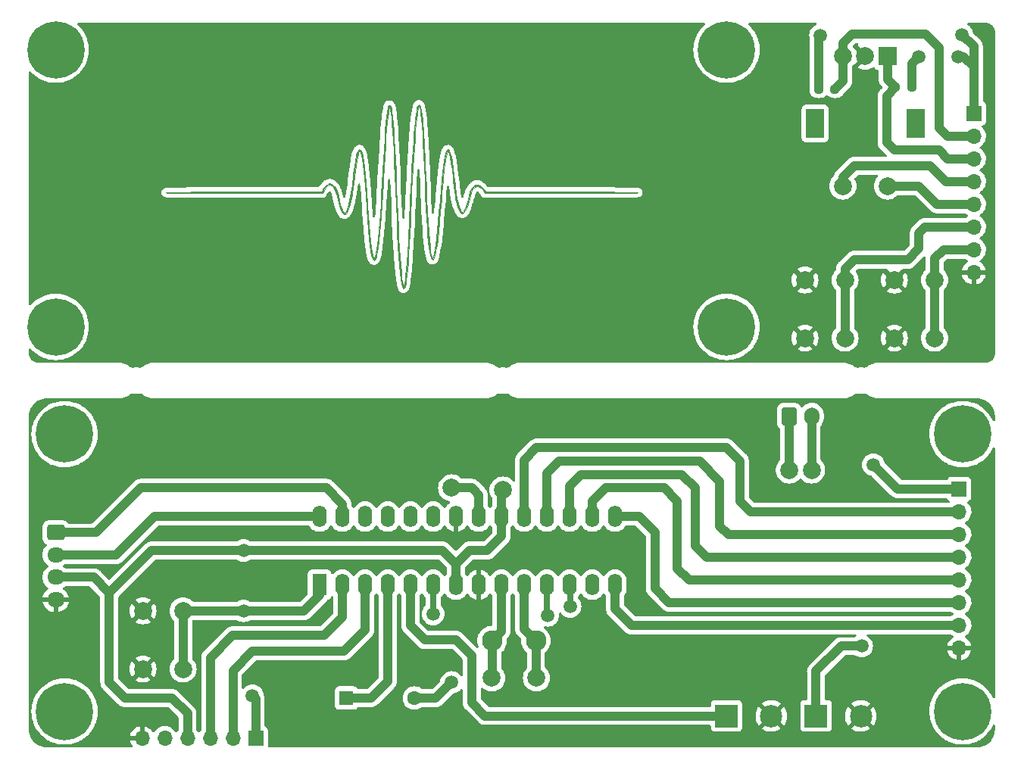
<source format=gbr>
%TF.GenerationSoftware,KiCad,Pcbnew,(6.0.5)*%
%TF.CreationDate,2022-11-21T22:14:32-06:00*%
%TF.ProjectId,A10102,41313031-3032-42e6-9b69-6361645f7063,rev?*%
%TF.SameCoordinates,Original*%
%TF.FileFunction,Copper,L2,Bot*%
%TF.FilePolarity,Positive*%
%FSLAX46Y46*%
G04 Gerber Fmt 4.6, Leading zero omitted, Abs format (unit mm)*
G04 Created by KiCad (PCBNEW (6.0.5)) date 2022-11-21 22:14:32*
%MOMM*%
%LPD*%
G01*
G04 APERTURE LIST*
G04 Aperture macros list*
%AMRoundRect*
0 Rectangle with rounded corners*
0 $1 Rounding radius*
0 $2 $3 $4 $5 $6 $7 $8 $9 X,Y pos of 4 corners*
0 Add a 4 corners polygon primitive as box body*
4,1,4,$2,$3,$4,$5,$6,$7,$8,$9,$2,$3,0*
0 Add four circle primitives for the rounded corners*
1,1,$1+$1,$2,$3*
1,1,$1+$1,$4,$5*
1,1,$1+$1,$6,$7*
1,1,$1+$1,$8,$9*
0 Add four rect primitives between the rounded corners*
20,1,$1+$1,$2,$3,$4,$5,0*
20,1,$1+$1,$4,$5,$6,$7,0*
20,1,$1+$1,$6,$7,$8,$9,0*
20,1,$1+$1,$8,$9,$2,$3,0*%
G04 Aperture macros list end*
%TA.AperFunction,EtchedComponent*%
%ADD10C,0.010000*%
%TD*%
%TA.AperFunction,ComponentPad*%
%ADD11C,0.800000*%
%TD*%
%TA.AperFunction,ComponentPad*%
%ADD12C,6.400000*%
%TD*%
%TA.AperFunction,ComponentPad*%
%ADD13C,2.000000*%
%TD*%
%TA.AperFunction,ComponentPad*%
%ADD14R,1.700000X1.700000*%
%TD*%
%TA.AperFunction,ComponentPad*%
%ADD15O,1.700000X1.700000*%
%TD*%
%TA.AperFunction,ComponentPad*%
%ADD16R,1.600000X2.400000*%
%TD*%
%TA.AperFunction,ComponentPad*%
%ADD17O,1.600000X2.400000*%
%TD*%
%TA.AperFunction,ComponentPad*%
%ADD18R,2.000000X2.000000*%
%TD*%
%TA.AperFunction,ComponentPad*%
%ADD19R,2.000000X3.200000*%
%TD*%
%TA.AperFunction,ComponentPad*%
%ADD20R,2.500000X2.500000*%
%TD*%
%TA.AperFunction,ComponentPad*%
%ADD21C,2.500000*%
%TD*%
%TA.AperFunction,ComponentPad*%
%ADD22R,1.600000X1.600000*%
%TD*%
%TA.AperFunction,ComponentPad*%
%ADD23C,1.600000*%
%TD*%
%TA.AperFunction,ComponentPad*%
%ADD24RoundRect,0.250000X-0.600000X-0.750000X0.600000X-0.750000X0.600000X0.750000X-0.600000X0.750000X0*%
%TD*%
%TA.AperFunction,ComponentPad*%
%ADD25O,1.700000X2.000000*%
%TD*%
%TA.AperFunction,ComponentPad*%
%ADD26C,2.300000*%
%TD*%
%TA.AperFunction,ComponentPad*%
%ADD27RoundRect,0.250000X-0.725000X0.600000X-0.725000X-0.600000X0.725000X-0.600000X0.725000X0.600000X0*%
%TD*%
%TA.AperFunction,ComponentPad*%
%ADD28O,1.950000X1.700000*%
%TD*%
%TA.AperFunction,SMDPad,CuDef*%
%ADD29RoundRect,0.237500X0.250000X0.237500X-0.250000X0.237500X-0.250000X-0.237500X0.250000X-0.237500X0*%
%TD*%
%TA.AperFunction,SMDPad,CuDef*%
%ADD30RoundRect,0.237500X-0.250000X-0.237500X0.250000X-0.237500X0.250000X0.237500X-0.250000X0.237500X0*%
%TD*%
%TA.AperFunction,ViaPad*%
%ADD31C,2.000000*%
%TD*%
%TA.AperFunction,ViaPad*%
%ADD32C,1.500000*%
%TD*%
%TA.AperFunction,Conductor*%
%ADD33C,1.000000*%
%TD*%
%TA.AperFunction,Conductor*%
%ADD34C,0.700000*%
%TD*%
G04 APERTURE END LIST*
%TO.C,G\u002A\u002A\u002A*%
G36*
X128483886Y-49104144D02*
G01*
X128559306Y-49207955D01*
X128624978Y-49405633D01*
X128685522Y-49715988D01*
X128745557Y-50157831D01*
X128809703Y-50749971D01*
X128814724Y-50800208D01*
X128861860Y-51306053D01*
X128906934Y-51857935D01*
X128950821Y-52471256D01*
X128994395Y-53161421D01*
X129038527Y-53943832D01*
X129084093Y-54833893D01*
X129131966Y-55847005D01*
X129183019Y-56998573D01*
X129238126Y-58304000D01*
X129293655Y-59580050D01*
X129362003Y-60974837D01*
X129431488Y-62202009D01*
X129502195Y-63262507D01*
X129574211Y-64157271D01*
X129647622Y-64887242D01*
X129722514Y-65453359D01*
X129798971Y-65856565D01*
X129877081Y-66097798D01*
X129956929Y-66178000D01*
X129974303Y-66170808D01*
X130039218Y-66039459D01*
X130111884Y-65748548D01*
X130191365Y-65305450D01*
X130276723Y-64717542D01*
X130367022Y-63992202D01*
X130461325Y-63136807D01*
X130558694Y-62158732D01*
X130658193Y-61065356D01*
X130758885Y-59864054D01*
X130767659Y-59755444D01*
X130865882Y-58578625D01*
X130957311Y-57561452D01*
X131043091Y-56695176D01*
X131124366Y-55971050D01*
X131202283Y-55380326D01*
X131277985Y-54914256D01*
X131352617Y-54564094D01*
X131427325Y-54321091D01*
X131503253Y-54176500D01*
X131576736Y-54103682D01*
X131695304Y-54085387D01*
X131808728Y-54201890D01*
X131918224Y-54458118D01*
X132025011Y-54859002D01*
X132130304Y-55409470D01*
X132235323Y-56114451D01*
X132341283Y-56978873D01*
X132449403Y-58007667D01*
X132469705Y-58203439D01*
X132557654Y-58890225D01*
X132663148Y-59514519D01*
X132781358Y-60058579D01*
X132907456Y-60504662D01*
X133036615Y-60835025D01*
X133164005Y-61031926D01*
X133284800Y-61077623D01*
X133415110Y-60961965D01*
X133557748Y-60686145D01*
X133711751Y-60248407D01*
X133877922Y-59646467D01*
X134057063Y-58878039D01*
X134101746Y-58763249D01*
X134245325Y-58533388D01*
X134441441Y-58296474D01*
X134529243Y-58206097D01*
X134710988Y-58047076D01*
X134855644Y-57986656D01*
X135011965Y-57999457D01*
X135140807Y-58056142D01*
X135365309Y-58216769D01*
X135591581Y-58432856D01*
X135934828Y-58812000D01*
X144418081Y-58812000D01*
X144598934Y-58812010D01*
X146163114Y-58813038D01*
X147566819Y-58815745D01*
X148809065Y-58820121D01*
X149888868Y-58826156D01*
X150805246Y-58833841D01*
X151557215Y-58843166D01*
X152143792Y-58854121D01*
X152563992Y-58866696D01*
X152816834Y-58880881D01*
X152901333Y-58896667D01*
X152899551Y-58899048D01*
X152790563Y-58914552D01*
X152513363Y-58928465D01*
X152068925Y-58940777D01*
X151458220Y-58951479D01*
X150682223Y-58960561D01*
X149741907Y-58968014D01*
X148638244Y-58973827D01*
X147372207Y-58977991D01*
X145944770Y-58980496D01*
X144356905Y-58981333D01*
X135812477Y-58981333D01*
X135626661Y-58680677D01*
X135490031Y-58486523D01*
X135221779Y-58242592D01*
X134949125Y-58159221D01*
X134683865Y-58238382D01*
X134437797Y-58482044D01*
X134380199Y-58584081D01*
X134269159Y-58855255D01*
X134152689Y-59211815D01*
X134048187Y-59603675D01*
X133972845Y-59906660D01*
X133797603Y-60488497D01*
X133621525Y-60904333D01*
X133445421Y-61153619D01*
X133270104Y-61235809D01*
X133096385Y-61150356D01*
X132925075Y-60896711D01*
X132756986Y-60474329D01*
X132656694Y-60155352D01*
X132572919Y-59849797D01*
X132502501Y-59533189D01*
X132439963Y-59173987D01*
X132379827Y-58740653D01*
X132316615Y-58201646D01*
X132244850Y-57525428D01*
X132209000Y-57185123D01*
X132106503Y-56296928D01*
X132007231Y-55563924D01*
X131911689Y-54988920D01*
X131820385Y-54574726D01*
X131733823Y-54324150D01*
X131652511Y-54240000D01*
X131602957Y-54303983D01*
X131533699Y-54509602D01*
X131455713Y-54829264D01*
X131375168Y-55234452D01*
X131298237Y-55696647D01*
X131231091Y-56187333D01*
X131222814Y-56258755D01*
X131190070Y-56575899D01*
X131147520Y-57024552D01*
X131097662Y-57576700D01*
X131042992Y-58204332D01*
X130986007Y-58879436D01*
X130929205Y-59574000D01*
X130924335Y-59634485D01*
X130811044Y-60992962D01*
X130703235Y-62187387D01*
X130600202Y-63222718D01*
X130501240Y-64103916D01*
X130405644Y-64835938D01*
X130312707Y-65423745D01*
X130221724Y-65872295D01*
X130131989Y-66186549D01*
X130042797Y-66371464D01*
X129953443Y-66432000D01*
X129915789Y-66425237D01*
X129825083Y-66345588D01*
X129740293Y-66170904D01*
X129660731Y-65894431D01*
X129585713Y-65509417D01*
X129514550Y-65009106D01*
X129446556Y-64386745D01*
X129381045Y-63635581D01*
X129317329Y-62748861D01*
X129254722Y-61719829D01*
X129192537Y-60541733D01*
X129130087Y-59207819D01*
X129066686Y-57711333D01*
X129061117Y-57574587D01*
X128994713Y-56025906D01*
X128928615Y-54634608D01*
X128862924Y-53402023D01*
X128797743Y-52329477D01*
X128733172Y-51418296D01*
X128669315Y-50669809D01*
X128606272Y-50085341D01*
X128544146Y-49666222D01*
X128483039Y-49413777D01*
X128423053Y-49329333D01*
X128412375Y-49329646D01*
X128348000Y-49360111D01*
X128343094Y-49396726D01*
X128314794Y-49560687D01*
X128269701Y-49804611D01*
X128231427Y-50035210D01*
X128167487Y-50529985D01*
X128100117Y-51173132D01*
X128030216Y-51951857D01*
X127958682Y-52853365D01*
X127886411Y-53864860D01*
X127814303Y-54973549D01*
X127743256Y-56166635D01*
X127674167Y-57431325D01*
X127607933Y-58754823D01*
X127545455Y-60124333D01*
X127521616Y-60667945D01*
X127452268Y-62184653D01*
X127385486Y-63540359D01*
X127320684Y-64741282D01*
X127257277Y-65793642D01*
X127194677Y-66703658D01*
X127132301Y-67477550D01*
X127069562Y-68121539D01*
X127005875Y-68641843D01*
X126940654Y-69044684D01*
X126873314Y-69336279D01*
X126803268Y-69522850D01*
X126729932Y-69610616D01*
X126652719Y-69605797D01*
X126624301Y-69578306D01*
X126543440Y-69389858D01*
X126463316Y-69038284D01*
X126383881Y-68522963D01*
X126305085Y-67843273D01*
X126226879Y-66998594D01*
X126149214Y-65988305D01*
X126072041Y-64811787D01*
X125995311Y-63468418D01*
X125918974Y-61957577D01*
X125842982Y-60278645D01*
X125767285Y-58431000D01*
X125710418Y-57020105D01*
X125645451Y-55520279D01*
X125582296Y-54187316D01*
X125520859Y-53019889D01*
X125461047Y-52016670D01*
X125402767Y-51176332D01*
X125345927Y-50497549D01*
X125290431Y-49978992D01*
X125236188Y-49619334D01*
X125183105Y-49417248D01*
X125131087Y-49371407D01*
X125110119Y-49396759D01*
X125053051Y-49576523D01*
X124992345Y-49914941D01*
X124928646Y-50404355D01*
X124862599Y-51037109D01*
X124794850Y-51805547D01*
X124726045Y-52702011D01*
X124656827Y-53718845D01*
X124587844Y-54848392D01*
X124519739Y-56082996D01*
X124453159Y-57415000D01*
X124428176Y-57923770D01*
X124360770Y-59163483D01*
X124287167Y-60348667D01*
X124208630Y-61464977D01*
X124126423Y-62498069D01*
X124041810Y-63433597D01*
X123956053Y-64257217D01*
X123870417Y-64954583D01*
X123786165Y-65511351D01*
X123704562Y-65913176D01*
X123685409Y-65986989D01*
X123573646Y-66309239D01*
X123457656Y-66462456D01*
X123337130Y-66446859D01*
X123211762Y-66262667D01*
X123175638Y-66170721D01*
X123096604Y-65861263D01*
X123015087Y-65396646D01*
X122930870Y-64774851D01*
X122843738Y-63993860D01*
X122753477Y-63051655D01*
X122659870Y-61946219D01*
X122562702Y-60675532D01*
X122461758Y-59237577D01*
X122387996Y-58220403D01*
X122308233Y-57268441D01*
X122226349Y-56430985D01*
X122143513Y-55717164D01*
X122060896Y-55136101D01*
X121979668Y-54696922D01*
X121901000Y-54408755D01*
X121826062Y-54280724D01*
X121760355Y-54289249D01*
X121662866Y-54402733D01*
X121601997Y-54580520D01*
X121527624Y-54902091D01*
X121444452Y-55340878D01*
X121356735Y-55871156D01*
X121268727Y-56467197D01*
X121184680Y-57103276D01*
X121108848Y-57753667D01*
X121050776Y-58250754D01*
X120927712Y-59106756D01*
X120789691Y-59842580D01*
X120639987Y-60441868D01*
X120481870Y-60888259D01*
X120449867Y-60957682D01*
X120278819Y-61229243D01*
X120107888Y-61332562D01*
X119936932Y-61267459D01*
X119765807Y-61033751D01*
X119594372Y-60631256D01*
X119422482Y-60059793D01*
X119249996Y-59319181D01*
X119142173Y-58896162D01*
X118968499Y-58458537D01*
X118767802Y-58169460D01*
X118547809Y-58033009D01*
X118316248Y-58053260D01*
X118080847Y-58234292D01*
X117849333Y-58580180D01*
X117637666Y-58980843D01*
X108895833Y-58981088D01*
X108463939Y-58981046D01*
X106897716Y-58979848D01*
X105492376Y-58977017D01*
X104248856Y-58972562D01*
X103168095Y-58966492D01*
X102251031Y-58958816D01*
X101498601Y-58949544D01*
X100911745Y-58938683D01*
X100491401Y-58926244D01*
X100238506Y-58912236D01*
X100154000Y-58896667D01*
X100159033Y-58892721D01*
X100284690Y-58877508D01*
X100578497Y-58863857D01*
X101039510Y-58851778D01*
X101666783Y-58841280D01*
X102459372Y-58832372D01*
X103416330Y-58825062D01*
X104536714Y-58819361D01*
X105819576Y-58815278D01*
X107263974Y-58812821D01*
X108868961Y-58812000D01*
X117583922Y-58812000D01*
X117639432Y-58637104D01*
X117660801Y-58585435D01*
X117780469Y-58388848D01*
X117950241Y-58171437D01*
X118151175Y-57983984D01*
X118410433Y-57879921D01*
X118668850Y-57943777D01*
X118937409Y-58175596D01*
X118986061Y-58232021D01*
X119084840Y-58361315D01*
X119165762Y-58505004D01*
X119239591Y-58693302D01*
X119317096Y-58956424D01*
X119409040Y-59324585D01*
X119526192Y-59828000D01*
X119535981Y-59870384D01*
X119683319Y-60438976D01*
X119823812Y-60849679D01*
X119955958Y-61098805D01*
X120078253Y-61182667D01*
X120119385Y-61174628D01*
X120254652Y-61039603D01*
X120392047Y-60741932D01*
X120530372Y-60286694D01*
X120668425Y-59678970D01*
X120805006Y-58923837D01*
X120938913Y-58026377D01*
X121068947Y-56991667D01*
X121083628Y-56866210D01*
X121193422Y-56006625D01*
X121300273Y-55312763D01*
X121404790Y-54781464D01*
X121507584Y-54409572D01*
X121609264Y-54193927D01*
X121611830Y-54190439D01*
X121728878Y-54082094D01*
X121838857Y-54087369D01*
X121942762Y-54211835D01*
X122041586Y-54461061D01*
X122136321Y-54840614D01*
X122227962Y-55356063D01*
X122317501Y-56012978D01*
X122405931Y-56816927D01*
X122494246Y-57773479D01*
X122583439Y-58888203D01*
X122674503Y-60166667D01*
X122676138Y-60190758D01*
X122762695Y-61396389D01*
X122850351Y-62484309D01*
X122938311Y-63448075D01*
X123025776Y-64281245D01*
X123111953Y-64977377D01*
X123196043Y-65530027D01*
X123277252Y-65932754D01*
X123354783Y-66179115D01*
X123427840Y-66262667D01*
X123461595Y-66240340D01*
X123531054Y-66074534D01*
X123604991Y-65756429D01*
X123682267Y-65297179D01*
X123761744Y-64707940D01*
X123842281Y-63999868D01*
X123922739Y-63184119D01*
X124001978Y-62271848D01*
X124078860Y-61274212D01*
X124152245Y-60202366D01*
X124220993Y-59067466D01*
X124283964Y-57880667D01*
X124353685Y-56522872D01*
X124426812Y-55210296D01*
X124499946Y-54007384D01*
X124572499Y-52921588D01*
X124643883Y-51960357D01*
X124713510Y-51131143D01*
X124780791Y-50441395D01*
X124845139Y-49898564D01*
X124905965Y-49510100D01*
X124962681Y-49283454D01*
X124974936Y-49252865D01*
X125082256Y-49099115D01*
X125195448Y-49113214D01*
X125302957Y-49294778D01*
X125351180Y-49479872D01*
X125409731Y-49849794D01*
X125469662Y-50378025D01*
X125530569Y-51058607D01*
X125592047Y-51885578D01*
X125653693Y-52852978D01*
X125715102Y-53954848D01*
X125775870Y-55185226D01*
X125835593Y-56538152D01*
X125893866Y-58007667D01*
X125909509Y-58417904D01*
X125970462Y-59919892D01*
X126034130Y-61345755D01*
X126099902Y-62686173D01*
X126167168Y-63931830D01*
X126235317Y-65073409D01*
X126303738Y-66101593D01*
X126371821Y-67007063D01*
X126438955Y-67780504D01*
X126504528Y-68412596D01*
X126567931Y-68894024D01*
X126628552Y-69215470D01*
X126629943Y-69221026D01*
X126682287Y-69341982D01*
X126737194Y-69300899D01*
X126794772Y-69096870D01*
X126855130Y-68728987D01*
X126918375Y-68196342D01*
X126984616Y-67498028D01*
X127053961Y-66633139D01*
X127126518Y-65600765D01*
X127202395Y-64400000D01*
X127211895Y-64231143D01*
X127231191Y-63854026D01*
X127255432Y-63352223D01*
X127283381Y-62752443D01*
X127313798Y-62081395D01*
X127345445Y-61365789D01*
X127377085Y-60632333D01*
X127422074Y-59617301D01*
X127477047Y-58468849D01*
X127535473Y-57332983D01*
X127596335Y-56225363D01*
X127658619Y-55161651D01*
X127721310Y-54157508D01*
X127783393Y-53228597D01*
X127843854Y-52390579D01*
X127901678Y-51659115D01*
X127955849Y-51049868D01*
X128005352Y-50578498D01*
X128049174Y-50260667D01*
X128128324Y-49821110D01*
X128203588Y-49463222D01*
X128269554Y-49233679D01*
X128332432Y-49111408D01*
X128398431Y-49075333D01*
X128483886Y-49104144D01*
G37*
D10*
X128483886Y-49104144D02*
X128559306Y-49207955D01*
X128624978Y-49405633D01*
X128685522Y-49715988D01*
X128745557Y-50157831D01*
X128809703Y-50749971D01*
X128814724Y-50800208D01*
X128861860Y-51306053D01*
X128906934Y-51857935D01*
X128950821Y-52471256D01*
X128994395Y-53161421D01*
X129038527Y-53943832D01*
X129084093Y-54833893D01*
X129131966Y-55847005D01*
X129183019Y-56998573D01*
X129238126Y-58304000D01*
X129293655Y-59580050D01*
X129362003Y-60974837D01*
X129431488Y-62202009D01*
X129502195Y-63262507D01*
X129574211Y-64157271D01*
X129647622Y-64887242D01*
X129722514Y-65453359D01*
X129798971Y-65856565D01*
X129877081Y-66097798D01*
X129956929Y-66178000D01*
X129974303Y-66170808D01*
X130039218Y-66039459D01*
X130111884Y-65748548D01*
X130191365Y-65305450D01*
X130276723Y-64717542D01*
X130367022Y-63992202D01*
X130461325Y-63136807D01*
X130558694Y-62158732D01*
X130658193Y-61065356D01*
X130758885Y-59864054D01*
X130767659Y-59755444D01*
X130865882Y-58578625D01*
X130957311Y-57561452D01*
X131043091Y-56695176D01*
X131124366Y-55971050D01*
X131202283Y-55380326D01*
X131277985Y-54914256D01*
X131352617Y-54564094D01*
X131427325Y-54321091D01*
X131503253Y-54176500D01*
X131576736Y-54103682D01*
X131695304Y-54085387D01*
X131808728Y-54201890D01*
X131918224Y-54458118D01*
X132025011Y-54859002D01*
X132130304Y-55409470D01*
X132235323Y-56114451D01*
X132341283Y-56978873D01*
X132449403Y-58007667D01*
X132469705Y-58203439D01*
X132557654Y-58890225D01*
X132663148Y-59514519D01*
X132781358Y-60058579D01*
X132907456Y-60504662D01*
X133036615Y-60835025D01*
X133164005Y-61031926D01*
X133284800Y-61077623D01*
X133415110Y-60961965D01*
X133557748Y-60686145D01*
X133711751Y-60248407D01*
X133877922Y-59646467D01*
X134057063Y-58878039D01*
X134101746Y-58763249D01*
X134245325Y-58533388D01*
X134441441Y-58296474D01*
X134529243Y-58206097D01*
X134710988Y-58047076D01*
X134855644Y-57986656D01*
X135011965Y-57999457D01*
X135140807Y-58056142D01*
X135365309Y-58216769D01*
X135591581Y-58432856D01*
X135934828Y-58812000D01*
X144418081Y-58812000D01*
X144598934Y-58812010D01*
X146163114Y-58813038D01*
X147566819Y-58815745D01*
X148809065Y-58820121D01*
X149888868Y-58826156D01*
X150805246Y-58833841D01*
X151557215Y-58843166D01*
X152143792Y-58854121D01*
X152563992Y-58866696D01*
X152816834Y-58880881D01*
X152901333Y-58896667D01*
X152899551Y-58899048D01*
X152790563Y-58914552D01*
X152513363Y-58928465D01*
X152068925Y-58940777D01*
X151458220Y-58951479D01*
X150682223Y-58960561D01*
X149741907Y-58968014D01*
X148638244Y-58973827D01*
X147372207Y-58977991D01*
X145944770Y-58980496D01*
X144356905Y-58981333D01*
X135812477Y-58981333D01*
X135626661Y-58680677D01*
X135490031Y-58486523D01*
X135221779Y-58242592D01*
X134949125Y-58159221D01*
X134683865Y-58238382D01*
X134437797Y-58482044D01*
X134380199Y-58584081D01*
X134269159Y-58855255D01*
X134152689Y-59211815D01*
X134048187Y-59603675D01*
X133972845Y-59906660D01*
X133797603Y-60488497D01*
X133621525Y-60904333D01*
X133445421Y-61153619D01*
X133270104Y-61235809D01*
X133096385Y-61150356D01*
X132925075Y-60896711D01*
X132756986Y-60474329D01*
X132656694Y-60155352D01*
X132572919Y-59849797D01*
X132502501Y-59533189D01*
X132439963Y-59173987D01*
X132379827Y-58740653D01*
X132316615Y-58201646D01*
X132244850Y-57525428D01*
X132209000Y-57185123D01*
X132106503Y-56296928D01*
X132007231Y-55563924D01*
X131911689Y-54988920D01*
X131820385Y-54574726D01*
X131733823Y-54324150D01*
X131652511Y-54240000D01*
X131602957Y-54303983D01*
X131533699Y-54509602D01*
X131455713Y-54829264D01*
X131375168Y-55234452D01*
X131298237Y-55696647D01*
X131231091Y-56187333D01*
X131222814Y-56258755D01*
X131190070Y-56575899D01*
X131147520Y-57024552D01*
X131097662Y-57576700D01*
X131042992Y-58204332D01*
X130986007Y-58879436D01*
X130929205Y-59574000D01*
X130924335Y-59634485D01*
X130811044Y-60992962D01*
X130703235Y-62187387D01*
X130600202Y-63222718D01*
X130501240Y-64103916D01*
X130405644Y-64835938D01*
X130312707Y-65423745D01*
X130221724Y-65872295D01*
X130131989Y-66186549D01*
X130042797Y-66371464D01*
X129953443Y-66432000D01*
X129915789Y-66425237D01*
X129825083Y-66345588D01*
X129740293Y-66170904D01*
X129660731Y-65894431D01*
X129585713Y-65509417D01*
X129514550Y-65009106D01*
X129446556Y-64386745D01*
X129381045Y-63635581D01*
X129317329Y-62748861D01*
X129254722Y-61719829D01*
X129192537Y-60541733D01*
X129130087Y-59207819D01*
X129066686Y-57711333D01*
X129061117Y-57574587D01*
X128994713Y-56025906D01*
X128928615Y-54634608D01*
X128862924Y-53402023D01*
X128797743Y-52329477D01*
X128733172Y-51418296D01*
X128669315Y-50669809D01*
X128606272Y-50085341D01*
X128544146Y-49666222D01*
X128483039Y-49413777D01*
X128423053Y-49329333D01*
X128412375Y-49329646D01*
X128348000Y-49360111D01*
X128343094Y-49396726D01*
X128314794Y-49560687D01*
X128269701Y-49804611D01*
X128231427Y-50035210D01*
X128167487Y-50529985D01*
X128100117Y-51173132D01*
X128030216Y-51951857D01*
X127958682Y-52853365D01*
X127886411Y-53864860D01*
X127814303Y-54973549D01*
X127743256Y-56166635D01*
X127674167Y-57431325D01*
X127607933Y-58754823D01*
X127545455Y-60124333D01*
X127521616Y-60667945D01*
X127452268Y-62184653D01*
X127385486Y-63540359D01*
X127320684Y-64741282D01*
X127257277Y-65793642D01*
X127194677Y-66703658D01*
X127132301Y-67477550D01*
X127069562Y-68121539D01*
X127005875Y-68641843D01*
X126940654Y-69044684D01*
X126873314Y-69336279D01*
X126803268Y-69522850D01*
X126729932Y-69610616D01*
X126652719Y-69605797D01*
X126624301Y-69578306D01*
X126543440Y-69389858D01*
X126463316Y-69038284D01*
X126383881Y-68522963D01*
X126305085Y-67843273D01*
X126226879Y-66998594D01*
X126149214Y-65988305D01*
X126072041Y-64811787D01*
X125995311Y-63468418D01*
X125918974Y-61957577D01*
X125842982Y-60278645D01*
X125767285Y-58431000D01*
X125710418Y-57020105D01*
X125645451Y-55520279D01*
X125582296Y-54187316D01*
X125520859Y-53019889D01*
X125461047Y-52016670D01*
X125402767Y-51176332D01*
X125345927Y-50497549D01*
X125290431Y-49978992D01*
X125236188Y-49619334D01*
X125183105Y-49417248D01*
X125131087Y-49371407D01*
X125110119Y-49396759D01*
X125053051Y-49576523D01*
X124992345Y-49914941D01*
X124928646Y-50404355D01*
X124862599Y-51037109D01*
X124794850Y-51805547D01*
X124726045Y-52702011D01*
X124656827Y-53718845D01*
X124587844Y-54848392D01*
X124519739Y-56082996D01*
X124453159Y-57415000D01*
X124428176Y-57923770D01*
X124360770Y-59163483D01*
X124287167Y-60348667D01*
X124208630Y-61464977D01*
X124126423Y-62498069D01*
X124041810Y-63433597D01*
X123956053Y-64257217D01*
X123870417Y-64954583D01*
X123786165Y-65511351D01*
X123704562Y-65913176D01*
X123685409Y-65986989D01*
X123573646Y-66309239D01*
X123457656Y-66462456D01*
X123337130Y-66446859D01*
X123211762Y-66262667D01*
X123175638Y-66170721D01*
X123096604Y-65861263D01*
X123015087Y-65396646D01*
X122930870Y-64774851D01*
X122843738Y-63993860D01*
X122753477Y-63051655D01*
X122659870Y-61946219D01*
X122562702Y-60675532D01*
X122461758Y-59237577D01*
X122387996Y-58220403D01*
X122308233Y-57268441D01*
X122226349Y-56430985D01*
X122143513Y-55717164D01*
X122060896Y-55136101D01*
X121979668Y-54696922D01*
X121901000Y-54408755D01*
X121826062Y-54280724D01*
X121760355Y-54289249D01*
X121662866Y-54402733D01*
X121601997Y-54580520D01*
X121527624Y-54902091D01*
X121444452Y-55340878D01*
X121356735Y-55871156D01*
X121268727Y-56467197D01*
X121184680Y-57103276D01*
X121108848Y-57753667D01*
X121050776Y-58250754D01*
X120927712Y-59106756D01*
X120789691Y-59842580D01*
X120639987Y-60441868D01*
X120481870Y-60888259D01*
X120449867Y-60957682D01*
X120278819Y-61229243D01*
X120107888Y-61332562D01*
X119936932Y-61267459D01*
X119765807Y-61033751D01*
X119594372Y-60631256D01*
X119422482Y-60059793D01*
X119249996Y-59319181D01*
X119142173Y-58896162D01*
X118968499Y-58458537D01*
X118767802Y-58169460D01*
X118547809Y-58033009D01*
X118316248Y-58053260D01*
X118080847Y-58234292D01*
X117849333Y-58580180D01*
X117637666Y-58980843D01*
X108895833Y-58981088D01*
X108463939Y-58981046D01*
X106897716Y-58979848D01*
X105492376Y-58977017D01*
X104248856Y-58972562D01*
X103168095Y-58966492D01*
X102251031Y-58958816D01*
X101498601Y-58949544D01*
X100911745Y-58938683D01*
X100491401Y-58926244D01*
X100238506Y-58912236D01*
X100154000Y-58896667D01*
X100159033Y-58892721D01*
X100284690Y-58877508D01*
X100578497Y-58863857D01*
X101039510Y-58851778D01*
X101666783Y-58841280D01*
X102459372Y-58832372D01*
X103416330Y-58825062D01*
X104536714Y-58819361D01*
X105819576Y-58815278D01*
X107263974Y-58812821D01*
X108868961Y-58812000D01*
X117583922Y-58812000D01*
X117639432Y-58637104D01*
X117660801Y-58585435D01*
X117780469Y-58388848D01*
X117950241Y-58171437D01*
X118151175Y-57983984D01*
X118410433Y-57879921D01*
X118668850Y-57943777D01*
X118937409Y-58175596D01*
X118986061Y-58232021D01*
X119084840Y-58361315D01*
X119165762Y-58505004D01*
X119239591Y-58693302D01*
X119317096Y-58956424D01*
X119409040Y-59324585D01*
X119526192Y-59828000D01*
X119535981Y-59870384D01*
X119683319Y-60438976D01*
X119823812Y-60849679D01*
X119955958Y-61098805D01*
X120078253Y-61182667D01*
X120119385Y-61174628D01*
X120254652Y-61039603D01*
X120392047Y-60741932D01*
X120530372Y-60286694D01*
X120668425Y-59678970D01*
X120805006Y-58923837D01*
X120938913Y-58026377D01*
X121068947Y-56991667D01*
X121083628Y-56866210D01*
X121193422Y-56006625D01*
X121300273Y-55312763D01*
X121404790Y-54781464D01*
X121507584Y-54409572D01*
X121609264Y-54193927D01*
X121611830Y-54190439D01*
X121728878Y-54082094D01*
X121838857Y-54087369D01*
X121942762Y-54211835D01*
X122041586Y-54461061D01*
X122136321Y-54840614D01*
X122227962Y-55356063D01*
X122317501Y-56012978D01*
X122405931Y-56816927D01*
X122494246Y-57773479D01*
X122583439Y-58888203D01*
X122674503Y-60166667D01*
X122676138Y-60190758D01*
X122762695Y-61396389D01*
X122850351Y-62484309D01*
X122938311Y-63448075D01*
X123025776Y-64281245D01*
X123111953Y-64977377D01*
X123196043Y-65530027D01*
X123277252Y-65932754D01*
X123354783Y-66179115D01*
X123427840Y-66262667D01*
X123461595Y-66240340D01*
X123531054Y-66074534D01*
X123604991Y-65756429D01*
X123682267Y-65297179D01*
X123761744Y-64707940D01*
X123842281Y-63999868D01*
X123922739Y-63184119D01*
X124001978Y-62271848D01*
X124078860Y-61274212D01*
X124152245Y-60202366D01*
X124220993Y-59067466D01*
X124283964Y-57880667D01*
X124353685Y-56522872D01*
X124426812Y-55210296D01*
X124499946Y-54007384D01*
X124572499Y-52921588D01*
X124643883Y-51960357D01*
X124713510Y-51131143D01*
X124780791Y-50441395D01*
X124845139Y-49898564D01*
X124905965Y-49510100D01*
X124962681Y-49283454D01*
X124974936Y-49252865D01*
X125082256Y-49099115D01*
X125195448Y-49113214D01*
X125302957Y-49294778D01*
X125351180Y-49479872D01*
X125409731Y-49849794D01*
X125469662Y-50378025D01*
X125530569Y-51058607D01*
X125592047Y-51885578D01*
X125653693Y-52852978D01*
X125715102Y-53954848D01*
X125775870Y-55185226D01*
X125835593Y-56538152D01*
X125893866Y-58007667D01*
X125909509Y-58417904D01*
X125970462Y-59919892D01*
X126034130Y-61345755D01*
X126099902Y-62686173D01*
X126167168Y-63931830D01*
X126235317Y-65073409D01*
X126303738Y-66101593D01*
X126371821Y-67007063D01*
X126438955Y-67780504D01*
X126504528Y-68412596D01*
X126567931Y-68894024D01*
X126628552Y-69215470D01*
X126629943Y-69221026D01*
X126682287Y-69341982D01*
X126737194Y-69300899D01*
X126794772Y-69096870D01*
X126855130Y-68728987D01*
X126918375Y-68196342D01*
X126984616Y-67498028D01*
X127053961Y-66633139D01*
X127126518Y-65600765D01*
X127202395Y-64400000D01*
X127211895Y-64231143D01*
X127231191Y-63854026D01*
X127255432Y-63352223D01*
X127283381Y-62752443D01*
X127313798Y-62081395D01*
X127345445Y-61365789D01*
X127377085Y-60632333D01*
X127422074Y-59617301D01*
X127477047Y-58468849D01*
X127535473Y-57332983D01*
X127596335Y-56225363D01*
X127658619Y-55161651D01*
X127721310Y-54157508D01*
X127783393Y-53228597D01*
X127843854Y-52390579D01*
X127901678Y-51659115D01*
X127955849Y-51049868D01*
X128005352Y-50578498D01*
X128049174Y-50260667D01*
X128128324Y-49821110D01*
X128203588Y-49463222D01*
X128269554Y-49233679D01*
X128332432Y-49111408D01*
X128398431Y-49075333D01*
X128483886Y-49104144D01*
%TD*%
D11*
%TO.P,H5,1*%
%TO.N,N/C*%
X165220000Y-42920000D03*
X164517056Y-41222944D03*
X160420000Y-42920000D03*
X161122944Y-44617056D03*
X161122944Y-41222944D03*
X164517056Y-44617056D03*
X162820000Y-40520000D03*
X162820000Y-45320000D03*
D12*
X162820000Y-42920000D03*
%TD*%
D13*
%TO.P,SW3,1,1*%
%TO.N,GND*%
X171570000Y-75170000D03*
X171570000Y-68670000D03*
%TO.P,SW3,2,2*%
%TO.N,/PB4_*%
X176070000Y-68670000D03*
X176070000Y-75170000D03*
%TD*%
D11*
%TO.P,H7,1*%
%TO.N,N/C*%
X90220000Y-73920000D03*
X86122944Y-75617056D03*
X87820000Y-71520000D03*
X86122944Y-72222944D03*
X87820000Y-76320000D03*
X89517056Y-72222944D03*
D12*
X87820000Y-73920000D03*
D11*
X85420000Y-73920000D03*
X89517056Y-75617056D03*
%TD*%
D14*
%TO.P,J5,1,Pin_1*%
%TO.N,/PC6*%
X110170000Y-119920000D03*
D15*
%TO.P,J5,2,Pin_2*%
%TO.N,/PD1*%
X107630000Y-119920000D03*
%TO.P,J5,3,Pin_3*%
%TO.N,/PD0*%
X105090000Y-119920000D03*
%TO.P,J5,4,Pin_4*%
%TO.N,+5V*%
X102550000Y-119920000D03*
%TO.P,J5,5,Pin_5*%
%TO.N,unconnected-(J5-Pad5)*%
X100010000Y-119920000D03*
%TO.P,J5,6,Pin_6*%
%TO.N,GND*%
X97470000Y-119920000D03*
%TD*%
D16*
%TO.P,U1,1,~{RESET}/PC6*%
%TO.N,/PC6*%
X117320000Y-102745000D03*
D17*
%TO.P,U1,2,PD0*%
%TO.N,/PD0*%
X119860000Y-102745000D03*
%TO.P,U1,3,PD1*%
%TO.N,/PD1*%
X122400000Y-102745000D03*
%TO.P,U1,4,PD2*%
%TO.N,/PD2*%
X124940000Y-102745000D03*
%TO.P,U1,5,PD3*%
%TO.N,/PD3*%
X127480000Y-102745000D03*
%TO.P,U1,6,PD4*%
%TO.N,/PD4*%
X130020000Y-102745000D03*
%TO.P,U1,7,VCC*%
%TO.N,+5V*%
X132560000Y-102745000D03*
%TO.P,U1,8,GND*%
%TO.N,GND*%
X135100000Y-102745000D03*
%TO.P,U1,9,XTAL1/PB6*%
%TO.N,/PB6*%
X137640000Y-102745000D03*
%TO.P,U1,10,XTAL2/PB7*%
%TO.N,/PB7*%
X140180000Y-102745000D03*
%TO.P,U1,11,PD5*%
%TO.N,/PD5*%
X142720000Y-102745000D03*
%TO.P,U1,12,PD6*%
%TO.N,/PD6*%
X145260000Y-102745000D03*
%TO.P,U1,13,PD7*%
%TO.N,unconnected-(U1-Pad13)*%
X147800000Y-102745000D03*
%TO.P,U1,14,PB0*%
%TO.N,/PB0*%
X150340000Y-102745000D03*
%TO.P,U1,15,PB1*%
%TO.N,/PB1*%
X150340000Y-95125000D03*
%TO.P,U1,16,PB2*%
%TO.N,/PB2*%
X147800000Y-95125000D03*
%TO.P,U1,17,PB3*%
%TO.N,/PB3*%
X145260000Y-95125000D03*
%TO.P,U1,18,PB4*%
%TO.N,/PB4*%
X142720000Y-95125000D03*
%TO.P,U1,19,PB5*%
%TO.N,/PB5*%
X140180000Y-95125000D03*
%TO.P,U1,20,AVCC*%
%TO.N,+5V*%
X137640000Y-95125000D03*
%TO.P,U1,21,AREF*%
%TO.N,/AREF*%
X135100000Y-95125000D03*
%TO.P,U1,22,GND*%
%TO.N,GND*%
X132560000Y-95125000D03*
%TO.P,U1,23,PC0*%
%TO.N,unconnected-(U1-Pad23)*%
X130020000Y-95125000D03*
%TO.P,U1,24,PC1*%
%TO.N,unconnected-(U1-Pad24)*%
X127480000Y-95125000D03*
%TO.P,U1,25,PC2*%
%TO.N,unconnected-(U1-Pad25)*%
X124940000Y-95125000D03*
%TO.P,U1,26,PC3*%
%TO.N,unconnected-(U1-Pad26)*%
X122400000Y-95125000D03*
%TO.P,U1,27,PC4*%
%TO.N,/PC4*%
X119860000Y-95125000D03*
%TO.P,U1,28,PC5*%
%TO.N,/PC5*%
X117320000Y-95125000D03*
%TD*%
D18*
%TO.P,SW2,A,A*%
%TO.N,/PB1_*%
X180820000Y-43670000D03*
D13*
%TO.P,SW2,B,B*%
%TO.N,/PB0_*%
X175820000Y-43670000D03*
%TO.P,SW2,C,C*%
%TO.N,GND*%
X178320000Y-43670000D03*
D19*
%TO.P,SW2,MP*%
%TO.N,N/C*%
X172720000Y-51170000D03*
X183920000Y-51170000D03*
D13*
%TO.P,SW2,S1,S1*%
%TO.N,/PB2_*%
X175820000Y-58170000D03*
%TO.P,SW2,S2,S2*%
%TO.N,/PB3_*%
X180820000Y-58170000D03*
%TD*%
%TO.P,SW1,1,1*%
%TO.N,GND*%
X97570000Y-112170000D03*
X97570000Y-105670000D03*
%TO.P,SW1,2,2*%
%TO.N,/PC6*%
X102070000Y-105670000D03*
X102070000Y-112170000D03*
%TD*%
D20*
%TO.P,J3,1,Pin_1*%
%TO.N,/PD3*%
X162820000Y-117420000D03*
D21*
%TO.P,J3,2,Pin_2*%
%TO.N,GND*%
X167820000Y-117420000D03*
%TD*%
D20*
%TO.P,J1,1,Pin_1*%
%TO.N,+5V*%
X172820000Y-117420000D03*
D21*
%TO.P,J1,2,Pin_2*%
%TO.N,GND*%
X177820000Y-117420000D03*
%TD*%
D22*
%TO.P,BZ1,1,-*%
%TO.N,/PD2*%
X120320000Y-115420000D03*
D23*
%TO.P,BZ1,2,+*%
%TO.N,Net-(BZ1-Pad2)*%
X127920000Y-115420000D03*
%TD*%
D13*
%TO.P,SW4,1,1*%
%TO.N,GND*%
X181570000Y-75170000D03*
X181570000Y-68670000D03*
%TO.P,SW4,2,2*%
%TO.N,/PB5_*%
X186070000Y-75170000D03*
X186070000Y-68670000D03*
%TD*%
D11*
%TO.P,H8,1*%
%TO.N,N/C*%
X161122944Y-72222944D03*
X161122944Y-75617056D03*
X160420000Y-73920000D03*
D12*
X162820000Y-73920000D03*
D11*
X162820000Y-71520000D03*
X164517056Y-72222944D03*
X165220000Y-73920000D03*
X162820000Y-76320000D03*
X164517056Y-75617056D03*
%TD*%
D24*
%TO.P,J4,1,Pin_1*%
%TO.N,/T+*%
X169820000Y-83920000D03*
D25*
%TO.P,J4,2,Pin_2*%
%TO.N,/T-*%
X172320000Y-83920000D03*
%TD*%
D14*
%TO.P,J6,1,Pin_1*%
%TO.N,+5V*%
X188820000Y-92045000D03*
D15*
%TO.P,J6,2,Pin_2*%
%TO.N,/PB5*%
X188820000Y-94585000D03*
%TO.P,J6,3,Pin_3*%
%TO.N,/PB4*%
X188820000Y-97125000D03*
%TO.P,J6,4,Pin_4*%
%TO.N,/PB3*%
X188820000Y-99665000D03*
%TO.P,J6,5,Pin_5*%
%TO.N,/PB2*%
X188820000Y-102205000D03*
%TO.P,J6,6,Pin_6*%
%TO.N,/PB1*%
X188820000Y-104745000D03*
%TO.P,J6,7,Pin_7*%
%TO.N,/PB0*%
X188820000Y-107285000D03*
%TO.P,J6,8,Pin_8*%
%TO.N,GND*%
X188820000Y-109825000D03*
%TD*%
D26*
%TO.P,Y1,1,1*%
%TO.N,/PB7*%
X141500000Y-109000000D03*
%TO.P,Y1,2,2*%
%TO.N,/PB6*%
X136600000Y-109000000D03*
%TD*%
D27*
%TO.P,J2,1,Pin_1*%
%TO.N,/PC4*%
X87820000Y-96920000D03*
D28*
%TO.P,J2,2,Pin_2*%
%TO.N,/PC5*%
X87820000Y-99420000D03*
%TO.P,J2,3,Pin_3*%
%TO.N,+5V*%
X87820000Y-101920000D03*
%TO.P,J2,4,Pin_4*%
%TO.N,GND*%
X87820000Y-104420000D03*
%TD*%
D12*
%TO.P,H6,1*%
%TO.N,N/C*%
X87820000Y-42920000D03*
D11*
X87820000Y-40520000D03*
X89517056Y-41222944D03*
X86122944Y-41222944D03*
X87820000Y-45320000D03*
X86122944Y-44617056D03*
X89517056Y-44617056D03*
X90220000Y-42920000D03*
X85420000Y-42920000D03*
%TD*%
D14*
%TO.P,J7,1,Pin_1*%
%TO.N,+5V*%
X190445000Y-50045000D03*
D15*
%TO.P,J7,2,Pin_2*%
%TO.N,/PB0_*%
X190445000Y-52585000D03*
%TO.P,J7,3,Pin_3*%
%TO.N,/PB1_*%
X190445000Y-55125000D03*
%TO.P,J7,4,Pin_4*%
%TO.N,/PB2_*%
X190445000Y-57665000D03*
%TO.P,J7,5,Pin_5*%
%TO.N,/PB3_*%
X190445000Y-60205000D03*
%TO.P,J7,6,Pin_6*%
%TO.N,/PB4_*%
X190445000Y-62745000D03*
%TO.P,J7,7,Pin_7*%
%TO.N,/PB5_*%
X190445000Y-65285000D03*
%TO.P,J7,8,Pin_8*%
%TO.N,GND*%
X190445000Y-67825000D03*
%TD*%
D11*
%TO.P,H4,1*%
%TO.N,N/C*%
X91220000Y-85920000D03*
X86420000Y-85920000D03*
X88820000Y-83520000D03*
X87122944Y-84222944D03*
X90517056Y-87617056D03*
X88820000Y-88320000D03*
X90517056Y-84222944D03*
X87122944Y-87617056D03*
D12*
X88820000Y-85920000D03*
%TD*%
D11*
%TO.P,H2,1*%
%TO.N,N/C*%
X190892056Y-115222944D03*
D12*
X189195000Y-116920000D03*
D11*
X189195000Y-114520000D03*
X187497944Y-115222944D03*
X186795000Y-116920000D03*
X190892056Y-118617056D03*
X189195000Y-119320000D03*
X191595000Y-116920000D03*
X187497944Y-118617056D03*
%TD*%
%TO.P,H3,1*%
%TO.N,N/C*%
X191595000Y-85920000D03*
X187497944Y-87617056D03*
X189195000Y-88320000D03*
X186795000Y-85920000D03*
X189195000Y-83520000D03*
X190892056Y-84222944D03*
D12*
X189195000Y-85920000D03*
D11*
X187497944Y-84222944D03*
X190892056Y-87617056D03*
%TD*%
D29*
%TO.P,R3,1*%
%TO.N,/PB0_*%
X174932500Y-47320000D03*
%TO.P,R3,2*%
%TO.N,+5V*%
X173107500Y-47320000D03*
%TD*%
D11*
%TO.P,H1,1*%
%TO.N,N/C*%
X87122944Y-115222944D03*
X90517056Y-115222944D03*
X90517056Y-118617056D03*
D12*
X88820000Y-116920000D03*
D11*
X91220000Y-116920000D03*
X86420000Y-116920000D03*
X88820000Y-114520000D03*
X87122944Y-118617056D03*
X88820000Y-119320000D03*
%TD*%
D30*
%TO.P,R2,1*%
%TO.N,/PB1_*%
X181707500Y-47120000D03*
%TO.P,R2,2*%
%TO.N,+5V*%
X183532500Y-47120000D03*
%TD*%
D31*
%TO.N,/PB7*%
X141570000Y-113170000D03*
%TO.N,/PB6*%
X136570000Y-113170000D03*
D32*
%TO.N,+5V*%
X177920000Y-109620000D03*
D31*
X137820000Y-92170000D03*
D32*
X184320000Y-43720000D03*
X189120000Y-41220000D03*
X188720000Y-43720000D03*
X179220000Y-89320000D03*
X108820000Y-98920000D03*
X173320000Y-41320000D03*
D31*
%TO.N,/AREF*%
X132070000Y-91920000D03*
%TO.N,/T+*%
X169820000Y-89920000D03*
%TO.N,/T-*%
X172320000Y-89920000D03*
D32*
%TO.N,/PC6*%
X108820000Y-105670000D03*
X109820000Y-115170000D03*
%TO.N,/PD4*%
X130020000Y-106020000D03*
%TO.N,/PD5*%
X142820000Y-106170000D03*
%TO.N,/PD6*%
X145320000Y-105170000D03*
%TO.N,Net-(BZ1-Pad2)*%
X132070000Y-113670000D03*
%TD*%
D33*
%TO.N,/PB7*%
X140180000Y-102745000D02*
X140180000Y-107680000D01*
X141500000Y-109000000D02*
X141500000Y-113100000D01*
X141500000Y-113100000D02*
X141570000Y-113170000D01*
X140180000Y-107680000D02*
X141500000Y-109000000D01*
%TO.N,/PB6*%
X136600000Y-109000000D02*
X136600000Y-113140000D01*
X137640000Y-102745000D02*
X137640000Y-107960000D01*
X136600000Y-113140000D02*
X136570000Y-113170000D01*
X137640000Y-107960000D02*
X136600000Y-109000000D01*
%TO.N,+5V*%
X190445000Y-44845000D02*
X189320000Y-43720000D01*
X134070000Y-98920000D02*
X136070000Y-98920000D01*
X172820000Y-112420000D02*
X175620000Y-109620000D01*
X132560000Y-100430000D02*
X132560000Y-100410000D01*
X172820000Y-117420000D02*
X172820000Y-112420000D01*
X108820000Y-98920000D02*
X98570000Y-98920000D01*
X93820000Y-103670000D02*
X92070000Y-101920000D01*
X100820000Y-115420000D02*
X95570000Y-115420000D01*
X175620000Y-109620000D02*
X177920000Y-109620000D01*
X131070000Y-98920000D02*
X108820000Y-98920000D01*
X136070000Y-98920000D02*
X137640000Y-97350000D01*
X137640000Y-95125000D02*
X137640000Y-92350000D01*
X188820000Y-92045000D02*
X181945000Y-92045000D01*
X173107500Y-41532500D02*
X173320000Y-41320000D01*
X132560000Y-100430000D02*
X134070000Y-98920000D01*
X181945000Y-92045000D02*
X179220000Y-89320000D01*
X189320000Y-43720000D02*
X188720000Y-43720000D01*
X102550000Y-119920000D02*
X102550000Y-117150000D01*
X93820000Y-113670000D02*
X93820000Y-103670000D01*
X190445000Y-42545000D02*
X189120000Y-41220000D01*
X98570000Y-98920000D02*
X93820000Y-103670000D01*
X137640000Y-92350000D02*
X137820000Y-92170000D01*
X95570000Y-115420000D02*
X93820000Y-113670000D01*
X132560000Y-102745000D02*
X132560000Y-100430000D01*
X190445000Y-50045000D02*
X190445000Y-44845000D01*
X183532500Y-44507500D02*
X184320000Y-43720000D01*
X92070000Y-101920000D02*
X87820000Y-101920000D01*
X173107500Y-47320000D02*
X173107500Y-41532500D01*
X137640000Y-97350000D02*
X137640000Y-95125000D01*
X183532500Y-47120000D02*
X183532500Y-44507500D01*
X132560000Y-100410000D02*
X131070000Y-98920000D01*
X102550000Y-117150000D02*
X100820000Y-115420000D01*
X190445000Y-44845000D02*
X190445000Y-42545000D01*
%TO.N,/AREF*%
X134570000Y-92170000D02*
X134320000Y-91920000D01*
X135100000Y-95125000D02*
X135100000Y-92700000D01*
X134320000Y-91920000D02*
X132070000Y-91920000D01*
X135100000Y-92700000D02*
X134570000Y-92170000D01*
%TO.N,/PC4*%
X119860000Y-93710000D02*
X119860000Y-95125000D01*
X118070000Y-91920000D02*
X119860000Y-93710000D01*
X87820000Y-96920000D02*
X92320000Y-96920000D01*
X92320000Y-96920000D02*
X97320000Y-91920000D01*
X97320000Y-91920000D02*
X118070000Y-91920000D01*
%TO.N,/PC5*%
X98865000Y-95125000D02*
X94570000Y-99420000D01*
X94570000Y-99420000D02*
X87820000Y-99420000D01*
X117320000Y-95125000D02*
X98865000Y-95125000D01*
%TO.N,/PD3*%
X129070000Y-108920000D02*
X127480000Y-107330000D01*
X134320000Y-110670000D02*
X132570000Y-108920000D01*
X135820000Y-117420000D02*
X134320000Y-115920000D01*
X132570000Y-108920000D02*
X129070000Y-108920000D01*
X127480000Y-107330000D02*
X127480000Y-102745000D01*
X134320000Y-115920000D02*
X134320000Y-110670000D01*
X162820000Y-117420000D02*
X135820000Y-117420000D01*
%TO.N,/T+*%
X169820000Y-83920000D02*
X169820000Y-89920000D01*
%TO.N,/T-*%
X172320000Y-83920000D02*
X172320000Y-89920000D01*
%TO.N,/PC6*%
X117320000Y-103920000D02*
X115570000Y-105670000D01*
X108820000Y-105670000D02*
X102070000Y-105670000D01*
X115570000Y-105670000D02*
X108820000Y-105670000D01*
X110170000Y-115520000D02*
X109820000Y-115170000D01*
X117320000Y-102745000D02*
X117320000Y-103920000D01*
X102070000Y-112170000D02*
X102070000Y-105670000D01*
X110170000Y-119920000D02*
X110170000Y-115520000D01*
%TO.N,/PD1*%
X107630000Y-112360000D02*
X109820000Y-110170000D01*
X107630000Y-119920000D02*
X107630000Y-112360000D01*
X120070000Y-110170000D02*
X122400000Y-107840000D01*
X109820000Y-110170000D02*
X120070000Y-110170000D01*
X122400000Y-107840000D02*
X122400000Y-102745000D01*
%TO.N,/PD0*%
X105090000Y-119920000D02*
X105090000Y-110900000D01*
X105090000Y-110900000D02*
X107570000Y-108420000D01*
X107570000Y-108420000D02*
X117820000Y-108420000D01*
X119860000Y-106380000D02*
X119860000Y-102745000D01*
X117820000Y-108420000D02*
X119860000Y-106380000D01*
%TO.N,/PB1*%
X188820000Y-104745000D02*
X156395000Y-104745000D01*
X154820000Y-96920000D02*
X153025000Y-95125000D01*
X156395000Y-104745000D02*
X154820000Y-103170000D01*
X154820000Y-103170000D02*
X154820000Y-96920000D01*
X153025000Y-95125000D02*
X150340000Y-95125000D01*
%TO.N,/PB0*%
X188820000Y-107285000D02*
X152185000Y-107285000D01*
X152185000Y-107285000D02*
X150340000Y-105440000D01*
X150340000Y-105440000D02*
X150340000Y-102745000D01*
%TO.N,/PB2*%
X149320000Y-91920000D02*
X147800000Y-93440000D01*
X188820000Y-102205000D02*
X158605000Y-102205000D01*
X147800000Y-93440000D02*
X147800000Y-95125000D01*
X155820000Y-91920000D02*
X149320000Y-91920000D01*
X158605000Y-102205000D02*
X157320000Y-100920000D01*
X157320000Y-100920000D02*
X157320000Y-93420000D01*
X157320000Y-93420000D02*
X155820000Y-91920000D01*
%TO.N,/PB3*%
X146569520Y-90420480D02*
X157820480Y-90420480D01*
X157820480Y-90420480D02*
X159320000Y-91920000D01*
X159320000Y-98420000D02*
X160565000Y-99665000D01*
X160565000Y-99665000D02*
X188820000Y-99665000D01*
X145260000Y-91730000D02*
X146569520Y-90420480D01*
X159320000Y-91920000D02*
X159320000Y-98420000D01*
X145260000Y-95125000D02*
X145260000Y-91730000D01*
%TO.N,/PB4*%
X163025000Y-97125000D02*
X188820000Y-97125000D01*
X162070000Y-96170000D02*
X163025000Y-97125000D01*
X159820000Y-88920000D02*
X162070000Y-91170000D01*
X162070000Y-91170000D02*
X162070000Y-96170000D01*
X144070000Y-88920000D02*
X159820000Y-88920000D01*
X142720000Y-90270000D02*
X144070000Y-88920000D01*
X142720000Y-95125000D02*
X142720000Y-90270000D01*
%TO.N,/PB5*%
X162820000Y-87420000D02*
X164320000Y-88920000D01*
X141570000Y-87420000D02*
X162820000Y-87420000D01*
X164320000Y-93420000D02*
X165485000Y-94585000D01*
X140180000Y-88810000D02*
X141570000Y-87420000D01*
X164320000Y-88920000D02*
X164320000Y-93420000D01*
X140180000Y-95125000D02*
X140180000Y-88810000D01*
X165485000Y-94585000D02*
X188820000Y-94585000D01*
%TO.N,/PD2*%
X123070000Y-115420000D02*
X120320000Y-115420000D01*
X124940000Y-113550000D02*
X123070000Y-115420000D01*
X124940000Y-102745000D02*
X124940000Y-113550000D01*
D34*
%TO.N,/PD4*%
X130020000Y-106020000D02*
X130020000Y-102745000D01*
%TO.N,/PD5*%
X142720000Y-106070000D02*
X142820000Y-106170000D01*
X142720000Y-102745000D02*
X142720000Y-106070000D01*
%TO.N,/PD6*%
X145320000Y-105170000D02*
X145320000Y-102805000D01*
X145320000Y-102805000D02*
X145260000Y-102745000D01*
D33*
%TO.N,/PB0_*%
X176820000Y-41170000D02*
X175820000Y-42170000D01*
X190445000Y-52585000D02*
X187485000Y-52585000D01*
X175820000Y-42170000D02*
X175820000Y-43670000D01*
X186570000Y-42670000D02*
X185070000Y-41170000D01*
X187485000Y-52585000D02*
X186570000Y-51670000D01*
X175820000Y-43670000D02*
X175820000Y-46432500D01*
X175820000Y-46432500D02*
X174932500Y-47320000D01*
X186570000Y-51670000D02*
X186570000Y-42670000D01*
X185070000Y-41170000D02*
X176820000Y-41170000D01*
%TO.N,/PB1_*%
X186570000Y-54170000D02*
X187525000Y-55125000D01*
X181707500Y-47120000D02*
X180720000Y-48107500D01*
X180720000Y-53320000D02*
X181570000Y-54170000D01*
X180820000Y-46232500D02*
X181707500Y-47120000D01*
X180720000Y-48107500D02*
X180720000Y-53320000D01*
X180820000Y-43670000D02*
X180820000Y-46232500D01*
X187525000Y-55125000D02*
X190445000Y-55125000D01*
X181570000Y-54170000D02*
X186570000Y-54170000D01*
%TO.N,/PB2_*%
X187315000Y-57665000D02*
X185570000Y-55920000D01*
X177070000Y-55920000D02*
X175820000Y-57170000D01*
X175820000Y-57170000D02*
X175820000Y-58170000D01*
X190445000Y-57665000D02*
X187315000Y-57665000D01*
X185570000Y-55920000D02*
X177070000Y-55920000D01*
%TO.N,/PB3_*%
X190445000Y-60205000D02*
X186355000Y-60205000D01*
X186355000Y-60205000D02*
X184320000Y-58170000D01*
X184320000Y-58170000D02*
X180820000Y-58170000D01*
%TO.N,/PB4_*%
X183070000Y-66420000D02*
X177070000Y-66420000D01*
X184995000Y-62745000D02*
X184320000Y-63420000D01*
X176070000Y-75170000D02*
X176070000Y-68670000D01*
X176070000Y-67420000D02*
X176070000Y-68670000D01*
X184320000Y-65170000D02*
X183070000Y-66420000D01*
X184320000Y-63420000D02*
X184320000Y-65170000D01*
X177070000Y-66420000D02*
X176070000Y-67420000D01*
X190445000Y-62745000D02*
X184995000Y-62745000D01*
%TO.N,/PB5_*%
X186070000Y-66270000D02*
X187055000Y-65285000D01*
X187055000Y-65285000D02*
X190445000Y-65285000D01*
X186070000Y-68670000D02*
X186070000Y-66270000D01*
X186070000Y-75170000D02*
X186070000Y-68670000D01*
%TO.N,Net-(BZ1-Pad2)*%
X130320000Y-115420000D02*
X132070000Y-113670000D01*
X127920000Y-115420000D02*
X130320000Y-115420000D01*
%TD*%
%TA.AperFunction,Conductor*%
%TO.N,GND*%
G36*
X178255956Y-81361334D02*
G01*
X178297288Y-81382440D01*
X178297290Y-81382441D01*
X178303808Y-81385769D01*
X178310919Y-81387509D01*
X178475610Y-81427808D01*
X178475298Y-81429085D01*
X178536852Y-81458900D01*
X178554558Y-81475437D01*
X178778143Y-81633260D01*
X179021136Y-81759169D01*
X179279010Y-81850818D01*
X179283212Y-81851691D01*
X179283215Y-81851692D01*
X179542750Y-81905624D01*
X179542754Y-81905625D01*
X179546962Y-81906499D01*
X179551256Y-81906793D01*
X179551258Y-81906793D01*
X179620811Y-81911551D01*
X179690800Y-81916338D01*
X179707965Y-81918707D01*
X179710139Y-81919161D01*
X179710143Y-81919162D01*
X179714880Y-81920151D01*
X179719779Y-81920408D01*
X179719871Y-81920413D01*
X179719887Y-81920413D01*
X179721539Y-81920500D01*
X179747346Y-81920500D01*
X179755957Y-81920795D01*
X179759081Y-81921009D01*
X179766258Y-81921707D01*
X179788440Y-81924509D01*
X179788452Y-81924510D01*
X179791929Y-81924949D01*
X179798191Y-81925036D01*
X179816477Y-81925292D01*
X179816481Y-81925292D01*
X179820000Y-81925341D01*
X179863241Y-81921101D01*
X179875538Y-81920500D01*
X190756631Y-81920500D01*
X190770676Y-81921285D01*
X190790976Y-81923562D01*
X190805963Y-81925243D01*
X190820169Y-81924050D01*
X190834455Y-81922851D01*
X190853237Y-81922679D01*
X191072745Y-81937066D01*
X191089085Y-81939217D01*
X191329409Y-81987020D01*
X191345330Y-81991286D01*
X191577357Y-82070049D01*
X191592583Y-82076356D01*
X191812342Y-82184729D01*
X191826616Y-82192970D01*
X192030353Y-82329103D01*
X192043428Y-82339136D01*
X192227658Y-82500701D01*
X192239299Y-82512342D01*
X192395521Y-82690479D01*
X192400864Y-82696572D01*
X192410897Y-82709647D01*
X192547030Y-82913384D01*
X192555271Y-82927658D01*
X192663644Y-83147417D01*
X192669951Y-83162643D01*
X192748714Y-83394670D01*
X192752980Y-83410591D01*
X192800783Y-83650915D01*
X192802934Y-83667255D01*
X192816438Y-83873282D01*
X192815923Y-83895568D01*
X192814757Y-83905963D01*
X192815273Y-83912107D01*
X192819058Y-83957183D01*
X192819500Y-83967726D01*
X192819500Y-84339982D01*
X192799498Y-84408103D01*
X192745842Y-84454596D01*
X192675568Y-84464700D01*
X192610988Y-84435206D01*
X192581233Y-84397185D01*
X192412561Y-84066147D01*
X192412557Y-84066140D01*
X192411062Y-84063206D01*
X192364310Y-83991213D01*
X192201152Y-83739971D01*
X192201152Y-83739970D01*
X192199357Y-83737207D01*
X191954734Y-83435124D01*
X191679876Y-83160266D01*
X191608532Y-83102492D01*
X191383482Y-82920250D01*
X191377793Y-82915643D01*
X191375029Y-82913848D01*
X191054564Y-82705736D01*
X191054561Y-82705734D01*
X191051795Y-82703938D01*
X191048861Y-82702443D01*
X191048854Y-82702439D01*
X190708393Y-82528966D01*
X190705453Y-82527468D01*
X190429403Y-82421502D01*
X190345652Y-82389353D01*
X190345650Y-82389352D01*
X190342562Y-82388167D01*
X189967099Y-82287562D01*
X189763207Y-82255268D01*
X189586424Y-82227268D01*
X189586416Y-82227267D01*
X189583176Y-82226754D01*
X189195000Y-82206411D01*
X188806824Y-82226754D01*
X188803584Y-82227267D01*
X188803576Y-82227268D01*
X188626793Y-82255268D01*
X188422901Y-82287562D01*
X188047438Y-82388167D01*
X188044350Y-82389352D01*
X188044348Y-82389353D01*
X187960597Y-82421502D01*
X187684547Y-82527468D01*
X187681607Y-82528966D01*
X187341147Y-82702439D01*
X187341140Y-82702443D01*
X187338206Y-82703938D01*
X187335440Y-82705734D01*
X187335437Y-82705736D01*
X187105406Y-82855119D01*
X187012207Y-82915643D01*
X187006518Y-82920250D01*
X186781469Y-83102492D01*
X186710124Y-83160266D01*
X186435266Y-83435124D01*
X186190643Y-83737207D01*
X186188848Y-83739970D01*
X186188848Y-83739971D01*
X186025691Y-83991213D01*
X185978938Y-84063206D01*
X185977443Y-84066140D01*
X185977439Y-84066147D01*
X185922406Y-84174156D01*
X185802468Y-84409547D01*
X185785175Y-84454596D01*
X185683143Y-84720400D01*
X185663167Y-84772438D01*
X185562562Y-85147901D01*
X185501754Y-85531824D01*
X185481411Y-85920000D01*
X185501754Y-86308176D01*
X185502267Y-86311416D01*
X185502268Y-86311424D01*
X185525338Y-86457079D01*
X185562562Y-86692099D01*
X185663167Y-87067562D01*
X185802468Y-87430453D01*
X185978938Y-87776794D01*
X185980734Y-87779560D01*
X185980736Y-87779563D01*
X186161539Y-88057976D01*
X186190643Y-88102793D01*
X186299706Y-88237474D01*
X186395807Y-88356148D01*
X186435266Y-88404876D01*
X186710124Y-88679734D01*
X186712682Y-88681806D01*
X186712686Y-88681809D01*
X186828759Y-88775803D01*
X187012207Y-88924357D01*
X187014970Y-88926152D01*
X187014971Y-88926152D01*
X187292077Y-89106106D01*
X187338205Y-89136062D01*
X187341139Y-89137557D01*
X187341146Y-89137561D01*
X187681607Y-89311034D01*
X187684547Y-89312532D01*
X187886162Y-89389925D01*
X188037018Y-89447833D01*
X188047438Y-89451833D01*
X188422901Y-89552438D01*
X188624832Y-89584421D01*
X188803576Y-89612732D01*
X188803584Y-89612733D01*
X188806824Y-89613246D01*
X189195000Y-89633589D01*
X189583176Y-89613246D01*
X189586416Y-89612733D01*
X189586424Y-89612732D01*
X189765168Y-89584421D01*
X189967099Y-89552438D01*
X190342562Y-89451833D01*
X190352983Y-89447833D01*
X190503838Y-89389925D01*
X190705453Y-89312532D01*
X190708393Y-89311034D01*
X191048854Y-89137561D01*
X191048861Y-89137557D01*
X191051795Y-89136062D01*
X191097924Y-89106106D01*
X191375029Y-88926152D01*
X191375030Y-88926152D01*
X191377793Y-88924357D01*
X191561241Y-88775803D01*
X191677314Y-88681809D01*
X191677318Y-88681806D01*
X191679876Y-88679734D01*
X191954734Y-88404876D01*
X191994194Y-88356148D01*
X192090294Y-88237474D01*
X192199357Y-88102793D01*
X192228461Y-88057976D01*
X192409264Y-87779563D01*
X192409266Y-87779560D01*
X192411062Y-87776794D01*
X192581234Y-87442814D01*
X192629981Y-87391200D01*
X192698896Y-87374134D01*
X192766098Y-87397035D01*
X192810250Y-87452632D01*
X192819500Y-87500018D01*
X192819500Y-115339982D01*
X192799498Y-115408103D01*
X192745842Y-115454596D01*
X192675568Y-115464700D01*
X192610988Y-115435206D01*
X192581233Y-115397185D01*
X192412561Y-115066147D01*
X192412557Y-115066140D01*
X192411062Y-115063206D01*
X192401204Y-115048025D01*
X192201152Y-114739971D01*
X192201152Y-114739970D01*
X192199357Y-114737207D01*
X192068233Y-114575283D01*
X191956809Y-114437686D01*
X191956806Y-114437682D01*
X191954734Y-114435124D01*
X191679876Y-114160266D01*
X191627500Y-114117852D01*
X191519991Y-114030793D01*
X191377793Y-113915643D01*
X191293932Y-113861183D01*
X191054564Y-113705736D01*
X191054561Y-113705734D01*
X191051795Y-113703938D01*
X191048861Y-113702443D01*
X191048854Y-113702439D01*
X190708393Y-113528966D01*
X190705453Y-113527468D01*
X190403409Y-113411524D01*
X190345652Y-113389353D01*
X190345650Y-113389352D01*
X190342562Y-113388167D01*
X189967099Y-113287562D01*
X189744251Y-113252266D01*
X189586424Y-113227268D01*
X189586416Y-113227267D01*
X189583176Y-113226754D01*
X189195000Y-113206411D01*
X188806824Y-113226754D01*
X188803584Y-113227267D01*
X188803576Y-113227268D01*
X188645749Y-113252266D01*
X188422901Y-113287562D01*
X188047438Y-113388167D01*
X188044350Y-113389352D01*
X188044348Y-113389353D01*
X187986591Y-113411524D01*
X187684547Y-113527468D01*
X187681607Y-113528966D01*
X187341147Y-113702439D01*
X187341140Y-113702443D01*
X187338206Y-113703938D01*
X187335440Y-113705734D01*
X187335437Y-113705736D01*
X187095531Y-113861532D01*
X187012207Y-113915643D01*
X186870009Y-114030793D01*
X186762501Y-114117852D01*
X186710124Y-114160266D01*
X186435266Y-114435124D01*
X186433194Y-114437682D01*
X186433191Y-114437686D01*
X186321767Y-114575283D01*
X186190643Y-114737207D01*
X186188848Y-114739970D01*
X186188848Y-114739971D01*
X185988797Y-115048025D01*
X185978938Y-115063206D01*
X185977443Y-115066140D01*
X185977439Y-115066147D01*
X185892124Y-115233587D01*
X185802468Y-115409547D01*
X185736327Y-115581850D01*
X185692907Y-115694964D01*
X185663167Y-115772438D01*
X185562562Y-116147901D01*
X185536467Y-116312657D01*
X185504162Y-116516622D01*
X185501754Y-116531824D01*
X185481411Y-116920000D01*
X185501754Y-117308176D01*
X185502267Y-117311416D01*
X185502268Y-117311424D01*
X185530268Y-117488207D01*
X185562562Y-117692099D01*
X185663167Y-118067562D01*
X185664352Y-118070650D01*
X185664353Y-118070652D01*
X185701840Y-118168309D01*
X185802468Y-118430453D01*
X185803966Y-118433393D01*
X185976730Y-118772460D01*
X185978938Y-118776794D01*
X185980734Y-118779560D01*
X185980736Y-118779563D01*
X186178930Y-119084757D01*
X186190643Y-119102793D01*
X186435266Y-119404876D01*
X186710124Y-119679734D01*
X187012207Y-119924357D01*
X187014970Y-119926152D01*
X187014971Y-119926152D01*
X187153261Y-120015958D01*
X187338205Y-120136062D01*
X187341139Y-120137557D01*
X187341146Y-120137561D01*
X187440072Y-120187966D01*
X187684547Y-120312532D01*
X188047438Y-120451833D01*
X188422901Y-120552438D01*
X188626793Y-120584732D01*
X188803576Y-120612732D01*
X188803584Y-120612733D01*
X188806824Y-120613246D01*
X189195000Y-120633589D01*
X189583176Y-120613246D01*
X189586416Y-120612733D01*
X189586424Y-120612732D01*
X189763207Y-120584732D01*
X189967099Y-120552438D01*
X190342562Y-120451833D01*
X190705453Y-120312532D01*
X190949928Y-120187966D01*
X191048854Y-120137561D01*
X191048861Y-120137557D01*
X191051795Y-120136062D01*
X191236740Y-120015958D01*
X191375029Y-119926152D01*
X191375030Y-119926152D01*
X191377793Y-119924357D01*
X191679876Y-119679734D01*
X191954734Y-119404876D01*
X192199357Y-119102793D01*
X192211070Y-119084757D01*
X192409264Y-118779563D01*
X192409266Y-118779560D01*
X192411062Y-118776794D01*
X192413271Y-118772460D01*
X192576231Y-118452632D01*
X192581234Y-118442814D01*
X192629981Y-118391200D01*
X192698896Y-118374134D01*
X192766098Y-118397035D01*
X192810250Y-118452632D01*
X192819500Y-118500018D01*
X192819500Y-118856631D01*
X192818715Y-118870676D01*
X192814757Y-118905963D01*
X192815273Y-118912108D01*
X192817149Y-118934455D01*
X192817321Y-118953237D01*
X192802934Y-119172745D01*
X192800783Y-119189085D01*
X192752980Y-119429409D01*
X192748714Y-119445330D01*
X192669951Y-119677357D01*
X192663644Y-119692583D01*
X192555271Y-119912342D01*
X192547030Y-119926616D01*
X192410897Y-120130353D01*
X192400864Y-120143428D01*
X192239299Y-120327658D01*
X192227658Y-120339299D01*
X192043428Y-120500864D01*
X192030353Y-120510897D01*
X191826616Y-120647030D01*
X191812342Y-120655271D01*
X191592583Y-120763644D01*
X191577357Y-120769951D01*
X191345330Y-120848714D01*
X191329409Y-120852980D01*
X191089085Y-120900783D01*
X191072745Y-120902934D01*
X190909880Y-120913609D01*
X190866717Y-120916438D01*
X190844432Y-120915923D01*
X190840162Y-120915444D01*
X190834037Y-120914757D01*
X190805301Y-120917170D01*
X190782817Y-120919058D01*
X190772274Y-120919500D01*
X111654500Y-120919500D01*
X111586379Y-120899498D01*
X111539886Y-120845842D01*
X111528500Y-120793500D01*
X111528500Y-119021866D01*
X111521745Y-118959684D01*
X111470615Y-118823295D01*
X111383261Y-118706739D01*
X111266705Y-118619385D01*
X111258296Y-118616233D01*
X111250425Y-118611923D01*
X111251336Y-118610259D01*
X111203510Y-118574337D01*
X111178807Y-118507776D01*
X111178500Y-118498991D01*
X111178500Y-115581850D01*
X111179237Y-115568242D01*
X111182659Y-115536739D01*
X111183325Y-115530612D01*
X111178947Y-115480570D01*
X111178621Y-115475788D01*
X111178500Y-115473310D01*
X111178500Y-115470231D01*
X111178201Y-115467177D01*
X111178200Y-115467166D01*
X111174313Y-115427529D01*
X111174191Y-115426215D01*
X111166623Y-115339718D01*
X111166087Y-115333587D01*
X111164600Y-115328468D01*
X111164080Y-115323167D01*
X111137199Y-115234133D01*
X111136857Y-115232978D01*
X111126519Y-115197393D01*
X111110909Y-115143664D01*
X111108456Y-115138932D01*
X111106916Y-115133831D01*
X111086905Y-115096195D01*
X111072636Y-115048025D01*
X111072375Y-115045043D01*
X111064115Y-114950629D01*
X111007120Y-114737924D01*
X110958591Y-114633852D01*
X110916382Y-114543334D01*
X110916379Y-114543329D01*
X110914056Y-114538347D01*
X110910899Y-114533838D01*
X110790908Y-114362473D01*
X110790906Y-114362470D01*
X110787749Y-114357962D01*
X110632038Y-114202251D01*
X110620645Y-114194273D01*
X110542315Y-114139426D01*
X110451654Y-114075944D01*
X110252076Y-113982880D01*
X110039371Y-113925885D01*
X109820000Y-113906693D01*
X109600629Y-113925885D01*
X109387924Y-113982880D01*
X109294562Y-114026415D01*
X109193334Y-114073618D01*
X109193329Y-114073621D01*
X109188347Y-114075944D01*
X109183840Y-114079100D01*
X109183838Y-114079101D01*
X109012473Y-114199092D01*
X109012470Y-114199094D01*
X109007962Y-114202251D01*
X108853595Y-114356618D01*
X108791283Y-114390644D01*
X108720468Y-114385579D01*
X108663632Y-114343032D01*
X108638821Y-114276512D01*
X108638500Y-114267523D01*
X108638500Y-112829925D01*
X108658502Y-112761804D01*
X108675405Y-112740830D01*
X110200829Y-111215405D01*
X110263141Y-111181380D01*
X110289924Y-111178500D01*
X120008157Y-111178500D01*
X120021764Y-111179237D01*
X120053262Y-111182659D01*
X120053267Y-111182659D01*
X120059388Y-111183324D01*
X120085638Y-111181027D01*
X120109388Y-111178950D01*
X120114214Y-111178621D01*
X120116686Y-111178500D01*
X120119769Y-111178500D01*
X120131738Y-111177326D01*
X120162506Y-111174310D01*
X120163819Y-111174188D01*
X120208084Y-111170315D01*
X120256413Y-111166087D01*
X120261532Y-111164600D01*
X120266833Y-111164080D01*
X120355834Y-111137209D01*
X120356967Y-111136874D01*
X120440414Y-111112630D01*
X120440418Y-111112628D01*
X120446336Y-111110909D01*
X120451068Y-111108456D01*
X120456169Y-111106916D01*
X120492246Y-111087734D01*
X120538260Y-111063269D01*
X120539426Y-111062657D01*
X120616453Y-111022729D01*
X120621926Y-111019892D01*
X120626089Y-111016569D01*
X120630796Y-111014066D01*
X120702918Y-110955245D01*
X120703774Y-110954554D01*
X120742973Y-110923262D01*
X120745477Y-110920758D01*
X120746195Y-110920116D01*
X120750528Y-110916415D01*
X120784062Y-110889065D01*
X120788826Y-110883307D01*
X120813287Y-110853738D01*
X120821277Y-110844958D01*
X123069379Y-108596855D01*
X123079522Y-108587753D01*
X123104218Y-108567897D01*
X123109025Y-108564032D01*
X123141292Y-108525578D01*
X123144473Y-108521930D01*
X123146117Y-108520117D01*
X123148309Y-108517925D01*
X123175580Y-108484724D01*
X123176362Y-108483782D01*
X123232193Y-108417247D01*
X123232195Y-108417244D01*
X123236154Y-108412526D01*
X123238723Y-108407853D01*
X123242103Y-108403738D01*
X123247292Y-108394062D01*
X123286028Y-108321820D01*
X123286657Y-108320662D01*
X123328465Y-108244612D01*
X123328465Y-108244611D01*
X123331433Y-108239213D01*
X123333044Y-108234135D01*
X123335563Y-108229437D01*
X123362753Y-108140502D01*
X123363136Y-108139272D01*
X123368884Y-108121154D01*
X123391235Y-108050694D01*
X123391828Y-108045403D01*
X123393388Y-108040302D01*
X123402795Y-107947689D01*
X123402915Y-107946569D01*
X123408500Y-107896773D01*
X123408500Y-107893244D01*
X123408555Y-107892261D01*
X123409004Y-107886556D01*
X123409052Y-107886089D01*
X123413374Y-107843537D01*
X123409059Y-107797888D01*
X123408500Y-107786031D01*
X123408500Y-104025740D01*
X123431287Y-103953469D01*
X123477135Y-103887991D01*
X123537523Y-103801749D01*
X123539846Y-103796767D01*
X123539849Y-103796762D01*
X123555805Y-103762543D01*
X123602722Y-103709258D01*
X123670999Y-103689797D01*
X123738959Y-103710339D01*
X123784195Y-103762543D01*
X123800151Y-103796762D01*
X123800154Y-103796767D01*
X123802477Y-103801749D01*
X123862865Y-103887991D01*
X123908713Y-103953469D01*
X123931500Y-104025740D01*
X123931500Y-113080075D01*
X123911498Y-113148196D01*
X123894595Y-113169170D01*
X122689171Y-114374595D01*
X122626859Y-114408620D01*
X122600076Y-114411500D01*
X121662275Y-114411500D01*
X121594154Y-114391498D01*
X121561449Y-114361065D01*
X121483261Y-114256739D01*
X121366705Y-114169385D01*
X121230316Y-114118255D01*
X121168134Y-114111500D01*
X119471866Y-114111500D01*
X119409684Y-114118255D01*
X119273295Y-114169385D01*
X119156739Y-114256739D01*
X119069385Y-114373295D01*
X119018255Y-114509684D01*
X119011500Y-114571866D01*
X119011500Y-116268134D01*
X119018255Y-116330316D01*
X119069385Y-116466705D01*
X119156739Y-116583261D01*
X119273295Y-116670615D01*
X119409684Y-116721745D01*
X119471866Y-116728500D01*
X121168134Y-116728500D01*
X121230316Y-116721745D01*
X121366705Y-116670615D01*
X121483261Y-116583261D01*
X121561449Y-116478935D01*
X121618308Y-116436420D01*
X121662275Y-116428500D01*
X123008157Y-116428500D01*
X123021764Y-116429237D01*
X123053262Y-116432659D01*
X123053267Y-116432659D01*
X123059388Y-116433324D01*
X123085638Y-116431027D01*
X123109388Y-116428950D01*
X123114214Y-116428621D01*
X123116686Y-116428500D01*
X123119769Y-116428500D01*
X123131738Y-116427326D01*
X123162506Y-116424310D01*
X123163819Y-116424188D01*
X123208084Y-116420315D01*
X123256413Y-116416087D01*
X123261532Y-116414600D01*
X123266833Y-116414080D01*
X123355834Y-116387209D01*
X123356967Y-116386874D01*
X123440414Y-116362630D01*
X123440418Y-116362628D01*
X123446336Y-116360909D01*
X123451068Y-116358456D01*
X123456169Y-116356916D01*
X123506198Y-116330316D01*
X123538260Y-116313269D01*
X123539426Y-116312657D01*
X123616453Y-116272729D01*
X123621926Y-116269892D01*
X123626089Y-116266569D01*
X123630796Y-116264066D01*
X123702918Y-116205245D01*
X123703774Y-116204554D01*
X123742973Y-116173262D01*
X123745477Y-116170758D01*
X123746195Y-116170116D01*
X123750528Y-116166415D01*
X123784062Y-116139065D01*
X123795464Y-116125283D01*
X123809133Y-116108760D01*
X123813288Y-116103737D01*
X123821277Y-116094958D01*
X125609379Y-114306855D01*
X125619522Y-114297753D01*
X125644218Y-114277897D01*
X125649025Y-114274032D01*
X125681320Y-114235544D01*
X125684478Y-114231925D01*
X125686124Y-114230110D01*
X125688309Y-114227925D01*
X125690264Y-114225545D01*
X125690273Y-114225535D01*
X125715549Y-114194764D01*
X125716391Y-114193749D01*
X125762474Y-114138829D01*
X125776154Y-114122526D01*
X125778723Y-114117852D01*
X125782102Y-114113739D01*
X125785983Y-114106502D01*
X125812971Y-114056169D01*
X125825975Y-114031915D01*
X125826584Y-114030793D01*
X125868464Y-113954614D01*
X125868465Y-113954612D01*
X125871433Y-113949213D01*
X125873045Y-113944131D01*
X125875562Y-113939437D01*
X125902762Y-113850469D01*
X125903108Y-113849358D01*
X125929373Y-113766563D01*
X125931235Y-113760694D01*
X125931829Y-113755398D01*
X125933387Y-113750302D01*
X125942790Y-113657743D01*
X125942911Y-113656607D01*
X125946819Y-113621764D01*
X125948108Y-113610270D01*
X125948109Y-113610260D01*
X125948500Y-113606773D01*
X125948500Y-113603246D01*
X125948555Y-113602261D01*
X125949002Y-113596581D01*
X125953374Y-113553538D01*
X125949059Y-113507891D01*
X125948500Y-113496033D01*
X125948500Y-104025740D01*
X125971287Y-103953469D01*
X126017135Y-103887991D01*
X126077523Y-103801749D01*
X126079846Y-103796767D01*
X126079849Y-103796762D01*
X126095805Y-103762543D01*
X126142722Y-103709258D01*
X126210999Y-103689797D01*
X126278959Y-103710339D01*
X126324195Y-103762543D01*
X126340151Y-103796762D01*
X126340154Y-103796767D01*
X126342477Y-103801749D01*
X126402865Y-103887991D01*
X126448713Y-103953469D01*
X126471500Y-104025740D01*
X126471500Y-107268157D01*
X126470763Y-107281764D01*
X126468012Y-107307092D01*
X126466676Y-107319388D01*
X126467213Y-107325523D01*
X126471050Y-107369388D01*
X126471379Y-107374214D01*
X126471500Y-107376686D01*
X126471500Y-107379769D01*
X126471801Y-107382837D01*
X126475690Y-107422506D01*
X126475812Y-107423819D01*
X126478362Y-107452965D01*
X126483913Y-107516413D01*
X126485400Y-107521532D01*
X126485920Y-107526833D01*
X126512791Y-107615834D01*
X126513126Y-107616967D01*
X126536392Y-107697046D01*
X126539091Y-107706336D01*
X126541544Y-107711068D01*
X126543084Y-107716169D01*
X126545978Y-107721612D01*
X126586731Y-107798260D01*
X126587343Y-107799426D01*
X126610209Y-107843537D01*
X126630108Y-107881926D01*
X126633431Y-107886089D01*
X126635934Y-107890796D01*
X126694755Y-107962918D01*
X126695446Y-107963774D01*
X126726738Y-108002973D01*
X126729242Y-108005477D01*
X126729884Y-108006195D01*
X126733585Y-108010528D01*
X126760935Y-108044062D01*
X126765682Y-108047989D01*
X126765684Y-108047991D01*
X126796262Y-108073287D01*
X126805042Y-108081277D01*
X127559301Y-108835535D01*
X128313145Y-109589379D01*
X128322247Y-109599522D01*
X128345968Y-109629025D01*
X128363332Y-109643595D01*
X128384421Y-109661291D01*
X128388070Y-109664473D01*
X128389883Y-109666117D01*
X128392075Y-109668309D01*
X128425276Y-109695580D01*
X128426164Y-109696318D01*
X128461437Y-109725915D01*
X128492753Y-109752193D01*
X128492756Y-109752195D01*
X128497474Y-109756154D01*
X128502147Y-109758723D01*
X128506262Y-109762103D01*
X128511691Y-109765014D01*
X128511694Y-109765016D01*
X128588180Y-109806028D01*
X128589338Y-109806657D01*
X128629817Y-109828910D01*
X128670787Y-109851433D01*
X128675865Y-109853044D01*
X128680563Y-109855563D01*
X128769498Y-109882753D01*
X128770702Y-109883128D01*
X128859306Y-109911235D01*
X128864597Y-109911828D01*
X128869698Y-109913388D01*
X128962311Y-109922795D01*
X128963431Y-109922915D01*
X129013227Y-109928500D01*
X129016756Y-109928500D01*
X129017739Y-109928555D01*
X129023426Y-109929003D01*
X129043683Y-109931060D01*
X129060336Y-109932752D01*
X129060339Y-109932752D01*
X129066463Y-109933374D01*
X129112112Y-109929059D01*
X129123969Y-109928500D01*
X132100075Y-109928500D01*
X132168196Y-109948502D01*
X132189170Y-109965405D01*
X133274595Y-111050829D01*
X133308620Y-111113141D01*
X133311500Y-111139924D01*
X133311500Y-112849298D01*
X133291498Y-112917419D01*
X133237842Y-112963912D01*
X133167568Y-112974016D01*
X133102988Y-112944522D01*
X133082287Y-112921569D01*
X133040908Y-112862473D01*
X133040906Y-112862470D01*
X133037749Y-112857962D01*
X132882038Y-112702251D01*
X132875729Y-112697833D01*
X132789699Y-112637594D01*
X132701654Y-112575944D01*
X132502076Y-112482880D01*
X132289371Y-112425885D01*
X132070000Y-112406693D01*
X131850629Y-112425885D01*
X131637924Y-112482880D01*
X131544562Y-112526415D01*
X131443334Y-112573618D01*
X131443329Y-112573621D01*
X131438347Y-112575944D01*
X131433840Y-112579100D01*
X131433838Y-112579101D01*
X131262473Y-112699092D01*
X131262470Y-112699094D01*
X131257962Y-112702251D01*
X131102251Y-112857962D01*
X131099094Y-112862470D01*
X131099092Y-112862473D01*
X131041641Y-112944522D01*
X130975944Y-113038347D01*
X130973621Y-113043329D01*
X130973618Y-113043334D01*
X130956486Y-113080075D01*
X130882880Y-113237924D01*
X130825885Y-113450629D01*
X130825406Y-113456105D01*
X130825400Y-113456138D01*
X130790409Y-113523357D01*
X129939171Y-114374595D01*
X129876859Y-114408621D01*
X129850076Y-114411500D01*
X128800740Y-114411500D01*
X128728469Y-114388713D01*
X128706450Y-114373295D01*
X128576749Y-114282477D01*
X128571767Y-114280154D01*
X128571762Y-114280151D01*
X128374225Y-114188039D01*
X128374224Y-114188039D01*
X128369243Y-114185716D01*
X128363935Y-114184294D01*
X128363933Y-114184293D01*
X128153402Y-114127881D01*
X128153400Y-114127881D01*
X128148087Y-114126457D01*
X127920000Y-114106502D01*
X127691913Y-114126457D01*
X127686600Y-114127881D01*
X127686598Y-114127881D01*
X127476067Y-114184293D01*
X127476065Y-114184294D01*
X127470757Y-114185716D01*
X127465776Y-114188039D01*
X127465775Y-114188039D01*
X127268238Y-114280151D01*
X127268233Y-114280154D01*
X127263251Y-114282477D01*
X127176854Y-114342973D01*
X127080211Y-114410643D01*
X127080208Y-114410645D01*
X127075700Y-114413802D01*
X126913802Y-114575700D01*
X126910645Y-114580208D01*
X126910643Y-114580211D01*
X126889603Y-114610260D01*
X126782477Y-114763251D01*
X126780154Y-114768233D01*
X126780151Y-114768238D01*
X126712128Y-114914115D01*
X126685716Y-114970757D01*
X126684294Y-114976065D01*
X126684293Y-114976067D01*
X126637799Y-115149585D01*
X126626457Y-115191913D01*
X126606502Y-115420000D01*
X126626457Y-115648087D01*
X126627881Y-115653400D01*
X126627881Y-115653402D01*
X126662880Y-115784017D01*
X126685716Y-115869243D01*
X126688039Y-115874224D01*
X126688039Y-115874225D01*
X126780151Y-116071762D01*
X126780154Y-116071767D01*
X126782477Y-116076749D01*
X126847958Y-116170265D01*
X126907836Y-116255779D01*
X126913802Y-116264300D01*
X127075700Y-116426198D01*
X127080208Y-116429355D01*
X127080211Y-116429357D01*
X127147728Y-116476633D01*
X127263251Y-116557523D01*
X127268233Y-116559846D01*
X127268238Y-116559849D01*
X127427390Y-116634062D01*
X127470757Y-116654284D01*
X127476065Y-116655706D01*
X127476067Y-116655707D01*
X127686598Y-116712119D01*
X127686600Y-116712119D01*
X127691913Y-116713543D01*
X127920000Y-116733498D01*
X128148087Y-116713543D01*
X128153400Y-116712119D01*
X128153402Y-116712119D01*
X128363933Y-116655707D01*
X128363935Y-116655706D01*
X128369243Y-116654284D01*
X128412610Y-116634062D01*
X128571762Y-116559849D01*
X128571767Y-116559846D01*
X128576749Y-116557523D01*
X128728469Y-116451287D01*
X128800740Y-116428500D01*
X130258157Y-116428500D01*
X130271764Y-116429237D01*
X130303262Y-116432659D01*
X130303267Y-116432659D01*
X130309388Y-116433324D01*
X130335638Y-116431027D01*
X130359388Y-116428950D01*
X130364214Y-116428621D01*
X130366686Y-116428500D01*
X130369769Y-116428500D01*
X130381738Y-116427326D01*
X130412506Y-116424310D01*
X130413819Y-116424188D01*
X130458084Y-116420315D01*
X130506413Y-116416087D01*
X130511532Y-116414600D01*
X130516833Y-116414080D01*
X130605834Y-116387209D01*
X130606967Y-116386874D01*
X130690414Y-116362630D01*
X130690418Y-116362628D01*
X130696336Y-116360909D01*
X130701068Y-116358456D01*
X130706169Y-116356916D01*
X130756198Y-116330316D01*
X130788260Y-116313269D01*
X130789426Y-116312657D01*
X130866453Y-116272729D01*
X130871926Y-116269892D01*
X130876089Y-116266569D01*
X130880796Y-116264066D01*
X130952918Y-116205245D01*
X130953774Y-116204554D01*
X130992973Y-116173262D01*
X130995477Y-116170758D01*
X130996195Y-116170116D01*
X131000528Y-116166415D01*
X131034062Y-116139065D01*
X131045464Y-116125283D01*
X131059133Y-116108760D01*
X131063288Y-116103737D01*
X131071277Y-116094958D01*
X132216643Y-114949591D01*
X132283862Y-114914600D01*
X132283897Y-114914594D01*
X132289371Y-114914115D01*
X132502076Y-114857120D01*
X132701654Y-114764056D01*
X132817732Y-114682777D01*
X132877527Y-114640908D01*
X132877529Y-114640906D01*
X132882038Y-114637749D01*
X133037749Y-114482038D01*
X133055226Y-114457079D01*
X133082287Y-114418431D01*
X133137744Y-114374103D01*
X133208363Y-114366794D01*
X133271724Y-114398824D01*
X133307709Y-114460026D01*
X133311500Y-114490702D01*
X133311500Y-115858157D01*
X133310763Y-115871764D01*
X133307811Y-115898942D01*
X133306676Y-115909388D01*
X133307213Y-115915523D01*
X133311050Y-115959388D01*
X133311379Y-115964214D01*
X133311500Y-115966686D01*
X133311500Y-115969769D01*
X133311801Y-115972837D01*
X133315690Y-116012506D01*
X133315812Y-116013819D01*
X133319178Y-116052285D01*
X133323913Y-116106413D01*
X133325400Y-116111532D01*
X133325920Y-116116833D01*
X133352791Y-116205834D01*
X133353126Y-116206967D01*
X133375943Y-116285500D01*
X133379091Y-116296336D01*
X133381544Y-116301068D01*
X133383084Y-116306169D01*
X133385978Y-116311612D01*
X133426731Y-116388260D01*
X133427343Y-116389426D01*
X133463043Y-116458297D01*
X133470108Y-116471926D01*
X133473431Y-116476089D01*
X133475934Y-116480796D01*
X133534755Y-116552918D01*
X133535446Y-116553774D01*
X133566738Y-116592973D01*
X133569242Y-116595477D01*
X133569884Y-116596195D01*
X133573585Y-116600528D01*
X133600935Y-116634062D01*
X133605682Y-116637989D01*
X133605684Y-116637991D01*
X133636262Y-116663287D01*
X133645042Y-116671277D01*
X135063145Y-118089379D01*
X135072247Y-118099522D01*
X135095968Y-118129025D01*
X135134456Y-118161320D01*
X135138075Y-118164478D01*
X135139890Y-118166124D01*
X135142075Y-118168309D01*
X135144455Y-118170264D01*
X135144465Y-118170273D01*
X135175236Y-118195549D01*
X135176251Y-118196391D01*
X135247474Y-118256154D01*
X135252148Y-118258723D01*
X135256261Y-118262102D01*
X135261698Y-118265017D01*
X135261699Y-118265018D01*
X135338047Y-118305955D01*
X135339177Y-118306568D01*
X135420787Y-118351433D01*
X135425869Y-118353045D01*
X135430563Y-118355562D01*
X135519531Y-118382762D01*
X135520559Y-118383082D01*
X135609306Y-118411235D01*
X135614602Y-118411829D01*
X135619698Y-118413387D01*
X135712257Y-118422790D01*
X135713393Y-118422911D01*
X135747008Y-118426681D01*
X135759730Y-118428108D01*
X135759734Y-118428108D01*
X135763227Y-118428500D01*
X135766754Y-118428500D01*
X135767739Y-118428555D01*
X135773419Y-118429002D01*
X135802825Y-118431989D01*
X135810337Y-118432752D01*
X135810339Y-118432752D01*
X135816462Y-118433374D01*
X135862108Y-118429059D01*
X135873967Y-118428500D01*
X160935500Y-118428500D01*
X161003621Y-118448502D01*
X161050114Y-118502158D01*
X161061500Y-118554500D01*
X161061500Y-118718134D01*
X161068255Y-118780316D01*
X161119385Y-118916705D01*
X161206739Y-119033261D01*
X161323295Y-119120615D01*
X161459684Y-119171745D01*
X161521866Y-119178500D01*
X164118134Y-119178500D01*
X164180316Y-119171745D01*
X164316705Y-119120615D01*
X164433261Y-119033261D01*
X164520615Y-118916705D01*
X164553444Y-118829133D01*
X166775612Y-118829133D01*
X166784325Y-118840653D01*
X166882018Y-118912284D01*
X166889928Y-118917227D01*
X167112890Y-119034533D01*
X167121453Y-119038256D01*
X167359304Y-119121318D01*
X167368313Y-119123732D01*
X167615842Y-119170727D01*
X167625098Y-119171781D01*
X167876857Y-119181673D01*
X167886171Y-119181347D01*
X168136615Y-119153920D01*
X168145792Y-119152219D01*
X168389431Y-119088074D01*
X168398251Y-119085037D01*
X168629736Y-118985583D01*
X168638008Y-118981276D01*
X168852249Y-118848700D01*
X168859188Y-118843658D01*
X168867518Y-118831019D01*
X168861456Y-118820666D01*
X167832812Y-117792022D01*
X167818868Y-117784408D01*
X167817035Y-117784539D01*
X167810420Y-117788790D01*
X166782270Y-118816940D01*
X166775612Y-118829133D01*
X164553444Y-118829133D01*
X164571745Y-118780316D01*
X164578500Y-118718134D01*
X164578500Y-117378523D01*
X166057898Y-117378523D01*
X166069987Y-117630175D01*
X166071124Y-117639435D01*
X166120274Y-117886535D01*
X166122768Y-117895528D01*
X166207900Y-118132639D01*
X166211700Y-118141174D01*
X166330946Y-118363101D01*
X166335957Y-118370968D01*
X166399446Y-118455990D01*
X166410704Y-118464439D01*
X166423123Y-118457667D01*
X167447978Y-117432812D01*
X167454356Y-117421132D01*
X168184408Y-117421132D01*
X168184539Y-117422965D01*
X168188790Y-117429580D01*
X169219913Y-118460703D01*
X169232293Y-118467463D01*
X169240634Y-118461219D01*
X169366765Y-118265127D01*
X169371212Y-118256936D01*
X169474691Y-118027222D01*
X169477882Y-118018455D01*
X169546269Y-117775976D01*
X169548129Y-117766834D01*
X169580116Y-117515396D01*
X169580597Y-117509108D01*
X169582847Y-117423160D01*
X169582696Y-117416851D01*
X169563912Y-117164074D01*
X169562536Y-117154868D01*
X169506929Y-116909126D01*
X169504205Y-116900215D01*
X169412888Y-116665392D01*
X169408877Y-116656983D01*
X169283854Y-116438240D01*
X169278643Y-116430514D01*
X169241391Y-116383261D01*
X169229466Y-116374790D01*
X169217934Y-116381276D01*
X168192022Y-117407188D01*
X168184408Y-117421132D01*
X167454356Y-117421132D01*
X167455592Y-117418868D01*
X167455461Y-117417035D01*
X167451210Y-117410420D01*
X166421321Y-116380531D01*
X166408013Y-116373264D01*
X166397974Y-116380386D01*
X166387761Y-116392666D01*
X166382346Y-116400258D01*
X166251646Y-116615646D01*
X166247408Y-116623963D01*
X166149981Y-116856299D01*
X166147020Y-116865149D01*
X166085006Y-117109331D01*
X166083384Y-117118528D01*
X166058143Y-117369198D01*
X166057898Y-117378523D01*
X164578500Y-117378523D01*
X164578500Y-116121866D01*
X164571745Y-116059684D01*
X164552671Y-116008803D01*
X166773216Y-116008803D01*
X166777789Y-116018579D01*
X167807188Y-117047978D01*
X167821132Y-117055592D01*
X167822965Y-117055461D01*
X167829580Y-117051210D01*
X168858419Y-116022371D01*
X168864803Y-116010681D01*
X168855391Y-115998570D01*
X168718593Y-115903670D01*
X168710565Y-115898942D01*
X168484593Y-115787505D01*
X168475960Y-115784017D01*
X168235998Y-115707205D01*
X168226938Y-115705029D01*
X167978260Y-115664529D01*
X167968973Y-115663717D01*
X167717053Y-115660419D01*
X167707742Y-115660989D01*
X167458097Y-115694964D01*
X167448978Y-115696902D01*
X167207098Y-115767404D01*
X167198367Y-115770667D01*
X166969558Y-115876151D01*
X166961406Y-115880670D01*
X166782353Y-115998062D01*
X166773216Y-116008803D01*
X164552671Y-116008803D01*
X164520615Y-115923295D01*
X164433261Y-115806739D01*
X164316705Y-115719385D01*
X164180316Y-115668255D01*
X164118134Y-115661500D01*
X161521866Y-115661500D01*
X161459684Y-115668255D01*
X161323295Y-115719385D01*
X161206739Y-115806739D01*
X161119385Y-115923295D01*
X161068255Y-116059684D01*
X161061500Y-116121866D01*
X161061500Y-116285500D01*
X161041498Y-116353621D01*
X160987842Y-116400114D01*
X160935500Y-116411500D01*
X136289926Y-116411500D01*
X136221805Y-116391498D01*
X136200831Y-116374596D01*
X135365405Y-115539171D01*
X135331380Y-115476858D01*
X135328500Y-115450075D01*
X135328500Y-114366783D01*
X135348502Y-114298662D01*
X135402158Y-114252169D01*
X135472432Y-114242065D01*
X135536331Y-114270972D01*
X135680584Y-114394176D01*
X135684792Y-114396755D01*
X135684798Y-114396759D01*
X135857001Y-114502285D01*
X135883037Y-114518240D01*
X135887607Y-114520133D01*
X135887611Y-114520135D01*
X136097833Y-114607211D01*
X136102406Y-114609105D01*
X136182609Y-114628360D01*
X136328476Y-114663380D01*
X136328482Y-114663381D01*
X136333289Y-114664535D01*
X136570000Y-114683165D01*
X136806711Y-114664535D01*
X136811518Y-114663381D01*
X136811524Y-114663380D01*
X136957391Y-114628360D01*
X137037594Y-114609105D01*
X137042167Y-114607211D01*
X137252389Y-114520135D01*
X137252393Y-114520133D01*
X137256963Y-114518240D01*
X137282999Y-114502285D01*
X137455202Y-114396759D01*
X137455208Y-114396755D01*
X137459416Y-114394176D01*
X137639969Y-114239969D01*
X137647804Y-114230796D01*
X137700253Y-114169385D01*
X137794176Y-114059416D01*
X137796755Y-114055208D01*
X137796759Y-114055202D01*
X137915654Y-113861183D01*
X137918240Y-113856963D01*
X137920868Y-113850620D01*
X138007211Y-113642167D01*
X138007212Y-113642165D01*
X138009105Y-113637594D01*
X138040244Y-113507891D01*
X138063380Y-113411524D01*
X138063381Y-113411518D01*
X138064535Y-113406711D01*
X138083165Y-113170000D01*
X138064535Y-112933289D01*
X138061722Y-112921569D01*
X138010260Y-112707218D01*
X138009105Y-112702406D01*
X138007211Y-112697833D01*
X137920135Y-112487611D01*
X137920133Y-112487607D01*
X137918240Y-112483037D01*
X137883217Y-112425885D01*
X137796759Y-112284798D01*
X137796755Y-112284792D01*
X137794176Y-112280584D01*
X137639969Y-112100031D01*
X137641448Y-112098768D01*
X137611379Y-112043703D01*
X137608500Y-112016920D01*
X137608500Y-110377817D01*
X137628502Y-110309696D01*
X137652670Y-110282006D01*
X137652672Y-110282005D01*
X137776363Y-110176363D01*
X137945903Y-109977856D01*
X138082303Y-109755271D01*
X138106874Y-109695953D01*
X138180310Y-109518662D01*
X138180311Y-109518660D01*
X138182204Y-109514089D01*
X138221651Y-109349783D01*
X138241991Y-109265062D01*
X138241992Y-109265056D01*
X138243146Y-109260249D01*
X138263628Y-109000000D01*
X138250865Y-108837832D01*
X138265461Y-108768353D01*
X138287382Y-108738852D01*
X138309379Y-108716855D01*
X138319522Y-108707753D01*
X138344218Y-108687897D01*
X138349025Y-108684032D01*
X138381292Y-108645578D01*
X138384472Y-108641931D01*
X138386115Y-108640119D01*
X138388309Y-108637925D01*
X138415642Y-108604651D01*
X138416348Y-108603800D01*
X138426230Y-108592024D01*
X138476154Y-108532526D01*
X138478722Y-108527856D01*
X138482103Y-108523739D01*
X138525977Y-108441914D01*
X138526606Y-108440755D01*
X138568462Y-108364619D01*
X138568465Y-108364611D01*
X138571433Y-108359213D01*
X138573045Y-108354131D01*
X138575562Y-108349437D01*
X138602762Y-108260469D01*
X138603108Y-108259358D01*
X138606737Y-108247921D01*
X138631235Y-108170694D01*
X138631829Y-108165398D01*
X138633387Y-108160302D01*
X138642790Y-108067743D01*
X138642911Y-108066607D01*
X138646681Y-108032992D01*
X138648108Y-108020270D01*
X138648108Y-108020266D01*
X138648500Y-108016773D01*
X138648500Y-108013246D01*
X138648555Y-108012261D01*
X138649002Y-108006581D01*
X138653374Y-107963538D01*
X138649059Y-107917891D01*
X138648500Y-107906033D01*
X138648500Y-104025740D01*
X138671287Y-103953469D01*
X138717135Y-103887991D01*
X138777523Y-103801749D01*
X138779846Y-103796767D01*
X138779849Y-103796762D01*
X138795805Y-103762543D01*
X138842722Y-103709258D01*
X138910999Y-103689797D01*
X138978959Y-103710339D01*
X139024195Y-103762543D01*
X139040151Y-103796762D01*
X139040154Y-103796767D01*
X139042477Y-103801749D01*
X139102865Y-103887991D01*
X139148713Y-103953469D01*
X139171500Y-104025740D01*
X139171500Y-107618157D01*
X139170763Y-107631764D01*
X139167988Y-107657313D01*
X139166676Y-107669388D01*
X139167213Y-107675523D01*
X139171050Y-107719388D01*
X139171379Y-107724214D01*
X139171500Y-107726686D01*
X139171500Y-107729769D01*
X139171801Y-107732837D01*
X139175690Y-107772506D01*
X139175812Y-107773819D01*
X139179685Y-107818084D01*
X139183913Y-107866413D01*
X139185400Y-107871532D01*
X139185920Y-107876833D01*
X139212791Y-107965834D01*
X139213126Y-107966967D01*
X139236074Y-108045950D01*
X139239091Y-108056336D01*
X139241544Y-108061068D01*
X139243084Y-108066169D01*
X139245978Y-108071612D01*
X139286731Y-108148260D01*
X139287343Y-108149426D01*
X139319248Y-108210975D01*
X139330108Y-108231926D01*
X139333431Y-108236089D01*
X139335934Y-108240796D01*
X139394755Y-108312918D01*
X139395446Y-108313774D01*
X139426738Y-108352973D01*
X139429242Y-108355477D01*
X139429884Y-108356195D01*
X139433585Y-108360528D01*
X139460935Y-108394062D01*
X139465682Y-108397989D01*
X139465684Y-108397991D01*
X139496262Y-108423287D01*
X139505042Y-108431277D01*
X139812618Y-108738853D01*
X139846644Y-108801165D01*
X139849135Y-108837832D01*
X139836372Y-109000000D01*
X139856854Y-109260249D01*
X139858008Y-109265056D01*
X139858009Y-109265062D01*
X139878349Y-109349783D01*
X139917796Y-109514089D01*
X139919689Y-109518660D01*
X139919690Y-109518662D01*
X139993127Y-109695953D01*
X140017697Y-109755271D01*
X140154097Y-109977856D01*
X140323637Y-110176363D01*
X140447329Y-110282005D01*
X140447330Y-110282006D01*
X140486139Y-110341456D01*
X140491500Y-110377817D01*
X140491500Y-112063536D01*
X140471498Y-112131657D01*
X140461313Y-112145364D01*
X140432090Y-112179580D01*
X140349034Y-112276825D01*
X140349031Y-112276829D01*
X140345824Y-112280584D01*
X140343245Y-112284792D01*
X140343241Y-112284798D01*
X140256783Y-112425885D01*
X140221760Y-112483037D01*
X140219867Y-112487607D01*
X140219865Y-112487611D01*
X140132789Y-112697833D01*
X140130895Y-112702406D01*
X140129740Y-112707218D01*
X140078279Y-112921569D01*
X140075465Y-112933289D01*
X140056835Y-113170000D01*
X140075465Y-113406711D01*
X140076619Y-113411518D01*
X140076620Y-113411524D01*
X140099756Y-113507891D01*
X140130895Y-113637594D01*
X140132788Y-113642165D01*
X140132789Y-113642167D01*
X140219133Y-113850620D01*
X140221760Y-113856963D01*
X140224346Y-113861183D01*
X140343241Y-114055202D01*
X140343245Y-114055208D01*
X140345824Y-114059416D01*
X140439747Y-114169385D01*
X140492197Y-114230796D01*
X140500031Y-114239969D01*
X140680584Y-114394176D01*
X140684792Y-114396755D01*
X140684798Y-114396759D01*
X140857001Y-114502285D01*
X140883037Y-114518240D01*
X140887607Y-114520133D01*
X140887611Y-114520135D01*
X141097833Y-114607211D01*
X141102406Y-114609105D01*
X141182609Y-114628360D01*
X141328476Y-114663380D01*
X141328482Y-114663381D01*
X141333289Y-114664535D01*
X141570000Y-114683165D01*
X141806711Y-114664535D01*
X141811518Y-114663381D01*
X141811524Y-114663380D01*
X141957391Y-114628360D01*
X142037594Y-114609105D01*
X142042167Y-114607211D01*
X142252389Y-114520135D01*
X142252393Y-114520133D01*
X142256963Y-114518240D01*
X142282999Y-114502285D01*
X142455202Y-114396759D01*
X142455208Y-114396755D01*
X142459416Y-114394176D01*
X142639969Y-114239969D01*
X142647804Y-114230796D01*
X142700253Y-114169385D01*
X142794176Y-114059416D01*
X142796755Y-114055208D01*
X142796759Y-114055202D01*
X142915654Y-113861183D01*
X142918240Y-113856963D01*
X142920868Y-113850620D01*
X143007211Y-113642167D01*
X143007212Y-113642165D01*
X143009105Y-113637594D01*
X143040244Y-113507891D01*
X143063380Y-113411524D01*
X143063381Y-113411518D01*
X143064535Y-113406711D01*
X143083165Y-113170000D01*
X143064535Y-112933289D01*
X143061722Y-112921569D01*
X143010260Y-112707218D01*
X143009105Y-112702406D01*
X143007211Y-112697833D01*
X142920135Y-112487611D01*
X142920133Y-112487607D01*
X142918240Y-112483037D01*
X142883217Y-112425885D01*
X142796759Y-112284798D01*
X142796755Y-112284792D01*
X142794176Y-112280584D01*
X142666980Y-112131657D01*
X142643184Y-112103795D01*
X142643182Y-112103793D01*
X142639969Y-112100031D01*
X142636207Y-112096818D01*
X142636202Y-112096813D01*
X142560248Y-112031943D01*
X142552670Y-112025470D01*
X142513861Y-111966021D01*
X142508500Y-111929660D01*
X142508500Y-110377817D01*
X142528502Y-110309696D01*
X142552670Y-110282006D01*
X142552672Y-110282005D01*
X142676363Y-110176363D01*
X142845903Y-109977856D01*
X142982303Y-109755271D01*
X143006874Y-109695953D01*
X143080310Y-109518662D01*
X143080311Y-109518660D01*
X143082204Y-109514089D01*
X143121651Y-109349783D01*
X143141991Y-109265062D01*
X143141992Y-109265056D01*
X143143146Y-109260249D01*
X143163628Y-109000000D01*
X143143146Y-108739751D01*
X143141992Y-108734944D01*
X143141991Y-108734938D01*
X143092383Y-108528311D01*
X143082204Y-108485911D01*
X143078610Y-108477234D01*
X142984198Y-108249303D01*
X142984196Y-108249299D01*
X142982303Y-108244729D01*
X142845903Y-108022144D01*
X142676363Y-107823637D01*
X142477856Y-107654097D01*
X142473641Y-107651514D01*
X142473630Y-107651506D01*
X142427514Y-107623246D01*
X142379882Y-107570598D01*
X142368276Y-107500557D01*
X142396380Y-107435359D01*
X142455270Y-107395706D01*
X142525961Y-107394108D01*
X142595309Y-107412690D01*
X142595315Y-107412691D01*
X142600629Y-107414115D01*
X142820000Y-107433307D01*
X143039371Y-107414115D01*
X143252076Y-107357120D01*
X143451654Y-107264056D01*
X143593937Y-107164428D01*
X143627527Y-107140908D01*
X143627529Y-107140906D01*
X143632038Y-107137749D01*
X143787749Y-106982038D01*
X143814567Y-106943739D01*
X143910899Y-106806162D01*
X143910900Y-106806160D01*
X143914056Y-106801653D01*
X143916379Y-106796671D01*
X143916382Y-106796666D01*
X143968984Y-106683860D01*
X144007120Y-106602076D01*
X144064115Y-106389371D01*
X144083307Y-106170000D01*
X144067728Y-105991926D01*
X144067097Y-105984714D01*
X144081086Y-105915110D01*
X144130486Y-105864117D01*
X144199612Y-105847927D01*
X144266517Y-105871680D01*
X144295831Y-105901462D01*
X144304547Y-105913909D01*
X144352251Y-105982038D01*
X144507962Y-106137749D01*
X144512471Y-106140906D01*
X144512473Y-106140908D01*
X144521322Y-106147104D01*
X144688346Y-106264056D01*
X144887924Y-106357120D01*
X145100629Y-106414115D01*
X145320000Y-106433307D01*
X145539371Y-106414115D01*
X145752076Y-106357120D01*
X145951654Y-106264056D01*
X146118678Y-106147104D01*
X146127527Y-106140908D01*
X146127529Y-106140906D01*
X146132038Y-106137749D01*
X146287749Y-105982038D01*
X146305902Y-105956114D01*
X146410899Y-105806162D01*
X146410900Y-105806160D01*
X146414056Y-105801653D01*
X146416379Y-105796671D01*
X146416382Y-105796666D01*
X146470521Y-105680562D01*
X146507120Y-105602076D01*
X146564115Y-105389371D01*
X146583307Y-105170000D01*
X146564115Y-104950629D01*
X146507120Y-104737924D01*
X146443706Y-104601931D01*
X146416382Y-104543334D01*
X146416379Y-104543329D01*
X146414056Y-104538347D01*
X146406476Y-104527522D01*
X146290908Y-104362473D01*
X146290906Y-104362470D01*
X146287749Y-104357962D01*
X146215405Y-104285618D01*
X146181379Y-104223306D01*
X146178500Y-104196523D01*
X146178500Y-104129188D01*
X146198502Y-104061067D01*
X146215405Y-104040093D01*
X146266198Y-103989300D01*
X146397523Y-103801749D01*
X146399846Y-103796767D01*
X146399849Y-103796762D01*
X146415805Y-103762543D01*
X146462722Y-103709258D01*
X146530999Y-103689797D01*
X146598959Y-103710339D01*
X146644195Y-103762543D01*
X146660151Y-103796762D01*
X146660154Y-103796767D01*
X146662477Y-103801749D01*
X146793802Y-103989300D01*
X146955700Y-104151198D01*
X146960208Y-104154355D01*
X146960211Y-104154357D01*
X147001539Y-104183295D01*
X147143251Y-104282523D01*
X147148233Y-104284846D01*
X147148238Y-104284849D01*
X147314705Y-104362473D01*
X147350757Y-104379284D01*
X147356065Y-104380706D01*
X147356067Y-104380707D01*
X147566598Y-104437119D01*
X147566600Y-104437119D01*
X147571913Y-104438543D01*
X147800000Y-104458498D01*
X148028087Y-104438543D01*
X148033400Y-104437119D01*
X148033402Y-104437119D01*
X148243933Y-104380707D01*
X148243935Y-104380706D01*
X148249243Y-104379284D01*
X148285295Y-104362473D01*
X148451762Y-104284849D01*
X148451767Y-104284846D01*
X148456749Y-104282523D01*
X148598461Y-104183295D01*
X148639789Y-104154357D01*
X148639792Y-104154355D01*
X148644300Y-104151198D01*
X148806198Y-103989300D01*
X148937523Y-103801749D01*
X148939846Y-103796767D01*
X148939849Y-103796762D01*
X148955805Y-103762543D01*
X149002722Y-103709258D01*
X149070999Y-103689797D01*
X149138959Y-103710339D01*
X149184195Y-103762543D01*
X149200151Y-103796762D01*
X149200154Y-103796767D01*
X149202477Y-103801749D01*
X149262865Y-103887991D01*
X149308713Y-103953469D01*
X149331500Y-104025740D01*
X149331500Y-105378157D01*
X149330763Y-105391764D01*
X149327782Y-105419210D01*
X149326676Y-105429388D01*
X149327213Y-105435523D01*
X149331050Y-105479388D01*
X149331379Y-105484214D01*
X149331500Y-105486686D01*
X149331500Y-105489769D01*
X149331801Y-105492837D01*
X149335690Y-105532506D01*
X149335812Y-105533819D01*
X149336338Y-105539826D01*
X149343913Y-105626413D01*
X149345400Y-105631532D01*
X149345920Y-105636833D01*
X149372791Y-105725834D01*
X149373126Y-105726967D01*
X149396119Y-105806106D01*
X149399091Y-105816336D01*
X149401544Y-105821068D01*
X149403084Y-105826169D01*
X149405978Y-105831612D01*
X149446731Y-105908260D01*
X149447343Y-105909426D01*
X149487271Y-105986453D01*
X149490108Y-105991926D01*
X149493431Y-105996089D01*
X149495934Y-106000796D01*
X149554755Y-106072918D01*
X149555446Y-106073774D01*
X149586738Y-106112973D01*
X149589242Y-106115477D01*
X149589884Y-106116195D01*
X149593585Y-106120528D01*
X149620935Y-106154062D01*
X149625682Y-106157989D01*
X149625684Y-106157991D01*
X149656262Y-106183287D01*
X149665042Y-106191277D01*
X151428145Y-107954379D01*
X151437247Y-107964522D01*
X151460968Y-107994025D01*
X151494479Y-108022144D01*
X151499421Y-108026291D01*
X151503069Y-108029472D01*
X151504881Y-108031115D01*
X151507075Y-108033309D01*
X151540349Y-108060642D01*
X151541147Y-108061304D01*
X151612474Y-108121154D01*
X151617144Y-108123722D01*
X151621261Y-108127103D01*
X151662894Y-108149426D01*
X151703086Y-108170977D01*
X151704245Y-108171606D01*
X151780381Y-108213462D01*
X151780389Y-108213465D01*
X151785787Y-108216433D01*
X151790869Y-108218045D01*
X151795563Y-108220562D01*
X151884531Y-108247762D01*
X151885559Y-108248082D01*
X151974306Y-108276235D01*
X151979602Y-108276829D01*
X151984698Y-108278387D01*
X152077257Y-108287790D01*
X152078393Y-108287911D01*
X152112008Y-108291681D01*
X152124730Y-108293108D01*
X152124734Y-108293108D01*
X152128227Y-108293500D01*
X152131754Y-108293500D01*
X152132739Y-108293555D01*
X152138419Y-108294002D01*
X152167825Y-108296989D01*
X152175337Y-108297752D01*
X152175339Y-108297752D01*
X152181462Y-108298374D01*
X152227108Y-108294059D01*
X152238967Y-108293500D01*
X177221673Y-108293500D01*
X177289794Y-108313502D01*
X177336287Y-108367158D01*
X177346391Y-108437432D01*
X177316897Y-108502012D01*
X177288188Y-108525717D01*
X177288347Y-108525944D01*
X177283843Y-108529098D01*
X177283838Y-108529101D01*
X177198703Y-108588713D01*
X177126433Y-108611500D01*
X175681843Y-108611500D01*
X175668236Y-108610763D01*
X175636738Y-108607341D01*
X175636733Y-108607341D01*
X175630612Y-108606676D01*
X175604362Y-108608973D01*
X175580612Y-108611050D01*
X175575786Y-108611379D01*
X175573314Y-108611500D01*
X175570231Y-108611500D01*
X175558262Y-108612674D01*
X175527494Y-108615690D01*
X175526181Y-108615812D01*
X175481916Y-108619685D01*
X175433587Y-108623913D01*
X175428468Y-108625400D01*
X175423167Y-108625920D01*
X175334166Y-108652791D01*
X175333033Y-108653126D01*
X175249586Y-108677370D01*
X175249582Y-108677372D01*
X175243664Y-108679091D01*
X175238932Y-108681544D01*
X175233831Y-108683084D01*
X175228388Y-108685978D01*
X175151740Y-108726731D01*
X175150574Y-108727343D01*
X175117119Y-108744685D01*
X175068074Y-108770108D01*
X175063911Y-108773431D01*
X175059204Y-108775934D01*
X174987082Y-108834755D01*
X174986226Y-108835446D01*
X174947027Y-108866738D01*
X174944523Y-108869242D01*
X174943805Y-108869884D01*
X174939472Y-108873585D01*
X174905938Y-108900935D01*
X174902011Y-108905682D01*
X174902009Y-108905684D01*
X174876713Y-108936262D01*
X174868723Y-108945042D01*
X172150621Y-111663145D01*
X172140478Y-111672247D01*
X172110975Y-111695968D01*
X172107008Y-111700696D01*
X172078709Y-111734421D01*
X172075528Y-111738069D01*
X172073885Y-111739881D01*
X172071691Y-111742075D01*
X172044358Y-111775349D01*
X172043696Y-111776147D01*
X171983846Y-111847474D01*
X171981278Y-111852144D01*
X171977897Y-111856261D01*
X171946860Y-111914145D01*
X171934023Y-111938086D01*
X171933394Y-111939245D01*
X171891538Y-112015381D01*
X171891535Y-112015389D01*
X171888567Y-112020787D01*
X171886955Y-112025869D01*
X171884438Y-112030563D01*
X171857238Y-112119531D01*
X171856918Y-112120559D01*
X171828765Y-112209306D01*
X171828171Y-112214602D01*
X171826613Y-112219698D01*
X171817557Y-112308854D01*
X171817218Y-112312187D01*
X171817089Y-112313393D01*
X171811500Y-112363227D01*
X171811500Y-112366754D01*
X171811445Y-112367739D01*
X171810998Y-112373419D01*
X171806626Y-112416462D01*
X171810623Y-112458741D01*
X171810941Y-112462109D01*
X171811500Y-112473967D01*
X171811500Y-115535500D01*
X171791498Y-115603621D01*
X171737842Y-115650114D01*
X171685500Y-115661500D01*
X171521866Y-115661500D01*
X171459684Y-115668255D01*
X171323295Y-115719385D01*
X171206739Y-115806739D01*
X171119385Y-115923295D01*
X171068255Y-116059684D01*
X171061500Y-116121866D01*
X171061500Y-118718134D01*
X171068255Y-118780316D01*
X171119385Y-118916705D01*
X171206739Y-119033261D01*
X171323295Y-119120615D01*
X171459684Y-119171745D01*
X171521866Y-119178500D01*
X174118134Y-119178500D01*
X174180316Y-119171745D01*
X174316705Y-119120615D01*
X174433261Y-119033261D01*
X174520615Y-118916705D01*
X174553444Y-118829133D01*
X176775612Y-118829133D01*
X176784325Y-118840653D01*
X176882018Y-118912284D01*
X176889928Y-118917227D01*
X177112890Y-119034533D01*
X177121453Y-119038256D01*
X177359304Y-119121318D01*
X177368313Y-119123732D01*
X177615842Y-119170727D01*
X177625098Y-119171781D01*
X177876857Y-119181673D01*
X177886171Y-119181347D01*
X178136615Y-119153920D01*
X178145792Y-119152219D01*
X178389431Y-119088074D01*
X178398251Y-119085037D01*
X178629736Y-118985583D01*
X178638008Y-118981276D01*
X178852249Y-118848700D01*
X178859188Y-118843658D01*
X178867518Y-118831019D01*
X178861456Y-118820666D01*
X177832812Y-117792022D01*
X177818868Y-117784408D01*
X177817035Y-117784539D01*
X177810420Y-117788790D01*
X176782270Y-118816940D01*
X176775612Y-118829133D01*
X174553444Y-118829133D01*
X174571745Y-118780316D01*
X174578500Y-118718134D01*
X174578500Y-117378523D01*
X176057898Y-117378523D01*
X176069987Y-117630175D01*
X176071124Y-117639435D01*
X176120274Y-117886535D01*
X176122768Y-117895528D01*
X176207900Y-118132639D01*
X176211700Y-118141174D01*
X176330946Y-118363101D01*
X176335957Y-118370968D01*
X176399446Y-118455990D01*
X176410704Y-118464439D01*
X176423123Y-118457667D01*
X177447978Y-117432812D01*
X177454356Y-117421132D01*
X178184408Y-117421132D01*
X178184539Y-117422965D01*
X178188790Y-117429580D01*
X179219913Y-118460703D01*
X179232293Y-118467463D01*
X179240634Y-118461219D01*
X179366765Y-118265127D01*
X179371212Y-118256936D01*
X179474691Y-118027222D01*
X179477882Y-118018455D01*
X179546269Y-117775976D01*
X179548129Y-117766834D01*
X179580116Y-117515396D01*
X179580597Y-117509108D01*
X179582847Y-117423160D01*
X179582696Y-117416851D01*
X179563912Y-117164074D01*
X179562536Y-117154868D01*
X179506929Y-116909126D01*
X179504205Y-116900215D01*
X179412888Y-116665392D01*
X179408877Y-116656983D01*
X179283854Y-116438240D01*
X179278643Y-116430514D01*
X179241391Y-116383261D01*
X179229466Y-116374790D01*
X179217934Y-116381276D01*
X178192022Y-117407188D01*
X178184408Y-117421132D01*
X177454356Y-117421132D01*
X177455592Y-117418868D01*
X177455461Y-117417035D01*
X177451210Y-117410420D01*
X176421321Y-116380531D01*
X176408013Y-116373264D01*
X176397974Y-116380386D01*
X176387761Y-116392666D01*
X176382346Y-116400258D01*
X176251646Y-116615646D01*
X176247408Y-116623963D01*
X176149981Y-116856299D01*
X176147020Y-116865149D01*
X176085006Y-117109331D01*
X176083384Y-117118528D01*
X176058143Y-117369198D01*
X176057898Y-117378523D01*
X174578500Y-117378523D01*
X174578500Y-116121866D01*
X174571745Y-116059684D01*
X174552671Y-116008803D01*
X176773216Y-116008803D01*
X176777789Y-116018579D01*
X177807188Y-117047978D01*
X177821132Y-117055592D01*
X177822965Y-117055461D01*
X177829580Y-117051210D01*
X178858419Y-116022371D01*
X178864803Y-116010681D01*
X178855391Y-115998570D01*
X178718593Y-115903670D01*
X178710565Y-115898942D01*
X178484593Y-115787505D01*
X178475960Y-115784017D01*
X178235998Y-115707205D01*
X178226938Y-115705029D01*
X177978260Y-115664529D01*
X177968973Y-115663717D01*
X177717053Y-115660419D01*
X177707742Y-115660989D01*
X177458097Y-115694964D01*
X177448978Y-115696902D01*
X177207098Y-115767404D01*
X177198367Y-115770667D01*
X176969558Y-115876151D01*
X176961406Y-115880670D01*
X176782353Y-115998062D01*
X176773216Y-116008803D01*
X174552671Y-116008803D01*
X174520615Y-115923295D01*
X174433261Y-115806739D01*
X174316705Y-115719385D01*
X174180316Y-115668255D01*
X174118134Y-115661500D01*
X173954500Y-115661500D01*
X173886379Y-115641498D01*
X173839886Y-115587842D01*
X173828500Y-115535500D01*
X173828500Y-112889925D01*
X173848502Y-112821804D01*
X173865405Y-112800830D01*
X176000829Y-110665405D01*
X176063141Y-110631380D01*
X176089924Y-110628500D01*
X177126432Y-110628500D01*
X177198703Y-110651287D01*
X177288346Y-110714056D01*
X177487924Y-110807120D01*
X177700629Y-110864115D01*
X177920000Y-110883307D01*
X178139371Y-110864115D01*
X178352076Y-110807120D01*
X178551654Y-110714056D01*
X178685649Y-110620231D01*
X178727527Y-110590908D01*
X178727529Y-110590906D01*
X178732038Y-110587749D01*
X178887749Y-110432038D01*
X178897519Y-110418086D01*
X179010899Y-110256162D01*
X179010900Y-110256160D01*
X179014056Y-110251653D01*
X179016379Y-110246671D01*
X179016382Y-110246666D01*
X179086189Y-110096962D01*
X179088052Y-110092966D01*
X187488257Y-110092966D01*
X187518565Y-110227446D01*
X187521645Y-110237275D01*
X187601770Y-110434603D01*
X187606413Y-110443794D01*
X187717694Y-110625388D01*
X187723777Y-110633699D01*
X187863213Y-110794667D01*
X187870580Y-110801883D01*
X188034434Y-110937916D01*
X188042881Y-110943831D01*
X188226756Y-111051279D01*
X188236042Y-111055729D01*
X188435001Y-111131703D01*
X188444899Y-111134579D01*
X188548250Y-111155606D01*
X188562299Y-111154410D01*
X188566000Y-111144065D01*
X188566000Y-111143517D01*
X189074000Y-111143517D01*
X189078064Y-111157359D01*
X189091478Y-111159393D01*
X189098184Y-111158534D01*
X189108262Y-111156392D01*
X189312255Y-111095191D01*
X189321842Y-111091433D01*
X189513095Y-110997739D01*
X189521945Y-110992464D01*
X189695328Y-110868792D01*
X189703200Y-110862139D01*
X189854052Y-110711812D01*
X189860730Y-110703965D01*
X189985003Y-110531020D01*
X189990313Y-110522183D01*
X190084670Y-110331267D01*
X190088469Y-110321672D01*
X190150377Y-110117910D01*
X190152555Y-110107837D01*
X190153986Y-110096962D01*
X190151775Y-110082778D01*
X190138617Y-110079000D01*
X189092115Y-110079000D01*
X189076876Y-110083475D01*
X189075671Y-110084865D01*
X189074000Y-110092548D01*
X189074000Y-111143517D01*
X188566000Y-111143517D01*
X188566000Y-110097115D01*
X188561525Y-110081876D01*
X188560135Y-110080671D01*
X188552452Y-110079000D01*
X187503225Y-110079000D01*
X187489694Y-110082973D01*
X187488257Y-110092966D01*
X179088052Y-110092966D01*
X179107120Y-110052076D01*
X179164115Y-109839371D01*
X179183307Y-109620000D01*
X179164115Y-109400629D01*
X179107120Y-109187924D01*
X179017191Y-108995070D01*
X179016382Y-108993334D01*
X179016379Y-108993329D01*
X179014056Y-108988347D01*
X178996810Y-108963717D01*
X178890908Y-108812473D01*
X178890906Y-108812470D01*
X178887749Y-108807962D01*
X178732038Y-108652251D01*
X178724187Y-108646753D01*
X178567792Y-108537244D01*
X178551654Y-108525944D01*
X178552130Y-108525265D01*
X178506335Y-108477234D01*
X178492900Y-108407520D01*
X178519288Y-108341610D01*
X178577121Y-108300429D01*
X178618329Y-108293500D01*
X187862393Y-108293500D01*
X187930514Y-108313502D01*
X187942877Y-108322555D01*
X188038126Y-108401632D01*
X188081660Y-108427071D01*
X188111955Y-108444774D01*
X188160679Y-108496412D01*
X188173750Y-108566195D01*
X188147019Y-108631967D01*
X188106562Y-108665327D01*
X188098457Y-108669546D01*
X188089738Y-108675036D01*
X187919433Y-108802905D01*
X187911726Y-108809748D01*
X187764590Y-108963717D01*
X187758104Y-108971727D01*
X187638098Y-109147649D01*
X187633000Y-109156623D01*
X187543338Y-109349783D01*
X187539775Y-109359470D01*
X187484389Y-109559183D01*
X187485912Y-109567607D01*
X187498292Y-109571000D01*
X190138344Y-109571000D01*
X190151875Y-109567027D01*
X190153180Y-109557947D01*
X190111214Y-109390875D01*
X190107894Y-109381124D01*
X190022972Y-109185814D01*
X190018105Y-109176739D01*
X189902426Y-108997926D01*
X189896136Y-108989757D01*
X189752806Y-108832240D01*
X189745273Y-108825215D01*
X189578139Y-108693222D01*
X189569556Y-108687520D01*
X189532602Y-108667120D01*
X189482631Y-108616687D01*
X189467859Y-108547245D01*
X189492975Y-108480839D01*
X189520327Y-108454232D01*
X189578797Y-108412526D01*
X189699860Y-108326173D01*
X189705391Y-108320662D01*
X189808219Y-108218192D01*
X189858096Y-108168489D01*
X189863968Y-108160318D01*
X189985435Y-107991277D01*
X189988453Y-107987077D01*
X189997060Y-107969663D01*
X190085136Y-107791453D01*
X190085137Y-107791451D01*
X190087430Y-107786811D01*
X190139201Y-107616412D01*
X190150865Y-107578023D01*
X190150865Y-107578021D01*
X190152370Y-107573069D01*
X190181529Y-107351590D01*
X190181840Y-107338851D01*
X190183074Y-107288365D01*
X190183074Y-107288361D01*
X190183156Y-107285000D01*
X190164852Y-107062361D01*
X190110431Y-106845702D01*
X190021354Y-106640840D01*
X189950347Y-106531080D01*
X189902822Y-106457617D01*
X189902820Y-106457614D01*
X189900014Y-106453277D01*
X189749670Y-106288051D01*
X189745619Y-106284852D01*
X189745615Y-106284848D01*
X189578414Y-106152800D01*
X189578410Y-106152798D01*
X189574359Y-106149598D01*
X189533053Y-106126796D01*
X189483084Y-106076364D01*
X189468312Y-106006921D01*
X189493428Y-105940516D01*
X189520780Y-105913909D01*
X189579983Y-105871680D01*
X189699860Y-105786173D01*
X189712574Y-105773504D01*
X189808219Y-105678192D01*
X189858096Y-105628489D01*
X189873494Y-105607061D01*
X189985435Y-105451277D01*
X189988453Y-105447077D01*
X189992791Y-105438301D01*
X190085136Y-105251453D01*
X190085137Y-105251451D01*
X190087430Y-105246811D01*
X190152370Y-105033069D01*
X190181529Y-104811590D01*
X190181611Y-104808240D01*
X190183074Y-104748365D01*
X190183074Y-104748361D01*
X190183156Y-104745000D01*
X190164852Y-104522361D01*
X190110431Y-104305702D01*
X190021354Y-104100840D01*
X189949196Y-103989300D01*
X189902822Y-103917617D01*
X189902820Y-103917614D01*
X189900014Y-103913277D01*
X189749670Y-103748051D01*
X189745619Y-103744852D01*
X189745615Y-103744848D01*
X189578414Y-103612800D01*
X189578410Y-103612798D01*
X189574359Y-103609598D01*
X189533053Y-103586796D01*
X189483084Y-103536364D01*
X189468312Y-103466921D01*
X189493428Y-103400516D01*
X189520780Y-103373909D01*
X189564603Y-103342650D01*
X189699860Y-103246173D01*
X189709731Y-103236337D01*
X189808219Y-103138192D01*
X189858096Y-103088489D01*
X189887836Y-103047102D01*
X189985435Y-102911277D01*
X189988453Y-102907077D01*
X189991540Y-102900832D01*
X190085136Y-102711453D01*
X190085137Y-102711451D01*
X190087430Y-102706811D01*
X190152370Y-102493069D01*
X190181529Y-102271590D01*
X190183156Y-102205000D01*
X190164852Y-101982361D01*
X190110431Y-101765702D01*
X190021354Y-101560840D01*
X189957760Y-101462538D01*
X189902822Y-101377617D01*
X189902820Y-101377614D01*
X189900014Y-101373277D01*
X189749670Y-101208051D01*
X189745619Y-101204852D01*
X189745615Y-101204848D01*
X189578414Y-101072800D01*
X189578410Y-101072798D01*
X189574359Y-101069598D01*
X189533053Y-101046796D01*
X189483084Y-100996364D01*
X189468312Y-100926921D01*
X189493428Y-100860516D01*
X189520780Y-100833909D01*
X189581176Y-100790829D01*
X189699860Y-100706173D01*
X189712576Y-100693502D01*
X189808216Y-100598195D01*
X189858096Y-100548489D01*
X189864024Y-100540240D01*
X189985435Y-100371277D01*
X189988453Y-100367077D01*
X189991502Y-100360909D01*
X190085136Y-100171453D01*
X190085137Y-100171451D01*
X190087430Y-100166811D01*
X190152370Y-99953069D01*
X190181529Y-99731590D01*
X190181611Y-99728240D01*
X190183074Y-99668365D01*
X190183074Y-99668361D01*
X190183156Y-99665000D01*
X190164852Y-99442361D01*
X190110431Y-99225702D01*
X190021354Y-99020840D01*
X189946201Y-98904671D01*
X189902822Y-98837617D01*
X189902820Y-98837614D01*
X189900014Y-98833277D01*
X189749670Y-98668051D01*
X189745619Y-98664852D01*
X189745615Y-98664848D01*
X189578414Y-98532800D01*
X189578410Y-98532798D01*
X189574359Y-98529598D01*
X189533053Y-98506796D01*
X189483084Y-98456364D01*
X189468312Y-98386921D01*
X189493428Y-98320516D01*
X189520780Y-98293909D01*
X189565722Y-98261852D01*
X189699860Y-98166173D01*
X189712576Y-98153502D01*
X189808219Y-98058192D01*
X189858096Y-98008489D01*
X189867959Y-97994764D01*
X189985435Y-97831277D01*
X189988453Y-97827077D01*
X189995278Y-97813269D01*
X190085136Y-97631453D01*
X190085137Y-97631451D01*
X190087430Y-97626811D01*
X190152370Y-97413069D01*
X190181529Y-97191590D01*
X190183156Y-97125000D01*
X190164852Y-96902361D01*
X190110431Y-96685702D01*
X190021354Y-96480840D01*
X189948527Y-96368267D01*
X189902822Y-96297617D01*
X189902820Y-96297614D01*
X189900014Y-96293277D01*
X189749670Y-96128051D01*
X189745619Y-96124852D01*
X189745615Y-96124848D01*
X189578414Y-95992800D01*
X189578410Y-95992798D01*
X189574359Y-95989598D01*
X189533053Y-95966796D01*
X189483084Y-95916364D01*
X189468312Y-95846921D01*
X189493428Y-95780516D01*
X189520780Y-95753909D01*
X189572729Y-95716854D01*
X189699860Y-95626173D01*
X189712576Y-95613502D01*
X189808170Y-95518241D01*
X189858096Y-95468489D01*
X189892110Y-95421154D01*
X189985435Y-95291277D01*
X189988453Y-95287077D01*
X189999601Y-95264522D01*
X190085136Y-95091453D01*
X190085137Y-95091451D01*
X190087430Y-95086811D01*
X190152370Y-94873069D01*
X190181529Y-94651590D01*
X190183156Y-94585000D01*
X190164852Y-94362361D01*
X190110431Y-94145702D01*
X190021354Y-93940840D01*
X189934761Y-93806987D01*
X189902822Y-93757617D01*
X189902820Y-93757614D01*
X189900014Y-93753277D01*
X189896532Y-93749450D01*
X189752798Y-93591488D01*
X189721746Y-93527642D01*
X189730141Y-93457143D01*
X189775317Y-93402375D01*
X189801761Y-93388706D01*
X189908297Y-93348767D01*
X189916705Y-93345615D01*
X190033261Y-93258261D01*
X190120615Y-93141705D01*
X190171745Y-93005316D01*
X190178500Y-92943134D01*
X190178500Y-91146866D01*
X190171745Y-91084684D01*
X190120615Y-90948295D01*
X190033261Y-90831739D01*
X189916705Y-90744385D01*
X189780316Y-90693255D01*
X189718134Y-90686500D01*
X187921866Y-90686500D01*
X187859684Y-90693255D01*
X187723295Y-90744385D01*
X187606739Y-90831739D01*
X187519385Y-90948295D01*
X187516233Y-90956703D01*
X187511923Y-90964575D01*
X187510259Y-90963664D01*
X187474337Y-91011490D01*
X187407776Y-91036193D01*
X187398991Y-91036500D01*
X182414925Y-91036500D01*
X182346804Y-91016498D01*
X182325830Y-90999595D01*
X180499591Y-89173357D01*
X180464600Y-89106138D01*
X180464594Y-89106103D01*
X180464115Y-89100629D01*
X180407120Y-88887924D01*
X180344310Y-88753227D01*
X180316382Y-88693334D01*
X180316379Y-88693329D01*
X180314056Y-88688347D01*
X180306389Y-88677397D01*
X180190908Y-88512473D01*
X180190906Y-88512470D01*
X180187749Y-88507962D01*
X180032038Y-88352251D01*
X179999183Y-88329245D01*
X179888424Y-88251691D01*
X179851654Y-88225944D01*
X179652076Y-88132880D01*
X179439371Y-88075885D01*
X179220000Y-88056693D01*
X179000629Y-88075885D01*
X178787924Y-88132880D01*
X178717449Y-88165743D01*
X178593334Y-88223618D01*
X178593329Y-88223621D01*
X178588347Y-88225944D01*
X178583840Y-88229100D01*
X178583838Y-88229101D01*
X178412473Y-88349092D01*
X178412470Y-88349094D01*
X178407962Y-88352251D01*
X178252251Y-88507962D01*
X178249094Y-88512470D01*
X178249092Y-88512473D01*
X178133611Y-88677397D01*
X178125944Y-88688347D01*
X178123621Y-88693329D01*
X178123618Y-88693334D01*
X178095690Y-88753227D01*
X178032880Y-88887924D01*
X177975885Y-89100629D01*
X177956693Y-89320000D01*
X177975885Y-89539371D01*
X178032880Y-89752076D01*
X178035205Y-89757061D01*
X178123618Y-89946666D01*
X178123621Y-89946671D01*
X178125944Y-89951653D01*
X178129100Y-89956160D01*
X178129101Y-89956162D01*
X178212897Y-90075834D01*
X178252251Y-90132038D01*
X178407962Y-90287749D01*
X178588346Y-90414056D01*
X178787924Y-90507120D01*
X179000629Y-90564115D01*
X179006103Y-90564594D01*
X179006138Y-90564600D01*
X179073357Y-90599591D01*
X181188145Y-92714379D01*
X181197247Y-92724522D01*
X181220968Y-92754025D01*
X181226151Y-92758374D01*
X181259421Y-92786291D01*
X181263069Y-92789472D01*
X181264881Y-92791115D01*
X181267075Y-92793309D01*
X181300349Y-92820642D01*
X181301147Y-92821304D01*
X181372474Y-92881154D01*
X181377144Y-92883722D01*
X181381261Y-92887103D01*
X181439145Y-92918140D01*
X181463086Y-92930977D01*
X181464245Y-92931606D01*
X181540381Y-92973462D01*
X181540389Y-92973465D01*
X181545787Y-92976433D01*
X181550869Y-92978045D01*
X181555563Y-92980562D01*
X181644531Y-93007762D01*
X181645559Y-93008082D01*
X181734306Y-93036235D01*
X181739602Y-93036829D01*
X181744698Y-93038387D01*
X181837257Y-93047790D01*
X181838393Y-93047911D01*
X181872008Y-93051681D01*
X181884730Y-93053108D01*
X181884734Y-93053108D01*
X181888227Y-93053500D01*
X181891754Y-93053500D01*
X181892739Y-93053555D01*
X181898419Y-93054002D01*
X181927825Y-93056989D01*
X181935337Y-93057752D01*
X181935339Y-93057752D01*
X181941462Y-93058374D01*
X181987108Y-93054059D01*
X181998967Y-93053500D01*
X187398991Y-93053500D01*
X187467112Y-93073502D01*
X187513605Y-93127158D01*
X187515903Y-93132694D01*
X187516232Y-93133296D01*
X187519385Y-93141705D01*
X187606739Y-93258261D01*
X187693112Y-93322994D01*
X187723295Y-93345615D01*
X187722429Y-93346771D01*
X187765798Y-93390237D01*
X187780813Y-93459628D01*
X187755929Y-93526120D01*
X187699046Y-93568604D01*
X187655144Y-93576500D01*
X165954924Y-93576500D01*
X165886803Y-93556498D01*
X165865829Y-93539595D01*
X165365405Y-93039171D01*
X165331379Y-92976859D01*
X165328500Y-92950076D01*
X165328500Y-89920000D01*
X168306835Y-89920000D01*
X168325465Y-90156711D01*
X168326619Y-90161518D01*
X168326620Y-90161524D01*
X168339033Y-90213227D01*
X168380895Y-90387594D01*
X168382788Y-90392165D01*
X168382789Y-90392167D01*
X168458250Y-90574346D01*
X168471760Y-90606963D01*
X168474346Y-90611183D01*
X168593241Y-90805202D01*
X168593245Y-90805208D01*
X168595824Y-90809416D01*
X168750031Y-90989969D01*
X168930584Y-91144176D01*
X168934792Y-91146755D01*
X168934798Y-91146759D01*
X169128817Y-91265654D01*
X169133037Y-91268240D01*
X169137607Y-91270133D01*
X169137611Y-91270135D01*
X169347833Y-91357211D01*
X169352406Y-91359105D01*
X169412566Y-91373548D01*
X169578476Y-91413380D01*
X169578482Y-91413381D01*
X169583289Y-91414535D01*
X169820000Y-91433165D01*
X170056711Y-91414535D01*
X170061518Y-91413381D01*
X170061524Y-91413380D01*
X170227434Y-91373548D01*
X170287594Y-91359105D01*
X170292167Y-91357211D01*
X170502389Y-91270135D01*
X170502393Y-91270133D01*
X170506963Y-91268240D01*
X170511183Y-91265654D01*
X170705202Y-91146759D01*
X170705208Y-91146755D01*
X170709416Y-91144176D01*
X170889969Y-90989969D01*
X170893177Y-90986213D01*
X170893182Y-90986208D01*
X170974189Y-90891361D01*
X171033639Y-90852551D01*
X171104634Y-90852045D01*
X171165811Y-90891361D01*
X171246818Y-90986208D01*
X171246823Y-90986213D01*
X171250031Y-90989969D01*
X171430584Y-91144176D01*
X171434792Y-91146755D01*
X171434798Y-91146759D01*
X171628817Y-91265654D01*
X171633037Y-91268240D01*
X171637607Y-91270133D01*
X171637611Y-91270135D01*
X171847833Y-91357211D01*
X171852406Y-91359105D01*
X171912566Y-91373548D01*
X172078476Y-91413380D01*
X172078482Y-91413381D01*
X172083289Y-91414535D01*
X172320000Y-91433165D01*
X172556711Y-91414535D01*
X172561518Y-91413381D01*
X172561524Y-91413380D01*
X172727434Y-91373548D01*
X172787594Y-91359105D01*
X172792167Y-91357211D01*
X173002389Y-91270135D01*
X173002393Y-91270133D01*
X173006963Y-91268240D01*
X173011183Y-91265654D01*
X173205202Y-91146759D01*
X173205208Y-91146755D01*
X173209416Y-91144176D01*
X173389969Y-90989969D01*
X173544176Y-90809416D01*
X173546755Y-90805208D01*
X173546759Y-90805202D01*
X173665654Y-90611183D01*
X173668240Y-90606963D01*
X173681751Y-90574346D01*
X173757211Y-90392167D01*
X173757212Y-90392165D01*
X173759105Y-90387594D01*
X173800967Y-90213227D01*
X173813380Y-90161524D01*
X173813381Y-90161518D01*
X173814535Y-90156711D01*
X173833165Y-89920000D01*
X173814535Y-89683289D01*
X173800720Y-89625743D01*
X173760260Y-89457218D01*
X173759105Y-89452406D01*
X173704261Y-89320000D01*
X173670135Y-89237611D01*
X173670133Y-89237607D01*
X173668240Y-89233037D01*
X173631668Y-89173357D01*
X173546759Y-89034798D01*
X173546755Y-89034792D01*
X173544176Y-89030584D01*
X173404603Y-88867165D01*
X173393177Y-88853787D01*
X173389969Y-88850031D01*
X173372668Y-88835254D01*
X173333860Y-88775803D01*
X173328500Y-88739444D01*
X173328500Y-85027701D01*
X173348502Y-84959580D01*
X173357066Y-84947810D01*
X173440240Y-84846373D01*
X173440244Y-84846367D01*
X173443624Y-84842245D01*
X173481544Y-84775630D01*
X173555032Y-84646529D01*
X173557675Y-84641886D01*
X173636337Y-84425175D01*
X173639695Y-84406607D01*
X173676623Y-84202392D01*
X173676624Y-84202385D01*
X173677361Y-84198308D01*
X173678500Y-84174156D01*
X173678500Y-83712110D01*
X173663920Y-83540280D01*
X173662582Y-83535125D01*
X173662581Y-83535119D01*
X173607343Y-83322297D01*
X173607342Y-83322293D01*
X173606001Y-83317128D01*
X173511312Y-83106925D01*
X173382559Y-82915681D01*
X173323918Y-82854209D01*
X173295139Y-82824042D01*
X173223424Y-82748865D01*
X173038458Y-82611246D01*
X173033707Y-82608830D01*
X173033703Y-82608828D01*
X172876625Y-82528966D01*
X172832949Y-82506760D01*
X172827855Y-82505178D01*
X172827852Y-82505177D01*
X172617871Y-82439976D01*
X172612773Y-82438393D01*
X172607484Y-82437692D01*
X172389511Y-82408802D01*
X172389506Y-82408802D01*
X172384226Y-82408102D01*
X172378897Y-82408302D01*
X172378895Y-82408302D01*
X172269034Y-82412426D01*
X172153842Y-82416751D01*
X172148623Y-82417846D01*
X172126566Y-82422474D01*
X171928209Y-82464093D01*
X171923250Y-82466051D01*
X171923248Y-82466052D01*
X171718744Y-82546815D01*
X171718742Y-82546816D01*
X171713779Y-82548776D01*
X171709220Y-82551543D01*
X171709217Y-82551544D01*
X171610832Y-82611246D01*
X171516683Y-82668377D01*
X171512653Y-82671874D01*
X171419484Y-82752722D01*
X171342555Y-82819477D01*
X171313330Y-82855120D01*
X171254671Y-82895114D01*
X171183701Y-82897046D01*
X171122952Y-82860302D01*
X171108752Y-82841532D01*
X171022332Y-82701880D01*
X171018478Y-82695652D01*
X170893303Y-82570695D01*
X170887072Y-82566854D01*
X170748968Y-82481725D01*
X170748966Y-82481724D01*
X170742738Y-82477885D01*
X170662995Y-82451436D01*
X170581389Y-82424368D01*
X170581387Y-82424368D01*
X170574861Y-82422203D01*
X170568025Y-82421503D01*
X170568022Y-82421502D01*
X170524969Y-82417091D01*
X170470400Y-82411500D01*
X169169600Y-82411500D01*
X169166354Y-82411837D01*
X169166350Y-82411837D01*
X169070692Y-82421762D01*
X169070688Y-82421763D01*
X169063834Y-82422474D01*
X169057298Y-82424655D01*
X169057296Y-82424655D01*
X169018220Y-82437692D01*
X168896054Y-82478450D01*
X168745652Y-82571522D01*
X168620695Y-82696697D01*
X168616855Y-82702927D01*
X168616854Y-82702928D01*
X168586161Y-82752722D01*
X168527885Y-82847262D01*
X168472203Y-83015139D01*
X168461500Y-83119600D01*
X168461500Y-84720400D01*
X168461837Y-84723646D01*
X168461837Y-84723650D01*
X168467231Y-84775630D01*
X168472474Y-84826166D01*
X168474655Y-84832702D01*
X168474655Y-84832704D01*
X168513058Y-84947810D01*
X168528450Y-84993946D01*
X168621522Y-85144348D01*
X168746697Y-85269305D01*
X168752928Y-85273146D01*
X168758673Y-85277683D01*
X168757623Y-85279013D01*
X168799108Y-85325107D01*
X168811500Y-85379597D01*
X168811500Y-88739444D01*
X168791498Y-88807565D01*
X168767332Y-88835254D01*
X168750031Y-88850031D01*
X168746823Y-88853787D01*
X168735397Y-88867165D01*
X168595824Y-89030584D01*
X168593245Y-89034792D01*
X168593241Y-89034798D01*
X168508332Y-89173357D01*
X168471760Y-89233037D01*
X168469867Y-89237607D01*
X168469865Y-89237611D01*
X168435739Y-89320000D01*
X168380895Y-89452406D01*
X168379740Y-89457218D01*
X168339281Y-89625743D01*
X168325465Y-89683289D01*
X168306835Y-89920000D01*
X165328500Y-89920000D01*
X165328500Y-88981842D01*
X165329237Y-88968235D01*
X165332659Y-88936737D01*
X165332659Y-88936732D01*
X165333324Y-88930611D01*
X165330054Y-88893235D01*
X165328950Y-88880609D01*
X165328621Y-88875784D01*
X165328500Y-88873313D01*
X165328500Y-88870231D01*
X165324309Y-88827489D01*
X165324187Y-88826174D01*
X165318699Y-88763447D01*
X165316087Y-88733587D01*
X165314600Y-88728468D01*
X165314080Y-88723167D01*
X165287218Y-88634194D01*
X165286862Y-88632994D01*
X165260909Y-88543663D01*
X165258455Y-88538929D01*
X165256916Y-88533831D01*
X165220533Y-88465404D01*
X165213316Y-88451831D01*
X165212702Y-88450663D01*
X165172726Y-88373541D01*
X165172725Y-88373540D01*
X165169892Y-88368074D01*
X165166569Y-88363911D01*
X165164066Y-88359204D01*
X165105245Y-88287082D01*
X165104554Y-88286226D01*
X165073262Y-88247027D01*
X165070758Y-88244523D01*
X165070116Y-88243805D01*
X165066415Y-88239472D01*
X165039065Y-88205938D01*
X165003737Y-88176712D01*
X164994958Y-88168723D01*
X163576855Y-86750621D01*
X163567753Y-86740478D01*
X163547897Y-86715782D01*
X163544032Y-86710975D01*
X163505578Y-86678708D01*
X163501931Y-86675528D01*
X163500119Y-86673885D01*
X163497925Y-86671691D01*
X163464651Y-86644358D01*
X163463853Y-86643696D01*
X163392526Y-86583846D01*
X163387856Y-86581278D01*
X163383739Y-86577897D01*
X163301914Y-86534023D01*
X163300755Y-86533394D01*
X163224619Y-86491538D01*
X163224611Y-86491535D01*
X163219213Y-86488567D01*
X163214131Y-86486955D01*
X163209437Y-86484438D01*
X163120469Y-86457238D01*
X163119441Y-86456918D01*
X163030694Y-86428765D01*
X163025398Y-86428171D01*
X163020302Y-86426613D01*
X162927743Y-86417210D01*
X162926607Y-86417089D01*
X162892992Y-86413319D01*
X162880270Y-86411892D01*
X162880266Y-86411892D01*
X162876773Y-86411500D01*
X162873246Y-86411500D01*
X162872261Y-86411445D01*
X162866581Y-86410998D01*
X162837175Y-86408011D01*
X162829663Y-86407248D01*
X162829661Y-86407248D01*
X162823538Y-86406626D01*
X162781259Y-86410623D01*
X162777891Y-86410941D01*
X162766033Y-86411500D01*
X141631843Y-86411500D01*
X141618236Y-86410763D01*
X141586738Y-86407341D01*
X141586733Y-86407341D01*
X141580612Y-86406676D01*
X141554362Y-86408973D01*
X141530612Y-86411050D01*
X141525786Y-86411379D01*
X141523314Y-86411500D01*
X141520231Y-86411500D01*
X141508262Y-86412674D01*
X141477494Y-86415690D01*
X141476181Y-86415812D01*
X141431916Y-86419685D01*
X141383587Y-86423913D01*
X141378468Y-86425400D01*
X141373167Y-86425920D01*
X141284166Y-86452791D01*
X141283033Y-86453126D01*
X141199586Y-86477370D01*
X141199582Y-86477372D01*
X141193664Y-86479091D01*
X141188932Y-86481544D01*
X141183831Y-86483084D01*
X141178388Y-86485978D01*
X141101740Y-86526731D01*
X141100574Y-86527343D01*
X141023547Y-86567271D01*
X141018074Y-86570108D01*
X141013911Y-86573431D01*
X141009204Y-86575934D01*
X140937082Y-86634755D01*
X140936226Y-86635446D01*
X140897027Y-86666738D01*
X140894523Y-86669242D01*
X140893805Y-86669884D01*
X140889472Y-86673585D01*
X140855938Y-86700935D01*
X140852011Y-86705682D01*
X140852009Y-86705684D01*
X140826713Y-86736262D01*
X140818723Y-86745042D01*
X139510621Y-88053145D01*
X139500478Y-88062247D01*
X139470975Y-88085968D01*
X139456857Y-88102793D01*
X139438709Y-88124421D01*
X139435528Y-88128069D01*
X139433885Y-88129881D01*
X139431691Y-88132075D01*
X139404358Y-88165349D01*
X139403696Y-88166147D01*
X139343846Y-88237474D01*
X139341278Y-88242144D01*
X139337897Y-88246261D01*
X139316527Y-88286116D01*
X139294023Y-88328086D01*
X139293394Y-88329245D01*
X139251538Y-88405381D01*
X139251535Y-88405389D01*
X139248567Y-88410787D01*
X139246955Y-88415869D01*
X139244438Y-88420563D01*
X139217238Y-88509531D01*
X139216918Y-88510559D01*
X139188765Y-88599306D01*
X139188171Y-88604602D01*
X139186613Y-88609698D01*
X139179499Y-88679734D01*
X139177218Y-88702187D01*
X139177089Y-88703393D01*
X139171500Y-88753227D01*
X139171500Y-88756754D01*
X139171445Y-88757739D01*
X139170998Y-88763419D01*
X139166626Y-88806462D01*
X139168614Y-88827489D01*
X139170941Y-88852109D01*
X139171500Y-88863967D01*
X139171500Y-91088123D01*
X139151498Y-91156244D01*
X139097842Y-91202737D01*
X139027568Y-91212841D01*
X138962988Y-91183347D01*
X138949689Y-91169954D01*
X138893177Y-91103787D01*
X138889969Y-91100031D01*
X138709416Y-90945824D01*
X138705208Y-90943245D01*
X138705202Y-90943241D01*
X138511183Y-90824346D01*
X138506963Y-90821760D01*
X138502393Y-90819867D01*
X138502389Y-90819865D01*
X138292167Y-90732789D01*
X138292165Y-90732788D01*
X138287594Y-90730895D01*
X138165905Y-90701680D01*
X138061524Y-90676620D01*
X138061518Y-90676619D01*
X138056711Y-90675465D01*
X137820000Y-90656835D01*
X137583289Y-90675465D01*
X137578482Y-90676619D01*
X137578476Y-90676620D01*
X137474095Y-90701680D01*
X137352406Y-90730895D01*
X137347835Y-90732788D01*
X137347833Y-90732789D01*
X137137611Y-90819865D01*
X137137607Y-90819867D01*
X137133037Y-90821760D01*
X137128817Y-90824346D01*
X136934798Y-90943241D01*
X136934792Y-90943245D01*
X136930584Y-90945824D01*
X136750031Y-91100031D01*
X136595824Y-91280584D01*
X136593245Y-91284792D01*
X136593241Y-91284798D01*
X136502322Y-91433165D01*
X136471760Y-91483037D01*
X136469867Y-91487607D01*
X136469865Y-91487611D01*
X136409383Y-91633630D01*
X136380895Y-91702406D01*
X136379740Y-91707218D01*
X136327472Y-91924930D01*
X136325465Y-91933289D01*
X136306835Y-92170000D01*
X136307223Y-92174930D01*
X136325465Y-92406711D01*
X136323599Y-92406858D01*
X136318539Y-92446023D01*
X136340499Y-92474410D01*
X136345675Y-92490892D01*
X136380895Y-92637594D01*
X136382788Y-92642165D01*
X136382789Y-92642167D01*
X136453623Y-92813175D01*
X136471760Y-92856963D01*
X136474346Y-92861183D01*
X136593241Y-93055202D01*
X136593245Y-93055208D01*
X136595824Y-93059416D01*
X136599035Y-93063175D01*
X136599036Y-93063177D01*
X136601308Y-93065837D01*
X136601854Y-93067056D01*
X136601948Y-93067185D01*
X136601921Y-93067205D01*
X136630342Y-93130626D01*
X136631500Y-93147671D01*
X136631500Y-93844260D01*
X136608713Y-93916531D01*
X136502477Y-94068251D01*
X136500154Y-94073233D01*
X136500151Y-94073238D01*
X136484195Y-94107457D01*
X136437278Y-94160742D01*
X136369001Y-94180203D01*
X136301041Y-94159661D01*
X136255805Y-94107457D01*
X136239849Y-94073238D01*
X136239846Y-94073233D01*
X136237523Y-94068251D01*
X136131287Y-93916531D01*
X136108500Y-93844260D01*
X136108500Y-92761842D01*
X136109237Y-92748235D01*
X136112659Y-92716737D01*
X136112659Y-92716732D01*
X136113324Y-92710611D01*
X136111344Y-92687976D01*
X136108950Y-92660609D01*
X136108621Y-92655784D01*
X136108500Y-92653313D01*
X136108500Y-92650231D01*
X136104309Y-92607489D01*
X136104187Y-92606174D01*
X136097636Y-92531290D01*
X136105180Y-92493756D01*
X136086323Y-92472613D01*
X136079554Y-92455055D01*
X136076827Y-92446023D01*
X136067203Y-92414144D01*
X136066862Y-92412994D01*
X136040909Y-92323663D01*
X136038455Y-92318929D01*
X136036916Y-92313831D01*
X135993316Y-92231831D01*
X135992702Y-92230663D01*
X135952726Y-92153541D01*
X135952725Y-92153540D01*
X135949892Y-92148074D01*
X135946569Y-92143911D01*
X135944066Y-92139204D01*
X135938032Y-92131805D01*
X135920925Y-92110831D01*
X135885245Y-92067082D01*
X135884554Y-92066226D01*
X135853262Y-92027027D01*
X135850758Y-92024523D01*
X135850116Y-92023805D01*
X135846415Y-92019472D01*
X135819065Y-91985938D01*
X135783730Y-91956706D01*
X135774964Y-91948729D01*
X135247925Y-91421691D01*
X135076851Y-91250617D01*
X135067749Y-91240473D01*
X135047897Y-91215782D01*
X135044032Y-91210975D01*
X135005578Y-91178708D01*
X135001931Y-91175528D01*
X135000119Y-91173885D01*
X134997925Y-91171691D01*
X134964651Y-91144358D01*
X134963853Y-91143696D01*
X134892526Y-91083846D01*
X134887856Y-91081278D01*
X134883739Y-91077897D01*
X134821306Y-91044421D01*
X134801914Y-91034023D01*
X134800755Y-91033394D01*
X134724619Y-90991538D01*
X134724611Y-90991535D01*
X134719213Y-90988567D01*
X134714131Y-90986955D01*
X134709437Y-90984438D01*
X134620469Y-90957238D01*
X134619441Y-90956918D01*
X134530694Y-90928765D01*
X134525398Y-90928171D01*
X134520302Y-90926613D01*
X134427743Y-90917210D01*
X134426607Y-90917089D01*
X134392992Y-90913319D01*
X134380270Y-90911892D01*
X134380266Y-90911892D01*
X134376773Y-90911500D01*
X134373246Y-90911500D01*
X134372261Y-90911445D01*
X134366581Y-90910998D01*
X134337175Y-90908011D01*
X134329663Y-90907248D01*
X134329661Y-90907248D01*
X134323538Y-90906626D01*
X134281259Y-90910623D01*
X134277891Y-90910941D01*
X134266033Y-90911500D01*
X133250556Y-90911500D01*
X133182435Y-90891498D01*
X133154746Y-90867332D01*
X133143178Y-90853788D01*
X133143177Y-90853787D01*
X133139969Y-90850031D01*
X132959416Y-90695824D01*
X132955208Y-90693245D01*
X132955202Y-90693241D01*
X132761183Y-90574346D01*
X132756963Y-90571760D01*
X132752393Y-90569867D01*
X132752389Y-90569865D01*
X132542167Y-90482789D01*
X132542165Y-90482788D01*
X132537594Y-90480895D01*
X132453505Y-90460707D01*
X132311524Y-90426620D01*
X132311518Y-90426619D01*
X132306711Y-90425465D01*
X132070000Y-90406835D01*
X131833289Y-90425465D01*
X131828482Y-90426619D01*
X131828476Y-90426620D01*
X131686495Y-90460707D01*
X131602406Y-90480895D01*
X131597835Y-90482788D01*
X131597833Y-90482789D01*
X131387611Y-90569865D01*
X131387607Y-90569867D01*
X131383037Y-90571760D01*
X131378817Y-90574346D01*
X131184798Y-90693241D01*
X131184792Y-90693245D01*
X131180584Y-90695824D01*
X131000031Y-90850031D01*
X130845824Y-91030584D01*
X130843245Y-91034792D01*
X130843241Y-91034798D01*
X130760113Y-91170451D01*
X130721760Y-91233037D01*
X130719867Y-91237607D01*
X130719865Y-91237611D01*
X130638865Y-91433165D01*
X130630895Y-91452406D01*
X130629740Y-91457218D01*
X130577881Y-91673227D01*
X130575465Y-91683289D01*
X130556835Y-91920000D01*
X130575465Y-92156711D01*
X130576619Y-92161518D01*
X130576620Y-92161524D01*
X130610065Y-92300830D01*
X130630895Y-92387594D01*
X130632788Y-92392165D01*
X130632789Y-92392167D01*
X130683083Y-92513587D01*
X130721760Y-92606963D01*
X130724346Y-92611183D01*
X130843241Y-92805202D01*
X130843245Y-92805208D01*
X130845824Y-92809416D01*
X131000031Y-92989969D01*
X131180584Y-93144176D01*
X131184792Y-93146755D01*
X131184798Y-93146759D01*
X131342138Y-93243177D01*
X131383037Y-93268240D01*
X131387607Y-93270133D01*
X131387611Y-93270135D01*
X131583927Y-93351451D01*
X131602406Y-93359105D01*
X131771380Y-93399672D01*
X131797980Y-93406058D01*
X131859549Y-93441410D01*
X131892232Y-93504437D01*
X131885652Y-93575128D01*
X131840837Y-93631790D01*
X131720533Y-93716028D01*
X131712125Y-93723084D01*
X131558084Y-93877125D01*
X131551028Y-93885533D01*
X131426069Y-94063993D01*
X131420586Y-94073489D01*
X131404471Y-94108049D01*
X131357554Y-94161334D01*
X131289277Y-94180795D01*
X131221317Y-94160253D01*
X131176081Y-94108049D01*
X131159849Y-94073238D01*
X131159846Y-94073233D01*
X131157523Y-94068251D01*
X131051287Y-93916531D01*
X131029357Y-93885211D01*
X131029355Y-93885208D01*
X131026198Y-93880700D01*
X130864300Y-93718802D01*
X130859792Y-93715645D01*
X130859789Y-93715643D01*
X130724683Y-93621041D01*
X130676749Y-93587477D01*
X130671767Y-93585154D01*
X130671762Y-93585151D01*
X130474225Y-93493039D01*
X130474224Y-93493039D01*
X130469243Y-93490716D01*
X130463935Y-93489294D01*
X130463933Y-93489293D01*
X130253402Y-93432881D01*
X130253400Y-93432881D01*
X130248087Y-93431457D01*
X130020000Y-93411502D01*
X129791913Y-93431457D01*
X129786600Y-93432881D01*
X129786598Y-93432881D01*
X129576067Y-93489293D01*
X129576065Y-93489294D01*
X129570757Y-93490716D01*
X129565776Y-93493039D01*
X129565775Y-93493039D01*
X129368238Y-93585151D01*
X129368233Y-93585154D01*
X129363251Y-93587477D01*
X129315317Y-93621041D01*
X129180211Y-93715643D01*
X129180208Y-93715645D01*
X129175700Y-93718802D01*
X129013802Y-93880700D01*
X129010645Y-93885208D01*
X129010643Y-93885211D01*
X128988713Y-93916531D01*
X128882477Y-94068251D01*
X128880154Y-94073233D01*
X128880151Y-94073238D01*
X128864195Y-94107457D01*
X128817278Y-94160742D01*
X128749001Y-94180203D01*
X128681041Y-94159661D01*
X128635805Y-94107457D01*
X128619849Y-94073238D01*
X128619846Y-94073233D01*
X128617523Y-94068251D01*
X128511287Y-93916531D01*
X128489357Y-93885211D01*
X128489355Y-93885208D01*
X128486198Y-93880700D01*
X128324300Y-93718802D01*
X128319792Y-93715645D01*
X128319789Y-93715643D01*
X128184683Y-93621041D01*
X128136749Y-93587477D01*
X128131767Y-93585154D01*
X128131762Y-93585151D01*
X127934225Y-93493039D01*
X127934224Y-93493039D01*
X127929243Y-93490716D01*
X127923935Y-93489294D01*
X127923933Y-93489293D01*
X127713402Y-93432881D01*
X127713400Y-93432881D01*
X127708087Y-93431457D01*
X127480000Y-93411502D01*
X127251913Y-93431457D01*
X127246600Y-93432881D01*
X127246598Y-93432881D01*
X127036067Y-93489293D01*
X127036065Y-93489294D01*
X127030757Y-93490716D01*
X127025776Y-93493039D01*
X127025775Y-93493039D01*
X126828238Y-93585151D01*
X126828233Y-93585154D01*
X126823251Y-93587477D01*
X126775317Y-93621041D01*
X126640211Y-93715643D01*
X126640208Y-93715645D01*
X126635700Y-93718802D01*
X126473802Y-93880700D01*
X126470645Y-93885208D01*
X126470643Y-93885211D01*
X126448713Y-93916531D01*
X126342477Y-94068251D01*
X126340154Y-94073233D01*
X126340151Y-94073238D01*
X126324195Y-94107457D01*
X126277278Y-94160742D01*
X126209001Y-94180203D01*
X126141041Y-94159661D01*
X126095805Y-94107457D01*
X126079849Y-94073238D01*
X126079846Y-94073233D01*
X126077523Y-94068251D01*
X125971287Y-93916531D01*
X125949357Y-93885211D01*
X125949355Y-93885208D01*
X125946198Y-93880700D01*
X125784300Y-93718802D01*
X125779792Y-93715645D01*
X125779789Y-93715643D01*
X125644683Y-93621041D01*
X125596749Y-93587477D01*
X125591767Y-93585154D01*
X125591762Y-93585151D01*
X125394225Y-93493039D01*
X125394224Y-93493039D01*
X125389243Y-93490716D01*
X125383935Y-93489294D01*
X125383933Y-93489293D01*
X125173402Y-93432881D01*
X125173400Y-93432881D01*
X125168087Y-93431457D01*
X124940000Y-93411502D01*
X124711913Y-93431457D01*
X124706600Y-93432881D01*
X124706598Y-93432881D01*
X124496067Y-93489293D01*
X124496065Y-93489294D01*
X124490757Y-93490716D01*
X124485776Y-93493039D01*
X124485775Y-93493039D01*
X124288238Y-93585151D01*
X124288233Y-93585154D01*
X124283251Y-93587477D01*
X124235317Y-93621041D01*
X124100211Y-93715643D01*
X124100208Y-93715645D01*
X124095700Y-93718802D01*
X123933802Y-93880700D01*
X123930645Y-93885208D01*
X123930643Y-93885211D01*
X123908713Y-93916531D01*
X123802477Y-94068251D01*
X123800154Y-94073233D01*
X123800151Y-94073238D01*
X123784195Y-94107457D01*
X123737278Y-94160742D01*
X123669001Y-94180203D01*
X123601041Y-94159661D01*
X123555805Y-94107457D01*
X123539849Y-94073238D01*
X123539846Y-94073233D01*
X123537523Y-94068251D01*
X123431287Y-93916531D01*
X123409357Y-93885211D01*
X123409355Y-93885208D01*
X123406198Y-93880700D01*
X123244300Y-93718802D01*
X123239792Y-93715645D01*
X123239789Y-93715643D01*
X123104683Y-93621041D01*
X123056749Y-93587477D01*
X123051767Y-93585154D01*
X123051762Y-93585151D01*
X122854225Y-93493039D01*
X122854224Y-93493039D01*
X122849243Y-93490716D01*
X122843935Y-93489294D01*
X122843933Y-93489293D01*
X122633402Y-93432881D01*
X122633400Y-93432881D01*
X122628087Y-93431457D01*
X122400000Y-93411502D01*
X122171913Y-93431457D01*
X122166600Y-93432881D01*
X122166598Y-93432881D01*
X121956067Y-93489293D01*
X121956065Y-93489294D01*
X121950757Y-93490716D01*
X121945776Y-93493039D01*
X121945775Y-93493039D01*
X121748238Y-93585151D01*
X121748233Y-93585154D01*
X121743251Y-93587477D01*
X121695317Y-93621041D01*
X121560211Y-93715643D01*
X121560208Y-93715645D01*
X121555700Y-93718802D01*
X121393802Y-93880700D01*
X121390645Y-93885208D01*
X121390643Y-93885211D01*
X121368713Y-93916531D01*
X121262477Y-94068251D01*
X121260154Y-94073233D01*
X121260151Y-94073238D01*
X121244195Y-94107457D01*
X121197278Y-94160742D01*
X121129001Y-94180203D01*
X121061041Y-94159661D01*
X121015805Y-94107457D01*
X120999849Y-94073238D01*
X120999846Y-94073233D01*
X120997523Y-94068251D01*
X120891287Y-93916531D01*
X120868500Y-93844260D01*
X120868500Y-93771842D01*
X120869237Y-93758235D01*
X120872659Y-93726737D01*
X120872659Y-93726732D01*
X120873324Y-93720611D01*
X120871868Y-93703966D01*
X120868950Y-93670608D01*
X120868622Y-93665785D01*
X120868500Y-93663293D01*
X120868500Y-93660231D01*
X120864308Y-93617473D01*
X120864189Y-93616194D01*
X120863333Y-93606413D01*
X120856087Y-93523587D01*
X120854600Y-93518468D01*
X120854080Y-93513167D01*
X120827218Y-93424194D01*
X120826862Y-93422994D01*
X120800909Y-93333663D01*
X120798455Y-93328929D01*
X120796916Y-93323831D01*
X120794021Y-93318386D01*
X120753316Y-93241831D01*
X120752702Y-93240663D01*
X120712726Y-93163541D01*
X120712725Y-93163540D01*
X120709892Y-93158074D01*
X120706569Y-93153911D01*
X120704066Y-93149204D01*
X120645245Y-93077082D01*
X120644554Y-93076226D01*
X120613262Y-93037027D01*
X120610758Y-93034523D01*
X120610116Y-93033805D01*
X120606415Y-93029472D01*
X120579065Y-92995938D01*
X120567309Y-92986212D01*
X120543738Y-92966713D01*
X120534958Y-92958723D01*
X118826855Y-91250621D01*
X118817753Y-91240478D01*
X118797897Y-91215782D01*
X118794032Y-91210975D01*
X118755578Y-91178708D01*
X118751931Y-91175528D01*
X118750119Y-91173885D01*
X118747925Y-91171691D01*
X118714651Y-91144358D01*
X118713853Y-91143696D01*
X118642526Y-91083846D01*
X118637856Y-91081278D01*
X118633739Y-91077897D01*
X118571306Y-91044421D01*
X118551914Y-91034023D01*
X118550755Y-91033394D01*
X118474619Y-90991538D01*
X118474611Y-90991535D01*
X118469213Y-90988567D01*
X118464131Y-90986955D01*
X118459437Y-90984438D01*
X118370469Y-90957238D01*
X118369441Y-90956918D01*
X118280694Y-90928765D01*
X118275398Y-90928171D01*
X118270302Y-90926613D01*
X118177743Y-90917210D01*
X118176607Y-90917089D01*
X118142992Y-90913319D01*
X118130270Y-90911892D01*
X118130266Y-90911892D01*
X118126773Y-90911500D01*
X118123246Y-90911500D01*
X118122261Y-90911445D01*
X118116581Y-90910998D01*
X118087175Y-90908011D01*
X118079663Y-90907248D01*
X118079661Y-90907248D01*
X118073538Y-90906626D01*
X118031259Y-90910623D01*
X118027891Y-90910941D01*
X118016033Y-90911500D01*
X97381843Y-90911500D01*
X97368236Y-90910763D01*
X97336738Y-90907341D01*
X97336733Y-90907341D01*
X97330612Y-90906676D01*
X97304362Y-90908973D01*
X97280612Y-90911050D01*
X97275786Y-90911379D01*
X97273314Y-90911500D01*
X97270231Y-90911500D01*
X97258262Y-90912674D01*
X97227494Y-90915690D01*
X97226181Y-90915812D01*
X97181916Y-90919685D01*
X97133587Y-90923913D01*
X97128468Y-90925400D01*
X97123167Y-90925920D01*
X97034166Y-90952791D01*
X97033033Y-90953126D01*
X96949586Y-90977370D01*
X96949582Y-90977372D01*
X96943664Y-90979091D01*
X96938932Y-90981544D01*
X96933831Y-90983084D01*
X96928388Y-90985978D01*
X96851740Y-91026731D01*
X96850574Y-91027343D01*
X96776967Y-91065498D01*
X96768074Y-91070108D01*
X96763911Y-91073431D01*
X96759204Y-91075934D01*
X96754429Y-91079828D01*
X96754428Y-91079829D01*
X96687102Y-91134739D01*
X96686075Y-91135567D01*
X96649792Y-91164531D01*
X96649787Y-91164536D01*
X96647028Y-91166738D01*
X96644527Y-91169239D01*
X96643809Y-91169881D01*
X96639461Y-91173594D01*
X96605938Y-91200935D01*
X96602015Y-91205677D01*
X96602013Y-91205679D01*
X96576703Y-91236273D01*
X96568713Y-91245053D01*
X91939171Y-95874595D01*
X91876859Y-95908621D01*
X91850076Y-95911500D01*
X89254428Y-95911500D01*
X89186307Y-95891498D01*
X89152505Y-95857112D01*
X89151875Y-95857612D01*
X89147332Y-95851880D01*
X89143478Y-95845652D01*
X89018303Y-95720695D01*
X89012072Y-95716854D01*
X88873968Y-95631725D01*
X88873966Y-95631724D01*
X88867738Y-95627885D01*
X88765755Y-95594059D01*
X88706389Y-95574368D01*
X88706387Y-95574368D01*
X88699861Y-95572203D01*
X88693025Y-95571503D01*
X88693022Y-95571502D01*
X88649969Y-95567091D01*
X88595400Y-95561500D01*
X87044600Y-95561500D01*
X87041354Y-95561837D01*
X87041350Y-95561837D01*
X86945692Y-95571762D01*
X86945688Y-95571763D01*
X86938834Y-95572474D01*
X86932298Y-95574655D01*
X86932296Y-95574655D01*
X86862941Y-95597794D01*
X86771054Y-95628450D01*
X86620652Y-95721522D01*
X86495695Y-95846697D01*
X86491855Y-95852927D01*
X86491854Y-95852928D01*
X86409147Y-95987104D01*
X86402885Y-95997262D01*
X86400581Y-96004209D01*
X86363447Y-96116166D01*
X86347203Y-96165139D01*
X86346503Y-96171975D01*
X86346502Y-96171978D01*
X86343425Y-96202009D01*
X86336500Y-96269600D01*
X86336500Y-97570400D01*
X86336837Y-97573646D01*
X86336837Y-97573650D01*
X86345454Y-97656693D01*
X86347474Y-97676166D01*
X86349655Y-97682702D01*
X86349655Y-97682704D01*
X86378780Y-97770001D01*
X86403450Y-97843946D01*
X86496522Y-97994348D01*
X86621697Y-98119305D01*
X86627927Y-98123145D01*
X86627928Y-98123146D01*
X86661195Y-98143652D01*
X86767340Y-98209081D01*
X86814832Y-98261852D01*
X86826256Y-98331924D01*
X86797982Y-98397048D01*
X86788195Y-98407510D01*
X86773385Y-98421638D01*
X86673865Y-98516576D01*
X86536246Y-98701542D01*
X86431760Y-98907051D01*
X86430178Y-98912145D01*
X86430177Y-98912148D01*
X86410323Y-98976089D01*
X86363393Y-99127227D01*
X86362692Y-99132516D01*
X86350971Y-99220954D01*
X86333102Y-99355774D01*
X86341751Y-99586158D01*
X86389093Y-99811791D01*
X86391051Y-99816750D01*
X86391052Y-99816752D01*
X86444887Y-99953069D01*
X86473776Y-100026221D01*
X86476543Y-100030780D01*
X86476544Y-100030783D01*
X86544614Y-100142958D01*
X86593377Y-100223317D01*
X86596874Y-100227347D01*
X86735629Y-100387248D01*
X86744477Y-100397445D01*
X86759145Y-100409472D01*
X86918627Y-100540240D01*
X86918633Y-100540244D01*
X86922755Y-100543624D01*
X86954250Y-100561552D01*
X87003555Y-100612632D01*
X87017417Y-100682262D01*
X86991434Y-100748333D01*
X86962284Y-100775573D01*
X86840681Y-100857441D01*
X86836824Y-100861120D01*
X86836822Y-100861122D01*
X86778165Y-100917078D01*
X86673865Y-101016576D01*
X86670682Y-101020854D01*
X86646853Y-101052881D01*
X86536246Y-101201542D01*
X86533830Y-101206293D01*
X86533828Y-101206297D01*
X86531623Y-101210634D01*
X86431760Y-101407051D01*
X86430178Y-101412145D01*
X86430177Y-101412148D01*
X86386487Y-101552854D01*
X86363393Y-101627227D01*
X86362692Y-101632516D01*
X86340389Y-101800795D01*
X86333102Y-101855774D01*
X86341751Y-102086158D01*
X86389093Y-102311791D01*
X86391051Y-102316750D01*
X86391052Y-102316752D01*
X86460684Y-102493069D01*
X86473776Y-102526221D01*
X86593377Y-102723317D01*
X86596874Y-102727347D01*
X86728654Y-102879210D01*
X86744477Y-102897445D01*
X86756224Y-102907077D01*
X86918627Y-103040240D01*
X86918633Y-103040244D01*
X86922755Y-103043624D01*
X86927398Y-103046267D01*
X86954735Y-103061829D01*
X87004041Y-103112912D01*
X87017902Y-103182542D01*
X86991918Y-103248613D01*
X86962768Y-103275851D01*
X86845422Y-103354852D01*
X86837130Y-103361519D01*
X86678100Y-103513228D01*
X86671059Y-103521186D01*
X86539859Y-103697525D01*
X86534255Y-103706562D01*
X86434643Y-103902484D01*
X86430643Y-103912335D01*
X86365466Y-104122240D01*
X86363183Y-104132624D01*
X86361139Y-104148043D01*
X86363335Y-104162207D01*
X86376522Y-104166000D01*
X89261192Y-104166000D01*
X89274723Y-104162027D01*
X89276248Y-104151420D01*
X89251523Y-104033579D01*
X89248463Y-104023383D01*
X89167737Y-103818971D01*
X89163006Y-103809439D01*
X89048984Y-103621538D01*
X89042720Y-103612948D01*
X88898673Y-103446948D01*
X88891042Y-103439528D01*
X88721089Y-103300174D01*
X88712326Y-103294152D01*
X88685289Y-103278762D01*
X88635982Y-103227680D01*
X88622120Y-103158049D01*
X88648103Y-103091978D01*
X88677253Y-103064739D01*
X88794889Y-102985542D01*
X88794893Y-102985539D01*
X88799319Y-102982559D01*
X88819475Y-102963331D01*
X88882571Y-102930783D01*
X88906447Y-102928500D01*
X91600075Y-102928500D01*
X91668196Y-102948502D01*
X91689170Y-102965405D01*
X92774595Y-104050829D01*
X92808620Y-104113141D01*
X92811500Y-104139924D01*
X92811500Y-113608157D01*
X92810763Y-113621764D01*
X92808547Y-113642167D01*
X92806676Y-113659388D01*
X92807213Y-113665523D01*
X92811050Y-113709388D01*
X92811379Y-113714214D01*
X92811500Y-113716686D01*
X92811500Y-113719769D01*
X92811801Y-113722837D01*
X92815690Y-113762506D01*
X92815812Y-113763819D01*
X92823913Y-113856413D01*
X92825400Y-113861532D01*
X92825920Y-113866833D01*
X92852791Y-113955834D01*
X92853126Y-113956967D01*
X92874678Y-114031146D01*
X92879091Y-114046336D01*
X92881544Y-114051068D01*
X92883084Y-114056169D01*
X92885978Y-114061612D01*
X92926731Y-114138260D01*
X92927343Y-114139426D01*
X92951338Y-114185716D01*
X92970108Y-114221926D01*
X92973431Y-114226089D01*
X92975934Y-114230796D01*
X93034755Y-114302918D01*
X93035446Y-114303774D01*
X93066738Y-114342973D01*
X93069242Y-114345477D01*
X93069884Y-114346195D01*
X93073585Y-114350528D01*
X93100935Y-114384062D01*
X93105682Y-114387989D01*
X93105684Y-114387991D01*
X93136262Y-114413287D01*
X93145042Y-114421277D01*
X94813145Y-116089379D01*
X94822247Y-116099522D01*
X94845968Y-116129025D01*
X94872350Y-116151162D01*
X94884421Y-116161291D01*
X94888069Y-116164472D01*
X94889881Y-116166115D01*
X94892075Y-116168309D01*
X94925349Y-116195642D01*
X94926147Y-116196304D01*
X94997474Y-116256154D01*
X95002144Y-116258722D01*
X95006261Y-116262103D01*
X95088120Y-116305995D01*
X95089280Y-116306624D01*
X95165389Y-116348466D01*
X95165394Y-116348468D01*
X95170787Y-116351433D01*
X95175865Y-116353044D01*
X95180563Y-116355563D01*
X95269498Y-116382753D01*
X95270702Y-116383128D01*
X95359306Y-116411235D01*
X95364597Y-116411828D01*
X95369698Y-116413388D01*
X95462311Y-116422795D01*
X95463431Y-116422915D01*
X95513227Y-116428500D01*
X95516756Y-116428500D01*
X95517739Y-116428555D01*
X95523426Y-116429003D01*
X95543683Y-116431060D01*
X95560336Y-116432752D01*
X95560339Y-116432752D01*
X95566463Y-116433374D01*
X95612112Y-116429059D01*
X95623969Y-116428500D01*
X100350075Y-116428500D01*
X100418196Y-116448502D01*
X100439170Y-116465405D01*
X101504595Y-117530830D01*
X101538621Y-117593142D01*
X101541500Y-117619925D01*
X101541500Y-118958381D01*
X101521498Y-119026502D01*
X101506594Y-119045432D01*
X101490629Y-119062138D01*
X101383201Y-119219621D01*
X101328293Y-119264621D01*
X101257768Y-119272792D01*
X101194021Y-119241538D01*
X101173324Y-119217054D01*
X101092822Y-119092617D01*
X101092820Y-119092614D01*
X101090014Y-119088277D01*
X100939670Y-118923051D01*
X100935619Y-118919852D01*
X100935615Y-118919848D01*
X100768414Y-118787800D01*
X100768410Y-118787798D01*
X100764359Y-118784598D01*
X100744895Y-118773853D01*
X100711003Y-118755144D01*
X100568789Y-118676638D01*
X100563920Y-118674914D01*
X100563916Y-118674912D01*
X100363087Y-118603795D01*
X100363083Y-118603794D01*
X100358212Y-118602069D01*
X100353119Y-118601162D01*
X100353116Y-118601161D01*
X100143373Y-118563800D01*
X100143367Y-118563799D01*
X100138284Y-118562894D01*
X100064452Y-118561992D01*
X99920081Y-118560228D01*
X99920079Y-118560228D01*
X99914911Y-118560165D01*
X99694091Y-118593955D01*
X99481756Y-118663357D01*
X99408757Y-118701358D01*
X99376531Y-118718134D01*
X99283607Y-118766507D01*
X99279474Y-118769610D01*
X99279471Y-118769612D01*
X99136766Y-118876758D01*
X99104965Y-118900635D01*
X99042050Y-118966472D01*
X98978225Y-119033261D01*
X98950629Y-119062138D01*
X98947715Y-119066410D01*
X98947714Y-119066411D01*
X98922896Y-119102793D01*
X98843204Y-119219618D01*
X98842898Y-119220066D01*
X98787987Y-119265069D01*
X98717462Y-119273240D01*
X98653715Y-119241986D01*
X98633018Y-119217502D01*
X98552426Y-119092926D01*
X98546136Y-119084757D01*
X98402806Y-118927240D01*
X98395273Y-118920215D01*
X98228139Y-118788222D01*
X98219552Y-118782517D01*
X98033117Y-118679599D01*
X98023705Y-118675369D01*
X97822959Y-118604280D01*
X97812988Y-118601646D01*
X97741837Y-118588972D01*
X97728540Y-118590432D01*
X97724000Y-118604989D01*
X97724000Y-120048000D01*
X97703998Y-120116121D01*
X97650342Y-120162614D01*
X97598000Y-120174000D01*
X96153225Y-120174000D01*
X96139694Y-120177973D01*
X96138257Y-120187966D01*
X96168565Y-120322446D01*
X96171645Y-120332275D01*
X96251770Y-120529603D01*
X96256413Y-120538794D01*
X96370392Y-120724791D01*
X96369084Y-120725592D01*
X96390831Y-120785852D01*
X96375000Y-120855061D01*
X96324266Y-120904725D01*
X96265063Y-120919500D01*
X86883369Y-120919500D01*
X86869324Y-120918715D01*
X86840162Y-120915444D01*
X86834037Y-120914757D01*
X86820149Y-120915923D01*
X86805545Y-120917149D01*
X86786763Y-120917321D01*
X86567255Y-120902934D01*
X86550915Y-120900783D01*
X86310591Y-120852980D01*
X86294670Y-120848714D01*
X86062643Y-120769951D01*
X86047417Y-120763644D01*
X85827658Y-120655271D01*
X85813384Y-120647030D01*
X85609647Y-120510897D01*
X85596572Y-120500864D01*
X85412342Y-120339299D01*
X85400701Y-120327658D01*
X85239136Y-120143428D01*
X85229103Y-120130353D01*
X85092970Y-119926616D01*
X85084729Y-119912342D01*
X84976356Y-119692583D01*
X84970049Y-119677357D01*
X84891286Y-119445330D01*
X84887020Y-119429409D01*
X84839217Y-119189085D01*
X84837066Y-119172745D01*
X84824021Y-118973721D01*
X84824581Y-118955093D01*
X84824262Y-118955071D01*
X84824507Y-118951571D01*
X84824949Y-118948071D01*
X84825341Y-118920000D01*
X84821101Y-118876758D01*
X84820500Y-118864462D01*
X84820500Y-116920000D01*
X85106411Y-116920000D01*
X85126754Y-117308176D01*
X85127267Y-117311416D01*
X85127268Y-117311424D01*
X85155268Y-117488207D01*
X85187562Y-117692099D01*
X85288167Y-118067562D01*
X85289352Y-118070650D01*
X85289353Y-118070652D01*
X85326840Y-118168309D01*
X85427468Y-118430453D01*
X85428966Y-118433393D01*
X85601730Y-118772460D01*
X85603938Y-118776794D01*
X85605734Y-118779560D01*
X85605736Y-118779563D01*
X85803930Y-119084757D01*
X85815643Y-119102793D01*
X86060266Y-119404876D01*
X86335124Y-119679734D01*
X86637207Y-119924357D01*
X86639970Y-119926152D01*
X86639971Y-119926152D01*
X86778261Y-120015958D01*
X86963205Y-120136062D01*
X86966139Y-120137557D01*
X86966146Y-120137561D01*
X87065072Y-120187966D01*
X87309547Y-120312532D01*
X87672438Y-120451833D01*
X88047901Y-120552438D01*
X88251793Y-120584732D01*
X88428576Y-120612732D01*
X88428584Y-120612733D01*
X88431824Y-120613246D01*
X88820000Y-120633589D01*
X89208176Y-120613246D01*
X89211416Y-120612733D01*
X89211424Y-120612732D01*
X89388207Y-120584732D01*
X89592099Y-120552438D01*
X89967562Y-120451833D01*
X90330453Y-120312532D01*
X90574928Y-120187966D01*
X90673854Y-120137561D01*
X90673861Y-120137557D01*
X90676795Y-120136062D01*
X90861740Y-120015958D01*
X91000029Y-119926152D01*
X91000030Y-119926152D01*
X91002793Y-119924357D01*
X91304876Y-119679734D01*
X91330427Y-119654183D01*
X96134389Y-119654183D01*
X96135912Y-119662607D01*
X96148292Y-119666000D01*
X97197885Y-119666000D01*
X97213124Y-119661525D01*
X97214329Y-119660135D01*
X97216000Y-119652452D01*
X97216000Y-118603102D01*
X97212082Y-118589758D01*
X97197806Y-118587771D01*
X97159324Y-118593660D01*
X97149288Y-118596051D01*
X96946868Y-118662212D01*
X96937359Y-118666209D01*
X96748463Y-118764542D01*
X96739738Y-118770036D01*
X96569433Y-118897905D01*
X96561726Y-118904748D01*
X96414590Y-119058717D01*
X96408104Y-119066727D01*
X96288098Y-119242649D01*
X96283000Y-119251623D01*
X96193338Y-119444783D01*
X96189775Y-119454470D01*
X96134389Y-119654183D01*
X91330427Y-119654183D01*
X91579734Y-119404876D01*
X91824357Y-119102793D01*
X91836070Y-119084757D01*
X92034264Y-118779563D01*
X92034266Y-118779560D01*
X92036062Y-118776794D01*
X92038271Y-118772460D01*
X92211034Y-118433393D01*
X92212532Y-118430453D01*
X92313160Y-118168309D01*
X92350647Y-118070652D01*
X92350648Y-118070650D01*
X92351833Y-118067562D01*
X92452438Y-117692099D01*
X92484732Y-117488207D01*
X92512732Y-117311424D01*
X92512733Y-117311416D01*
X92513246Y-117308176D01*
X92533589Y-116920000D01*
X92513246Y-116531824D01*
X92510839Y-116516622D01*
X92478533Y-116312657D01*
X92452438Y-116147901D01*
X92351833Y-115772438D01*
X92322094Y-115694964D01*
X92278673Y-115581850D01*
X92212532Y-115409547D01*
X92122876Y-115233587D01*
X92037561Y-115066147D01*
X92037557Y-115066140D01*
X92036062Y-115063206D01*
X92026204Y-115048025D01*
X91826152Y-114739971D01*
X91826152Y-114739970D01*
X91824357Y-114737207D01*
X91693233Y-114575283D01*
X91581809Y-114437686D01*
X91581806Y-114437682D01*
X91579734Y-114435124D01*
X91304876Y-114160266D01*
X91252500Y-114117852D01*
X91144991Y-114030793D01*
X91002793Y-113915643D01*
X90918932Y-113861183D01*
X90679564Y-113705736D01*
X90679561Y-113705734D01*
X90676795Y-113703938D01*
X90673861Y-113702443D01*
X90673854Y-113702439D01*
X90333393Y-113528966D01*
X90330453Y-113527468D01*
X90028409Y-113411524D01*
X89970652Y-113389353D01*
X89970650Y-113389352D01*
X89967562Y-113388167D01*
X89592099Y-113287562D01*
X89369251Y-113252266D01*
X89211424Y-113227268D01*
X89211416Y-113227267D01*
X89208176Y-113226754D01*
X88820000Y-113206411D01*
X88431824Y-113226754D01*
X88428584Y-113227267D01*
X88428576Y-113227268D01*
X88270749Y-113252266D01*
X88047901Y-113287562D01*
X87672438Y-113388167D01*
X87669350Y-113389352D01*
X87669348Y-113389353D01*
X87611591Y-113411524D01*
X87309547Y-113527468D01*
X87306607Y-113528966D01*
X86966147Y-113702439D01*
X86966140Y-113702443D01*
X86963206Y-113703938D01*
X86960440Y-113705734D01*
X86960437Y-113705736D01*
X86720531Y-113861532D01*
X86637207Y-113915643D01*
X86495009Y-114030793D01*
X86387501Y-114117852D01*
X86335124Y-114160266D01*
X86060266Y-114435124D01*
X86058194Y-114437682D01*
X86058191Y-114437686D01*
X85946767Y-114575283D01*
X85815643Y-114737207D01*
X85813848Y-114739970D01*
X85813848Y-114739971D01*
X85613797Y-115048025D01*
X85603938Y-115063206D01*
X85602443Y-115066140D01*
X85602439Y-115066147D01*
X85517124Y-115233587D01*
X85427468Y-115409547D01*
X85361327Y-115581850D01*
X85317907Y-115694964D01*
X85288167Y-115772438D01*
X85187562Y-116147901D01*
X85161467Y-116312657D01*
X85129162Y-116516622D01*
X85126754Y-116531824D01*
X85106411Y-116920000D01*
X84820500Y-116920000D01*
X84820500Y-104688580D01*
X86363752Y-104688580D01*
X86388477Y-104806421D01*
X86391537Y-104816617D01*
X86472263Y-105021029D01*
X86476994Y-105030561D01*
X86591016Y-105218462D01*
X86597280Y-105227052D01*
X86741327Y-105393052D01*
X86748958Y-105400472D01*
X86918911Y-105539826D01*
X86927678Y-105545850D01*
X87118682Y-105654576D01*
X87128346Y-105659041D01*
X87334941Y-105734031D01*
X87345208Y-105736802D01*
X87548174Y-105773504D01*
X87561414Y-105772085D01*
X87566000Y-105757450D01*
X87566000Y-105753849D01*
X88074000Y-105753849D01*
X88078310Y-105768527D01*
X88090193Y-105770590D01*
X88169325Y-105763876D01*
X88179797Y-105762086D01*
X88392535Y-105706870D01*
X88402575Y-105703335D01*
X88602970Y-105613063D01*
X88612256Y-105607894D01*
X88794575Y-105485150D01*
X88802870Y-105478481D01*
X88961900Y-105326772D01*
X88968941Y-105318814D01*
X89100141Y-105142475D01*
X89105745Y-105133438D01*
X89205357Y-104937516D01*
X89209357Y-104927665D01*
X89274534Y-104717760D01*
X89276817Y-104707376D01*
X89278861Y-104691957D01*
X89276665Y-104677793D01*
X89263478Y-104674000D01*
X88092115Y-104674000D01*
X88076876Y-104678475D01*
X88075671Y-104679865D01*
X88074000Y-104687548D01*
X88074000Y-105753849D01*
X87566000Y-105753849D01*
X87566000Y-104692115D01*
X87561525Y-104676876D01*
X87560135Y-104675671D01*
X87552452Y-104674000D01*
X86378808Y-104674000D01*
X86365277Y-104677973D01*
X86363752Y-104688580D01*
X84820500Y-104688580D01*
X84820500Y-85920000D01*
X85106411Y-85920000D01*
X85126754Y-86308176D01*
X85127267Y-86311416D01*
X85127268Y-86311424D01*
X85150338Y-86457079D01*
X85187562Y-86692099D01*
X85288167Y-87067562D01*
X85427468Y-87430453D01*
X85603938Y-87776794D01*
X85605734Y-87779560D01*
X85605736Y-87779563D01*
X85786539Y-88057976D01*
X85815643Y-88102793D01*
X85924706Y-88237474D01*
X86020807Y-88356148D01*
X86060266Y-88404876D01*
X86335124Y-88679734D01*
X86337682Y-88681806D01*
X86337686Y-88681809D01*
X86453759Y-88775803D01*
X86637207Y-88924357D01*
X86639970Y-88926152D01*
X86639971Y-88926152D01*
X86917077Y-89106106D01*
X86963205Y-89136062D01*
X86966139Y-89137557D01*
X86966146Y-89137561D01*
X87306607Y-89311034D01*
X87309547Y-89312532D01*
X87511162Y-89389925D01*
X87662018Y-89447833D01*
X87672438Y-89451833D01*
X88047901Y-89552438D01*
X88249832Y-89584421D01*
X88428576Y-89612732D01*
X88428584Y-89612733D01*
X88431824Y-89613246D01*
X88820000Y-89633589D01*
X89208176Y-89613246D01*
X89211416Y-89612733D01*
X89211424Y-89612732D01*
X89390168Y-89584421D01*
X89592099Y-89552438D01*
X89967562Y-89451833D01*
X89977983Y-89447833D01*
X90128838Y-89389925D01*
X90330453Y-89312532D01*
X90333393Y-89311034D01*
X90673854Y-89137561D01*
X90673861Y-89137557D01*
X90676795Y-89136062D01*
X90722924Y-89106106D01*
X91000029Y-88926152D01*
X91000030Y-88926152D01*
X91002793Y-88924357D01*
X91186241Y-88775803D01*
X91302314Y-88681809D01*
X91302318Y-88681806D01*
X91304876Y-88679734D01*
X91579734Y-88404876D01*
X91619194Y-88356148D01*
X91715294Y-88237474D01*
X91824357Y-88102793D01*
X91853461Y-88057976D01*
X92034264Y-87779563D01*
X92034266Y-87779560D01*
X92036062Y-87776794D01*
X92212532Y-87430453D01*
X92351833Y-87067562D01*
X92452438Y-86692099D01*
X92489662Y-86457079D01*
X92512732Y-86311424D01*
X92512733Y-86311416D01*
X92513246Y-86308176D01*
X92533589Y-85920000D01*
X92513246Y-85531824D01*
X92452438Y-85147901D01*
X92351833Y-84772438D01*
X92331858Y-84720400D01*
X92229825Y-84454596D01*
X92212532Y-84409547D01*
X92092594Y-84174156D01*
X92037561Y-84066147D01*
X92037557Y-84066140D01*
X92036062Y-84063206D01*
X91989310Y-83991213D01*
X91826152Y-83739971D01*
X91826152Y-83739970D01*
X91824357Y-83737207D01*
X91579734Y-83435124D01*
X91304876Y-83160266D01*
X91233532Y-83102492D01*
X91008482Y-82920250D01*
X91002793Y-82915643D01*
X91000029Y-82913848D01*
X90679564Y-82705736D01*
X90679561Y-82705734D01*
X90676795Y-82703938D01*
X90673861Y-82702443D01*
X90673854Y-82702439D01*
X90333393Y-82528966D01*
X90330453Y-82527468D01*
X90054403Y-82421502D01*
X89970652Y-82389353D01*
X89970650Y-82389352D01*
X89967562Y-82388167D01*
X89592099Y-82287562D01*
X89388207Y-82255268D01*
X89211424Y-82227268D01*
X89211416Y-82227267D01*
X89208176Y-82226754D01*
X88820000Y-82206411D01*
X88431824Y-82226754D01*
X88428584Y-82227267D01*
X88428576Y-82227268D01*
X88251793Y-82255268D01*
X88047901Y-82287562D01*
X87672438Y-82388167D01*
X87669350Y-82389352D01*
X87669348Y-82389353D01*
X87585597Y-82421502D01*
X87309547Y-82527468D01*
X87306607Y-82528966D01*
X86966147Y-82702439D01*
X86966140Y-82702443D01*
X86963206Y-82703938D01*
X86960440Y-82705734D01*
X86960437Y-82705736D01*
X86730406Y-82855119D01*
X86637207Y-82915643D01*
X86631518Y-82920250D01*
X86406469Y-83102492D01*
X86335124Y-83160266D01*
X86060266Y-83435124D01*
X85815643Y-83737207D01*
X85813848Y-83739970D01*
X85813848Y-83739971D01*
X85650691Y-83991213D01*
X85603938Y-84063206D01*
X85602443Y-84066140D01*
X85602439Y-84066147D01*
X85547406Y-84174156D01*
X85427468Y-84409547D01*
X85410175Y-84454596D01*
X85308143Y-84720400D01*
X85288167Y-84772438D01*
X85187562Y-85147901D01*
X85126754Y-85531824D01*
X85106411Y-85920000D01*
X84820500Y-85920000D01*
X84820500Y-83991213D01*
X84821492Y-83975435D01*
X84824949Y-83948071D01*
X84825341Y-83920000D01*
X84824999Y-83916516D01*
X84824999Y-83916506D01*
X84823445Y-83900659D01*
X84823114Y-83880125D01*
X84837066Y-83667255D01*
X84839217Y-83650915D01*
X84887020Y-83410591D01*
X84891286Y-83394670D01*
X84970049Y-83162643D01*
X84976356Y-83147417D01*
X85084729Y-82927658D01*
X85092970Y-82913384D01*
X85229103Y-82709647D01*
X85239136Y-82696572D01*
X85244479Y-82690479D01*
X85400701Y-82512342D01*
X85412342Y-82500701D01*
X85596572Y-82339136D01*
X85609647Y-82329103D01*
X85813384Y-82192970D01*
X85827658Y-82184729D01*
X86047417Y-82076356D01*
X86062643Y-82070049D01*
X86294670Y-81991286D01*
X86310591Y-81987020D01*
X86550915Y-81939217D01*
X86567255Y-81937066D01*
X86730120Y-81926391D01*
X86773283Y-81923562D01*
X86795568Y-81924077D01*
X86799402Y-81924507D01*
X86805963Y-81925243D01*
X86857184Y-81920942D01*
X86867726Y-81920500D01*
X94748787Y-81920500D01*
X94764565Y-81921492D01*
X94791929Y-81924949D01*
X94810696Y-81925211D01*
X94816485Y-81925292D01*
X94816487Y-81925292D01*
X94820000Y-81925341D01*
X94823760Y-81924972D01*
X94827446Y-81924666D01*
X95088744Y-81906793D01*
X95088748Y-81906792D01*
X95093038Y-81906499D01*
X95212341Y-81881708D01*
X95356785Y-81851692D01*
X95356788Y-81851691D01*
X95360990Y-81850818D01*
X95618864Y-81759169D01*
X95861857Y-81633260D01*
X95865379Y-81630774D01*
X96081929Y-81477917D01*
X96081931Y-81477915D01*
X96085442Y-81475437D01*
X96088581Y-81472505D01*
X96088590Y-81472498D01*
X96108483Y-81453919D01*
X96171920Y-81422041D01*
X96179894Y-81420852D01*
X96238411Y-81414030D01*
X96238415Y-81414029D01*
X96245681Y-81413182D01*
X96252556Y-81410687D01*
X96252558Y-81410686D01*
X96405662Y-81355111D01*
X96476520Y-81350670D01*
X96505956Y-81361334D01*
X96547288Y-81382440D01*
X96547290Y-81382441D01*
X96553808Y-81385769D01*
X96725610Y-81427808D01*
X96731212Y-81428156D01*
X96731215Y-81428156D01*
X96734825Y-81428380D01*
X96734835Y-81428380D01*
X96736764Y-81428500D01*
X96864293Y-81428500D01*
X96934036Y-81420369D01*
X96988411Y-81414030D01*
X96988415Y-81414029D01*
X96995681Y-81413182D01*
X97002556Y-81410687D01*
X97002558Y-81410686D01*
X97155662Y-81355111D01*
X97226520Y-81350670D01*
X97255956Y-81361334D01*
X97297288Y-81382440D01*
X97297290Y-81382441D01*
X97303808Y-81385769D01*
X97310919Y-81387509D01*
X97475610Y-81427808D01*
X97475298Y-81429085D01*
X97536852Y-81458900D01*
X97554558Y-81475437D01*
X97778143Y-81633260D01*
X98021136Y-81759169D01*
X98279010Y-81850818D01*
X98283212Y-81851691D01*
X98283215Y-81851692D01*
X98542750Y-81905624D01*
X98542754Y-81905625D01*
X98546962Y-81906499D01*
X98551256Y-81906793D01*
X98551258Y-81906793D01*
X98620811Y-81911551D01*
X98690800Y-81916338D01*
X98707965Y-81918707D01*
X98710139Y-81919161D01*
X98710143Y-81919162D01*
X98714880Y-81920151D01*
X98719779Y-81920408D01*
X98719871Y-81920413D01*
X98719887Y-81920413D01*
X98721539Y-81920500D01*
X98747346Y-81920500D01*
X98755957Y-81920795D01*
X98759081Y-81921009D01*
X98766258Y-81921707D01*
X98788440Y-81924509D01*
X98788452Y-81924510D01*
X98791929Y-81924949D01*
X98798191Y-81925036D01*
X98816477Y-81925292D01*
X98816481Y-81925292D01*
X98820000Y-81925341D01*
X98863241Y-81921101D01*
X98875538Y-81920500D01*
X135748787Y-81920500D01*
X135764565Y-81921492D01*
X135791929Y-81924949D01*
X135810696Y-81925211D01*
X135816485Y-81925292D01*
X135816487Y-81925292D01*
X135820000Y-81925341D01*
X135823760Y-81924972D01*
X135827446Y-81924666D01*
X136088744Y-81906793D01*
X136088748Y-81906792D01*
X136093038Y-81906499D01*
X136212341Y-81881708D01*
X136356785Y-81851692D01*
X136356788Y-81851691D01*
X136360990Y-81850818D01*
X136618864Y-81759169D01*
X136861857Y-81633260D01*
X136865379Y-81630774D01*
X137081929Y-81477917D01*
X137081931Y-81477915D01*
X137085442Y-81475437D01*
X137088581Y-81472505D01*
X137088590Y-81472498D01*
X137108483Y-81453919D01*
X137171920Y-81422041D01*
X137179894Y-81420852D01*
X137238411Y-81414030D01*
X137238415Y-81414029D01*
X137245681Y-81413182D01*
X137252556Y-81410687D01*
X137252558Y-81410686D01*
X137405662Y-81355111D01*
X137476520Y-81350670D01*
X137505956Y-81361334D01*
X137547288Y-81382440D01*
X137547290Y-81382441D01*
X137553808Y-81385769D01*
X137725610Y-81427808D01*
X137731212Y-81428156D01*
X137731215Y-81428156D01*
X137734825Y-81428380D01*
X137734835Y-81428380D01*
X137736764Y-81428500D01*
X137864293Y-81428500D01*
X137934036Y-81420369D01*
X137988411Y-81414030D01*
X137988415Y-81414029D01*
X137995681Y-81413182D01*
X138002556Y-81410687D01*
X138002558Y-81410686D01*
X138155662Y-81355111D01*
X138226520Y-81350670D01*
X138255956Y-81361334D01*
X138297288Y-81382440D01*
X138297290Y-81382441D01*
X138303808Y-81385769D01*
X138310919Y-81387509D01*
X138475610Y-81427808D01*
X138475298Y-81429085D01*
X138536852Y-81458900D01*
X138554558Y-81475437D01*
X138778143Y-81633260D01*
X139021136Y-81759169D01*
X139279010Y-81850818D01*
X139283212Y-81851691D01*
X139283215Y-81851692D01*
X139542750Y-81905624D01*
X139542754Y-81905625D01*
X139546962Y-81906499D01*
X139551256Y-81906793D01*
X139551258Y-81906793D01*
X139620811Y-81911551D01*
X139690800Y-81916338D01*
X139707965Y-81918707D01*
X139710139Y-81919161D01*
X139710143Y-81919162D01*
X139714880Y-81920151D01*
X139719779Y-81920408D01*
X139719871Y-81920413D01*
X139719887Y-81920413D01*
X139721539Y-81920500D01*
X139747346Y-81920500D01*
X139755957Y-81920795D01*
X139759081Y-81921009D01*
X139766258Y-81921707D01*
X139788440Y-81924509D01*
X139788452Y-81924510D01*
X139791929Y-81924949D01*
X139798191Y-81925036D01*
X139816477Y-81925292D01*
X139816481Y-81925292D01*
X139820000Y-81925341D01*
X139863241Y-81921101D01*
X139875538Y-81920500D01*
X175748787Y-81920500D01*
X175764565Y-81921492D01*
X175791929Y-81924949D01*
X175810696Y-81925211D01*
X175816485Y-81925292D01*
X175816487Y-81925292D01*
X175820000Y-81925341D01*
X175823760Y-81924972D01*
X175827446Y-81924666D01*
X176088744Y-81906793D01*
X176088748Y-81906792D01*
X176093038Y-81906499D01*
X176212341Y-81881708D01*
X176356785Y-81851692D01*
X176356788Y-81851691D01*
X176360990Y-81850818D01*
X176618864Y-81759169D01*
X176861857Y-81633260D01*
X176865379Y-81630774D01*
X177081929Y-81477917D01*
X177081931Y-81477915D01*
X177085442Y-81475437D01*
X177088581Y-81472505D01*
X177088590Y-81472498D01*
X177108483Y-81453919D01*
X177171920Y-81422041D01*
X177179894Y-81420852D01*
X177238411Y-81414030D01*
X177238415Y-81414029D01*
X177245681Y-81413182D01*
X177252556Y-81410687D01*
X177252558Y-81410686D01*
X177405662Y-81355111D01*
X177476520Y-81350670D01*
X177505956Y-81361334D01*
X177547288Y-81382440D01*
X177547290Y-81382441D01*
X177553808Y-81385769D01*
X177725610Y-81427808D01*
X177731212Y-81428156D01*
X177731215Y-81428156D01*
X177734825Y-81428380D01*
X177734835Y-81428380D01*
X177736764Y-81428500D01*
X177864293Y-81428500D01*
X177934036Y-81420369D01*
X177988411Y-81414030D01*
X177988415Y-81414029D01*
X177995681Y-81413182D01*
X178002556Y-81410687D01*
X178002558Y-81410686D01*
X178155662Y-81355111D01*
X178226520Y-81350670D01*
X178255956Y-81361334D01*
G37*
%TD.AperFunction*%
%TA.AperFunction,Conductor*%
G36*
X108098703Y-99951287D02*
G01*
X108188346Y-100014056D01*
X108387924Y-100107120D01*
X108600629Y-100164115D01*
X108820000Y-100183307D01*
X109039371Y-100164115D01*
X109252076Y-100107120D01*
X109451654Y-100014056D01*
X109541297Y-99951287D01*
X109613568Y-99928500D01*
X130600074Y-99928500D01*
X130668195Y-99948502D01*
X130689169Y-99965404D01*
X131514595Y-100790829D01*
X131548620Y-100853142D01*
X131551500Y-100879925D01*
X131551500Y-101464260D01*
X131528713Y-101536531D01*
X131422477Y-101688251D01*
X131420154Y-101693233D01*
X131420151Y-101693238D01*
X131404195Y-101727457D01*
X131357278Y-101780742D01*
X131289001Y-101800203D01*
X131221041Y-101779661D01*
X131175805Y-101727457D01*
X131159849Y-101693238D01*
X131159846Y-101693233D01*
X131157523Y-101688251D01*
X131026198Y-101500700D01*
X130864300Y-101338802D01*
X130859792Y-101335645D01*
X130859789Y-101335643D01*
X130723879Y-101240478D01*
X130676749Y-101207477D01*
X130671767Y-101205154D01*
X130671762Y-101205151D01*
X130474225Y-101113039D01*
X130474224Y-101113039D01*
X130469243Y-101110716D01*
X130463935Y-101109294D01*
X130463933Y-101109293D01*
X130253402Y-101052881D01*
X130253400Y-101052881D01*
X130248087Y-101051457D01*
X130020000Y-101031502D01*
X129791913Y-101051457D01*
X129786600Y-101052881D01*
X129786598Y-101052881D01*
X129576067Y-101109293D01*
X129576065Y-101109294D01*
X129570757Y-101110716D01*
X129565776Y-101113039D01*
X129565775Y-101113039D01*
X129368238Y-101205151D01*
X129368233Y-101205154D01*
X129363251Y-101207477D01*
X129316121Y-101240478D01*
X129180211Y-101335643D01*
X129180208Y-101335645D01*
X129175700Y-101338802D01*
X129013802Y-101500700D01*
X128882477Y-101688251D01*
X128880154Y-101693233D01*
X128880151Y-101693238D01*
X128864195Y-101727457D01*
X128817278Y-101780742D01*
X128749001Y-101800203D01*
X128681041Y-101779661D01*
X128635805Y-101727457D01*
X128619849Y-101693238D01*
X128619846Y-101693233D01*
X128617523Y-101688251D01*
X128486198Y-101500700D01*
X128324300Y-101338802D01*
X128319792Y-101335645D01*
X128319789Y-101335643D01*
X128183879Y-101240478D01*
X128136749Y-101207477D01*
X128131767Y-101205154D01*
X128131762Y-101205151D01*
X127934225Y-101113039D01*
X127934224Y-101113039D01*
X127929243Y-101110716D01*
X127923935Y-101109294D01*
X127923933Y-101109293D01*
X127713402Y-101052881D01*
X127713400Y-101052881D01*
X127708087Y-101051457D01*
X127480000Y-101031502D01*
X127251913Y-101051457D01*
X127246600Y-101052881D01*
X127246598Y-101052881D01*
X127036067Y-101109293D01*
X127036065Y-101109294D01*
X127030757Y-101110716D01*
X127025776Y-101113039D01*
X127025775Y-101113039D01*
X126828238Y-101205151D01*
X126828233Y-101205154D01*
X126823251Y-101207477D01*
X126776121Y-101240478D01*
X126640211Y-101335643D01*
X126640208Y-101335645D01*
X126635700Y-101338802D01*
X126473802Y-101500700D01*
X126342477Y-101688251D01*
X126340154Y-101693233D01*
X126340151Y-101693238D01*
X126324195Y-101727457D01*
X126277278Y-101780742D01*
X126209001Y-101800203D01*
X126141041Y-101779661D01*
X126095805Y-101727457D01*
X126079849Y-101693238D01*
X126079846Y-101693233D01*
X126077523Y-101688251D01*
X125946198Y-101500700D01*
X125784300Y-101338802D01*
X125779792Y-101335645D01*
X125779789Y-101335643D01*
X125643879Y-101240478D01*
X125596749Y-101207477D01*
X125591767Y-101205154D01*
X125591762Y-101205151D01*
X125394225Y-101113039D01*
X125394224Y-101113039D01*
X125389243Y-101110716D01*
X125383935Y-101109294D01*
X125383933Y-101109293D01*
X125173402Y-101052881D01*
X125173400Y-101052881D01*
X125168087Y-101051457D01*
X124940000Y-101031502D01*
X124711913Y-101051457D01*
X124706600Y-101052881D01*
X124706598Y-101052881D01*
X124496067Y-101109293D01*
X124496065Y-101109294D01*
X124490757Y-101110716D01*
X124485776Y-101113039D01*
X124485775Y-101113039D01*
X124288238Y-101205151D01*
X124288233Y-101205154D01*
X124283251Y-101207477D01*
X124236121Y-101240478D01*
X124100211Y-101335643D01*
X124100208Y-101335645D01*
X124095700Y-101338802D01*
X123933802Y-101500700D01*
X123802477Y-101688251D01*
X123800154Y-101693233D01*
X123800151Y-101693238D01*
X123784195Y-101727457D01*
X123737278Y-101780742D01*
X123669001Y-101800203D01*
X123601041Y-101779661D01*
X123555805Y-101727457D01*
X123539849Y-101693238D01*
X123539846Y-101693233D01*
X123537523Y-101688251D01*
X123406198Y-101500700D01*
X123244300Y-101338802D01*
X123239792Y-101335645D01*
X123239789Y-101335643D01*
X123103879Y-101240478D01*
X123056749Y-101207477D01*
X123051767Y-101205154D01*
X123051762Y-101205151D01*
X122854225Y-101113039D01*
X122854224Y-101113039D01*
X122849243Y-101110716D01*
X122843935Y-101109294D01*
X122843933Y-101109293D01*
X122633402Y-101052881D01*
X122633400Y-101052881D01*
X122628087Y-101051457D01*
X122400000Y-101031502D01*
X122171913Y-101051457D01*
X122166600Y-101052881D01*
X122166598Y-101052881D01*
X121956067Y-101109293D01*
X121956065Y-101109294D01*
X121950757Y-101110716D01*
X121945776Y-101113039D01*
X121945775Y-101113039D01*
X121748238Y-101205151D01*
X121748233Y-101205154D01*
X121743251Y-101207477D01*
X121696121Y-101240478D01*
X121560211Y-101335643D01*
X121560208Y-101335645D01*
X121555700Y-101338802D01*
X121393802Y-101500700D01*
X121262477Y-101688251D01*
X121260154Y-101693233D01*
X121260151Y-101693238D01*
X121244195Y-101727457D01*
X121197278Y-101780742D01*
X121129001Y-101800203D01*
X121061041Y-101779661D01*
X121015805Y-101727457D01*
X120999849Y-101693238D01*
X120999846Y-101693233D01*
X120997523Y-101688251D01*
X120866198Y-101500700D01*
X120704300Y-101338802D01*
X120699792Y-101335645D01*
X120699789Y-101335643D01*
X120563879Y-101240478D01*
X120516749Y-101207477D01*
X120511767Y-101205154D01*
X120511762Y-101205151D01*
X120314225Y-101113039D01*
X120314224Y-101113039D01*
X120309243Y-101110716D01*
X120303935Y-101109294D01*
X120303933Y-101109293D01*
X120093402Y-101052881D01*
X120093400Y-101052881D01*
X120088087Y-101051457D01*
X119860000Y-101031502D01*
X119631913Y-101051457D01*
X119626600Y-101052881D01*
X119626598Y-101052881D01*
X119416067Y-101109293D01*
X119416065Y-101109294D01*
X119410757Y-101110716D01*
X119405776Y-101113039D01*
X119405775Y-101113039D01*
X119208238Y-101205151D01*
X119208233Y-101205154D01*
X119203251Y-101207477D01*
X119156121Y-101240478D01*
X119020211Y-101335643D01*
X119020208Y-101335645D01*
X119015700Y-101338802D01*
X118853802Y-101500700D01*
X118850643Y-101505211D01*
X118847108Y-101509424D01*
X118845974Y-101508473D01*
X118795929Y-101548471D01*
X118725310Y-101555776D01*
X118661951Y-101523742D01*
X118625970Y-101462538D01*
X118622918Y-101445483D01*
X118621745Y-101434684D01*
X118570615Y-101298295D01*
X118483261Y-101181739D01*
X118366705Y-101094385D01*
X118230316Y-101043255D01*
X118168134Y-101036500D01*
X116471866Y-101036500D01*
X116409684Y-101043255D01*
X116273295Y-101094385D01*
X116156739Y-101181739D01*
X116069385Y-101298295D01*
X116018255Y-101434684D01*
X116011500Y-101496866D01*
X116011500Y-103750076D01*
X115991498Y-103818197D01*
X115974595Y-103839171D01*
X115189171Y-104624595D01*
X115126859Y-104658621D01*
X115100076Y-104661500D01*
X109613568Y-104661500D01*
X109541297Y-104638713D01*
X109491419Y-104603788D01*
X109451654Y-104575944D01*
X109252076Y-104482880D01*
X109039371Y-104425885D01*
X108820000Y-104406693D01*
X108600629Y-104425885D01*
X108387924Y-104482880D01*
X108292189Y-104527522D01*
X108193328Y-104573621D01*
X108193325Y-104573623D01*
X108188347Y-104575944D01*
X108151234Y-104601931D01*
X108098703Y-104638713D01*
X108026433Y-104661500D01*
X103250556Y-104661500D01*
X103182435Y-104641498D01*
X103154746Y-104617332D01*
X103143178Y-104603788D01*
X103143177Y-104603787D01*
X103139969Y-104600031D01*
X102959416Y-104445824D01*
X102955208Y-104443245D01*
X102955202Y-104443241D01*
X102761183Y-104324346D01*
X102756963Y-104321760D01*
X102752393Y-104319867D01*
X102752389Y-104319865D01*
X102542167Y-104232789D01*
X102542165Y-104232788D01*
X102537594Y-104230895D01*
X102457391Y-104211640D01*
X102311524Y-104176620D01*
X102311518Y-104176619D01*
X102306711Y-104175465D01*
X102070000Y-104156835D01*
X101833289Y-104175465D01*
X101828482Y-104176619D01*
X101828476Y-104176620D01*
X101682609Y-104211640D01*
X101602406Y-104230895D01*
X101597835Y-104232788D01*
X101597833Y-104232789D01*
X101387611Y-104319865D01*
X101387607Y-104319867D01*
X101383037Y-104321760D01*
X101378817Y-104324346D01*
X101184798Y-104443241D01*
X101184792Y-104443245D01*
X101180584Y-104445824D01*
X101000031Y-104600031D01*
X100996823Y-104603787D01*
X100985255Y-104617332D01*
X100845824Y-104780584D01*
X100843245Y-104784792D01*
X100843241Y-104784798D01*
X100724346Y-104978817D01*
X100721760Y-104983037D01*
X100719867Y-104987607D01*
X100719865Y-104987611D01*
X100646487Y-105164763D01*
X100630895Y-105202406D01*
X100624978Y-105227052D01*
X100577570Y-105424522D01*
X100575465Y-105433289D01*
X100556835Y-105670000D01*
X100575465Y-105906711D01*
X100576619Y-105911518D01*
X100576620Y-105911524D01*
X100606122Y-106034408D01*
X100630895Y-106137594D01*
X100632788Y-106142165D01*
X100632789Y-106142167D01*
X100719772Y-106352163D01*
X100721760Y-106356963D01*
X100724346Y-106361183D01*
X100843241Y-106555202D01*
X100843245Y-106555208D01*
X100845824Y-106559416D01*
X101000031Y-106739969D01*
X101003787Y-106743177D01*
X101003788Y-106743178D01*
X101017332Y-106754746D01*
X101056140Y-106814197D01*
X101061500Y-106850556D01*
X101061500Y-110989444D01*
X101041498Y-111057565D01*
X101017332Y-111085254D01*
X101010098Y-111091433D01*
X101000031Y-111100031D01*
X100845824Y-111280584D01*
X100843245Y-111284792D01*
X100843241Y-111284798D01*
X100791075Y-111369925D01*
X100721760Y-111483037D01*
X100719867Y-111487607D01*
X100719865Y-111487611D01*
X100633562Y-111695968D01*
X100630895Y-111702406D01*
X100623209Y-111734421D01*
X100588440Y-111879245D01*
X100575465Y-111933289D01*
X100556835Y-112170000D01*
X100575465Y-112406711D01*
X100576619Y-112411518D01*
X100576620Y-112411524D01*
X100594887Y-112487611D01*
X100630895Y-112637594D01*
X100632788Y-112642165D01*
X100632789Y-112642167D01*
X100719772Y-112852163D01*
X100721760Y-112856963D01*
X100724346Y-112861183D01*
X100843241Y-113055202D01*
X100843245Y-113055208D01*
X100845824Y-113059416D01*
X101000031Y-113239969D01*
X101180584Y-113394176D01*
X101184792Y-113396755D01*
X101184798Y-113396759D01*
X101356500Y-113501978D01*
X101383037Y-113518240D01*
X101387607Y-113520133D01*
X101387611Y-113520135D01*
X101596776Y-113606773D01*
X101602406Y-113609105D01*
X101655135Y-113621764D01*
X101828476Y-113663380D01*
X101828482Y-113663381D01*
X101833289Y-113664535D01*
X102070000Y-113683165D01*
X102306711Y-113664535D01*
X102311518Y-113663381D01*
X102311524Y-113663380D01*
X102484865Y-113621764D01*
X102537594Y-113609105D01*
X102543224Y-113606773D01*
X102752389Y-113520135D01*
X102752393Y-113520133D01*
X102756963Y-113518240D01*
X102783500Y-113501978D01*
X102955202Y-113396759D01*
X102955208Y-113396755D01*
X102959416Y-113394176D01*
X103139969Y-113239969D01*
X103294176Y-113059416D01*
X103296755Y-113055208D01*
X103296759Y-113055202D01*
X103415654Y-112861183D01*
X103418240Y-112856963D01*
X103420229Y-112852163D01*
X103507211Y-112642167D01*
X103507212Y-112642165D01*
X103509105Y-112637594D01*
X103545113Y-112487611D01*
X103563380Y-112411524D01*
X103563381Y-112411518D01*
X103564535Y-112406711D01*
X103583165Y-112170000D01*
X103564535Y-111933289D01*
X103551561Y-111879245D01*
X103516791Y-111734421D01*
X103509105Y-111702406D01*
X103506438Y-111695968D01*
X103420135Y-111487611D01*
X103420133Y-111487607D01*
X103418240Y-111483037D01*
X103348925Y-111369925D01*
X103296759Y-111284798D01*
X103296755Y-111284792D01*
X103294176Y-111280584D01*
X103139969Y-111100031D01*
X103129902Y-111091433D01*
X103122668Y-111085254D01*
X103083860Y-111025803D01*
X103078500Y-110989444D01*
X103078500Y-106850556D01*
X103098502Y-106782435D01*
X103122668Y-106754746D01*
X103136212Y-106743178D01*
X103136213Y-106743177D01*
X103139969Y-106739969D01*
X103154746Y-106722668D01*
X103214197Y-106683860D01*
X103250556Y-106678500D01*
X108026432Y-106678500D01*
X108098703Y-106701287D01*
X108188346Y-106764056D01*
X108387924Y-106857120D01*
X108600629Y-106914115D01*
X108820000Y-106933307D01*
X109039371Y-106914115D01*
X109252076Y-106857120D01*
X109451654Y-106764056D01*
X109541297Y-106701287D01*
X109613568Y-106678500D01*
X115508157Y-106678500D01*
X115521764Y-106679237D01*
X115553262Y-106682659D01*
X115553267Y-106682659D01*
X115559388Y-106683324D01*
X115591302Y-106680532D01*
X115609388Y-106678950D01*
X115614214Y-106678621D01*
X115616686Y-106678500D01*
X115619769Y-106678500D01*
X115631738Y-106677326D01*
X115662506Y-106674310D01*
X115663819Y-106674188D01*
X115708084Y-106670315D01*
X115756413Y-106666087D01*
X115761532Y-106664600D01*
X115766833Y-106664080D01*
X115855834Y-106637209D01*
X115856967Y-106636874D01*
X115940414Y-106612630D01*
X115940418Y-106612628D01*
X115946336Y-106610909D01*
X115951068Y-106608456D01*
X115956169Y-106606916D01*
X115975261Y-106596765D01*
X116038260Y-106563269D01*
X116039426Y-106562657D01*
X116116453Y-106522729D01*
X116121926Y-106519892D01*
X116126089Y-106516569D01*
X116130796Y-106514066D01*
X116202918Y-106455245D01*
X116203774Y-106454554D01*
X116242973Y-106423262D01*
X116245477Y-106420758D01*
X116246195Y-106420116D01*
X116250528Y-106416415D01*
X116284062Y-106389065D01*
X116313288Y-106353737D01*
X116321277Y-106344958D01*
X117989379Y-104676855D01*
X117999522Y-104667753D01*
X118024218Y-104647897D01*
X118029025Y-104644032D01*
X118061292Y-104605578D01*
X118064472Y-104601931D01*
X118066115Y-104600119D01*
X118068309Y-104597925D01*
X118095642Y-104564651D01*
X118096348Y-104563800D01*
X118131120Y-104522361D01*
X118156154Y-104492526D01*
X118157261Y-104493455D01*
X118206656Y-104453129D01*
X118224103Y-104447420D01*
X118230316Y-104446745D01*
X118366705Y-104395615D01*
X118483261Y-104308261D01*
X118570615Y-104191705D01*
X118580252Y-104166000D01*
X118607518Y-104093267D01*
X118650159Y-104036502D01*
X118716721Y-104011802D01*
X118786070Y-104027009D01*
X118836188Y-104077295D01*
X118851500Y-104137496D01*
X118851500Y-105910076D01*
X118831498Y-105978197D01*
X118814595Y-105999171D01*
X117439171Y-107374595D01*
X117376859Y-107408621D01*
X117350076Y-107411500D01*
X107631850Y-107411500D01*
X107618242Y-107410763D01*
X107617662Y-107410700D01*
X107580612Y-107406675D01*
X107530570Y-107411053D01*
X107525788Y-107411379D01*
X107523310Y-107411500D01*
X107520231Y-107411500D01*
X107517177Y-107411799D01*
X107517166Y-107411800D01*
X107477529Y-107415687D01*
X107476215Y-107415809D01*
X107440688Y-107418917D01*
X107383587Y-107423913D01*
X107378468Y-107425400D01*
X107373167Y-107425920D01*
X107284166Y-107452791D01*
X107283033Y-107453126D01*
X107199586Y-107477370D01*
X107199582Y-107477372D01*
X107193664Y-107479091D01*
X107188932Y-107481544D01*
X107183831Y-107483084D01*
X107178388Y-107485978D01*
X107101740Y-107526731D01*
X107100574Y-107527343D01*
X107090186Y-107532728D01*
X107018074Y-107570108D01*
X107013911Y-107573431D01*
X107009204Y-107575934D01*
X107004429Y-107579828D01*
X107004428Y-107579829D01*
X106937102Y-107634739D01*
X106936075Y-107635567D01*
X106899792Y-107664531D01*
X106899787Y-107664536D01*
X106897028Y-107666738D01*
X106894527Y-107669239D01*
X106893809Y-107669881D01*
X106889461Y-107673594D01*
X106855938Y-107700935D01*
X106852015Y-107705677D01*
X106852013Y-107705679D01*
X106826703Y-107736273D01*
X106818713Y-107745053D01*
X104420621Y-110143145D01*
X104410478Y-110152247D01*
X104380975Y-110175968D01*
X104377008Y-110180696D01*
X104348709Y-110214421D01*
X104345528Y-110218069D01*
X104343885Y-110219881D01*
X104341691Y-110222075D01*
X104314358Y-110255349D01*
X104313696Y-110256147D01*
X104253846Y-110327474D01*
X104251278Y-110332144D01*
X104247897Y-110336261D01*
X104225615Y-110377817D01*
X104204023Y-110418086D01*
X104203394Y-110419245D01*
X104161538Y-110495381D01*
X104161535Y-110495389D01*
X104158567Y-110500787D01*
X104156955Y-110505869D01*
X104154438Y-110510563D01*
X104127238Y-110599531D01*
X104126918Y-110600559D01*
X104098765Y-110689306D01*
X104098171Y-110694602D01*
X104096613Y-110699698D01*
X104094730Y-110718242D01*
X104087218Y-110792187D01*
X104087089Y-110793393D01*
X104081500Y-110843227D01*
X104081500Y-110846754D01*
X104081445Y-110847739D01*
X104080998Y-110853419D01*
X104076626Y-110896462D01*
X104079554Y-110927432D01*
X104080941Y-110942109D01*
X104081500Y-110953967D01*
X104081500Y-118958381D01*
X104061498Y-119026502D01*
X104046594Y-119045432D01*
X104030629Y-119062138D01*
X103923201Y-119219621D01*
X103868293Y-119264621D01*
X103797768Y-119272792D01*
X103734021Y-119241538D01*
X103713324Y-119217054D01*
X103632825Y-119092621D01*
X103632820Y-119092615D01*
X103630014Y-119088277D01*
X103610117Y-119066410D01*
X103591306Y-119045737D01*
X103560254Y-118981891D01*
X103558500Y-118960938D01*
X103558500Y-117211840D01*
X103559237Y-117198232D01*
X103562659Y-117166736D01*
X103562659Y-117166732D01*
X103563324Y-117160611D01*
X103561749Y-117142611D01*
X103558950Y-117110609D01*
X103558621Y-117105784D01*
X103558500Y-117103313D01*
X103558500Y-117100231D01*
X103554309Y-117057489D01*
X103554187Y-117056174D01*
X103546623Y-116969719D01*
X103546087Y-116963587D01*
X103544600Y-116958468D01*
X103544080Y-116953167D01*
X103517199Y-116864133D01*
X103516864Y-116863000D01*
X103492627Y-116779578D01*
X103492625Y-116779574D01*
X103490908Y-116773663D01*
X103488457Y-116768934D01*
X103486916Y-116763831D01*
X103443230Y-116681669D01*
X103442683Y-116680627D01*
X103402728Y-116603545D01*
X103402727Y-116603544D01*
X103399892Y-116598074D01*
X103396569Y-116593911D01*
X103394066Y-116589204D01*
X103370125Y-116559849D01*
X103335263Y-116517105D01*
X103334500Y-116516160D01*
X103303261Y-116477027D01*
X103300770Y-116474536D01*
X103300120Y-116473809D01*
X103296408Y-116469463D01*
X103272955Y-116440708D01*
X103269065Y-116435938D01*
X103264323Y-116432015D01*
X103264321Y-116432013D01*
X103233727Y-116406703D01*
X103224947Y-116398713D01*
X101576855Y-114750621D01*
X101567753Y-114740478D01*
X101547897Y-114715782D01*
X101544032Y-114710975D01*
X101505578Y-114678708D01*
X101501931Y-114675528D01*
X101500119Y-114673885D01*
X101497925Y-114671691D01*
X101464651Y-114644358D01*
X101463853Y-114643696D01*
X101392526Y-114583846D01*
X101387856Y-114581278D01*
X101383739Y-114577897D01*
X101301914Y-114534023D01*
X101300755Y-114533394D01*
X101224619Y-114491538D01*
X101224611Y-114491535D01*
X101219213Y-114488567D01*
X101214131Y-114486955D01*
X101209437Y-114484438D01*
X101120469Y-114457238D01*
X101119441Y-114456918D01*
X101030694Y-114428765D01*
X101025398Y-114428171D01*
X101020302Y-114426613D01*
X100927743Y-114417210D01*
X100926607Y-114417089D01*
X100892706Y-114413287D01*
X100880270Y-114411892D01*
X100880266Y-114411892D01*
X100876773Y-114411500D01*
X100873246Y-114411500D01*
X100872261Y-114411445D01*
X100866581Y-114410998D01*
X100837175Y-114408011D01*
X100829663Y-114407248D01*
X100829661Y-114407248D01*
X100823538Y-114406626D01*
X100781259Y-114410623D01*
X100777891Y-114410941D01*
X100766033Y-114411500D01*
X96039924Y-114411500D01*
X95971803Y-114391498D01*
X95950829Y-114374595D01*
X94978904Y-113402670D01*
X96702160Y-113402670D01*
X96707887Y-113410320D01*
X96879042Y-113515205D01*
X96887837Y-113519687D01*
X97097988Y-113606734D01*
X97107373Y-113609783D01*
X97328554Y-113662885D01*
X97338301Y-113664428D01*
X97565070Y-113682275D01*
X97574930Y-113682275D01*
X97801699Y-113664428D01*
X97811446Y-113662885D01*
X98032627Y-113609783D01*
X98042012Y-113606734D01*
X98252163Y-113519687D01*
X98260958Y-113515205D01*
X98428445Y-113412568D01*
X98437907Y-113402110D01*
X98434124Y-113393334D01*
X97582812Y-112542022D01*
X97568868Y-112534408D01*
X97567035Y-112534539D01*
X97560420Y-112538790D01*
X96708920Y-113390290D01*
X96702160Y-113402670D01*
X94978904Y-113402670D01*
X94865405Y-113289171D01*
X94831379Y-113226859D01*
X94828500Y-113200076D01*
X94828500Y-112174930D01*
X96057725Y-112174930D01*
X96075572Y-112401699D01*
X96077115Y-112411446D01*
X96130217Y-112632627D01*
X96133266Y-112642012D01*
X96220313Y-112852163D01*
X96224795Y-112860958D01*
X96327432Y-113028445D01*
X96337890Y-113037907D01*
X96346666Y-113034124D01*
X97197978Y-112182812D01*
X97204356Y-112171132D01*
X97934408Y-112171132D01*
X97934539Y-112172965D01*
X97938790Y-112179580D01*
X98790290Y-113031080D01*
X98802670Y-113037840D01*
X98810320Y-113032113D01*
X98915205Y-112860958D01*
X98919687Y-112852163D01*
X99006734Y-112642012D01*
X99009783Y-112632627D01*
X99062885Y-112411446D01*
X99064428Y-112401699D01*
X99082275Y-112174930D01*
X99082275Y-112165070D01*
X99064428Y-111938301D01*
X99062885Y-111928554D01*
X99009783Y-111707373D01*
X99006734Y-111697988D01*
X98919687Y-111487837D01*
X98915205Y-111479042D01*
X98812568Y-111311555D01*
X98802110Y-111302093D01*
X98793334Y-111305876D01*
X97942022Y-112157188D01*
X97934408Y-112171132D01*
X97204356Y-112171132D01*
X97205592Y-112168868D01*
X97205461Y-112167035D01*
X97201210Y-112160420D01*
X96349710Y-111308920D01*
X96337330Y-111302160D01*
X96329680Y-111307887D01*
X96224795Y-111479042D01*
X96220313Y-111487837D01*
X96133266Y-111697988D01*
X96130217Y-111707373D01*
X96077115Y-111928554D01*
X96075572Y-111938301D01*
X96057725Y-112165070D01*
X96057725Y-112174930D01*
X94828500Y-112174930D01*
X94828500Y-110937890D01*
X96702093Y-110937890D01*
X96705876Y-110946666D01*
X97557188Y-111797978D01*
X97571132Y-111805592D01*
X97572965Y-111805461D01*
X97579580Y-111801210D01*
X98431080Y-110949710D01*
X98437840Y-110937330D01*
X98432113Y-110929680D01*
X98260958Y-110824795D01*
X98252163Y-110820313D01*
X98042012Y-110733266D01*
X98032627Y-110730217D01*
X97811446Y-110677115D01*
X97801699Y-110675572D01*
X97574930Y-110657725D01*
X97565070Y-110657725D01*
X97338301Y-110675572D01*
X97328554Y-110677115D01*
X97107373Y-110730217D01*
X97097988Y-110733266D01*
X96887837Y-110820313D01*
X96879042Y-110824795D01*
X96711555Y-110927432D01*
X96702093Y-110937890D01*
X94828500Y-110937890D01*
X94828500Y-106902670D01*
X96702160Y-106902670D01*
X96707887Y-106910320D01*
X96879042Y-107015205D01*
X96887837Y-107019687D01*
X97097988Y-107106734D01*
X97107373Y-107109783D01*
X97328554Y-107162885D01*
X97338301Y-107164428D01*
X97565070Y-107182275D01*
X97574930Y-107182275D01*
X97801699Y-107164428D01*
X97811446Y-107162885D01*
X98032627Y-107109783D01*
X98042012Y-107106734D01*
X98252163Y-107019687D01*
X98260958Y-107015205D01*
X98428445Y-106912568D01*
X98437907Y-106902110D01*
X98434124Y-106893334D01*
X97582812Y-106042022D01*
X97568868Y-106034408D01*
X97567035Y-106034539D01*
X97560420Y-106038790D01*
X96708920Y-106890290D01*
X96702160Y-106902670D01*
X94828500Y-106902670D01*
X94828500Y-105674930D01*
X96057725Y-105674930D01*
X96075572Y-105901699D01*
X96077115Y-105911446D01*
X96130217Y-106132627D01*
X96133266Y-106142012D01*
X96220313Y-106352163D01*
X96224795Y-106360958D01*
X96327432Y-106528445D01*
X96337890Y-106537907D01*
X96346666Y-106534124D01*
X97197978Y-105682812D01*
X97204356Y-105671132D01*
X97934408Y-105671132D01*
X97934539Y-105672965D01*
X97938790Y-105679580D01*
X98790290Y-106531080D01*
X98802670Y-106537840D01*
X98810320Y-106532113D01*
X98915205Y-106360958D01*
X98919687Y-106352163D01*
X99006734Y-106142012D01*
X99009783Y-106132627D01*
X99062885Y-105911446D01*
X99064428Y-105901699D01*
X99082275Y-105674930D01*
X99082275Y-105665070D01*
X99064428Y-105438301D01*
X99062885Y-105428554D01*
X99009783Y-105207373D01*
X99006734Y-105197988D01*
X98919687Y-104987837D01*
X98915205Y-104979042D01*
X98812568Y-104811555D01*
X98802110Y-104802093D01*
X98793334Y-104805876D01*
X97942022Y-105657188D01*
X97934408Y-105671132D01*
X97204356Y-105671132D01*
X97205592Y-105668868D01*
X97205461Y-105667035D01*
X97201210Y-105660420D01*
X96349710Y-104808920D01*
X96337330Y-104802160D01*
X96329680Y-104807887D01*
X96224795Y-104979042D01*
X96220313Y-104987837D01*
X96133266Y-105197988D01*
X96130217Y-105207373D01*
X96077115Y-105428554D01*
X96075572Y-105438301D01*
X96057725Y-105665070D01*
X96057725Y-105674930D01*
X94828500Y-105674930D01*
X94828500Y-104437890D01*
X96702093Y-104437890D01*
X96705876Y-104446666D01*
X97557188Y-105297978D01*
X97571132Y-105305592D01*
X97572965Y-105305461D01*
X97579580Y-105301210D01*
X98431080Y-104449710D01*
X98437840Y-104437330D01*
X98432113Y-104429680D01*
X98260958Y-104324795D01*
X98252163Y-104320313D01*
X98042012Y-104233266D01*
X98032627Y-104230217D01*
X97811446Y-104177115D01*
X97801699Y-104175572D01*
X97574930Y-104157725D01*
X97565070Y-104157725D01*
X97338301Y-104175572D01*
X97328554Y-104177115D01*
X97107373Y-104230217D01*
X97097988Y-104233266D01*
X96887837Y-104320313D01*
X96879042Y-104324795D01*
X96711555Y-104427432D01*
X96702093Y-104437890D01*
X94828500Y-104437890D01*
X94828500Y-104139925D01*
X94848502Y-104071804D01*
X94865405Y-104050830D01*
X98950829Y-99965405D01*
X99013141Y-99931379D01*
X99039924Y-99928500D01*
X108026432Y-99928500D01*
X108098703Y-99951287D01*
G37*
%TD.AperFunction*%
%TA.AperFunction,Conductor*%
G36*
X149138959Y-96090339D02*
G01*
X149184195Y-96142543D01*
X149200151Y-96176762D01*
X149200154Y-96176767D01*
X149202477Y-96181749D01*
X149225429Y-96214528D01*
X149330433Y-96364488D01*
X149333802Y-96369300D01*
X149495700Y-96531198D01*
X149500208Y-96534355D01*
X149500211Y-96534357D01*
X149578389Y-96589098D01*
X149683251Y-96662523D01*
X149688233Y-96664846D01*
X149688238Y-96664849D01*
X149839908Y-96735573D01*
X149890757Y-96759284D01*
X149896065Y-96760706D01*
X149896067Y-96760707D01*
X150106598Y-96817119D01*
X150106600Y-96817119D01*
X150111913Y-96818543D01*
X150340000Y-96838498D01*
X150568087Y-96818543D01*
X150573400Y-96817119D01*
X150573402Y-96817119D01*
X150783933Y-96760707D01*
X150783935Y-96760706D01*
X150789243Y-96759284D01*
X150840092Y-96735573D01*
X150991762Y-96664849D01*
X150991767Y-96664846D01*
X150996749Y-96662523D01*
X151101611Y-96589098D01*
X151179789Y-96534357D01*
X151179792Y-96534355D01*
X151184300Y-96531198D01*
X151346198Y-96369300D01*
X151349568Y-96364488D01*
X151473686Y-96187229D01*
X151529143Y-96142901D01*
X151576899Y-96133500D01*
X152555075Y-96133500D01*
X152623196Y-96153502D01*
X152644170Y-96170405D01*
X153774595Y-97300829D01*
X153808620Y-97363141D01*
X153811500Y-97389924D01*
X153811500Y-103108157D01*
X153810763Y-103121764D01*
X153808979Y-103138192D01*
X153806676Y-103159388D01*
X153807423Y-103167921D01*
X153811050Y-103209388D01*
X153811379Y-103214214D01*
X153811500Y-103216686D01*
X153811500Y-103219769D01*
X153811801Y-103222837D01*
X153815690Y-103262506D01*
X153815812Y-103263819D01*
X153818466Y-103294152D01*
X153823913Y-103356413D01*
X153825400Y-103361532D01*
X153825920Y-103366833D01*
X153852791Y-103455834D01*
X153853126Y-103456967D01*
X153876194Y-103536364D01*
X153879091Y-103546336D01*
X153881544Y-103551068D01*
X153883084Y-103556169D01*
X153885978Y-103561612D01*
X153926731Y-103638260D01*
X153927343Y-103639426D01*
X153958533Y-103699596D01*
X153970108Y-103721926D01*
X153973431Y-103726089D01*
X153975934Y-103730796D01*
X154034755Y-103802918D01*
X154035446Y-103803774D01*
X154066738Y-103842973D01*
X154069242Y-103845477D01*
X154069884Y-103846195D01*
X154073585Y-103850528D01*
X154100935Y-103884062D01*
X154105682Y-103887989D01*
X154105684Y-103887991D01*
X154136262Y-103913287D01*
X154145042Y-103921277D01*
X155638145Y-105414379D01*
X155647247Y-105424522D01*
X155670968Y-105454025D01*
X155709456Y-105486320D01*
X155713075Y-105489478D01*
X155714890Y-105491124D01*
X155717075Y-105493309D01*
X155719455Y-105495264D01*
X155719465Y-105495273D01*
X155750236Y-105520549D01*
X155751251Y-105521391D01*
X155766062Y-105533819D01*
X155822474Y-105581154D01*
X155827148Y-105583723D01*
X155831261Y-105587102D01*
X155912805Y-105630825D01*
X155913047Y-105630955D01*
X155914207Y-105631584D01*
X155989479Y-105672965D01*
X155995787Y-105676433D01*
X156000869Y-105678045D01*
X156005563Y-105680562D01*
X156094531Y-105707762D01*
X156095559Y-105708082D01*
X156184306Y-105736235D01*
X156189602Y-105736829D01*
X156194698Y-105738387D01*
X156287257Y-105747790D01*
X156288393Y-105747911D01*
X156322008Y-105751681D01*
X156334730Y-105753108D01*
X156334734Y-105753108D01*
X156338227Y-105753500D01*
X156341754Y-105753500D01*
X156342739Y-105753555D01*
X156348419Y-105754002D01*
X156377825Y-105756989D01*
X156385337Y-105757752D01*
X156385339Y-105757752D01*
X156391462Y-105758374D01*
X156437108Y-105754059D01*
X156448967Y-105753500D01*
X187862393Y-105753500D01*
X187930514Y-105773502D01*
X187942877Y-105782555D01*
X188038126Y-105861632D01*
X188106287Y-105901462D01*
X188111445Y-105904476D01*
X188160169Y-105956114D01*
X188173240Y-106025897D01*
X188146509Y-106091669D01*
X188106055Y-106125027D01*
X188093607Y-106131507D01*
X188089474Y-106134610D01*
X188089471Y-106134612D01*
X188014001Y-106191277D01*
X187949946Y-106239371D01*
X187934111Y-106251260D01*
X187867626Y-106276166D01*
X187858458Y-106276500D01*
X152654925Y-106276500D01*
X152586804Y-106256498D01*
X152565830Y-106239595D01*
X151385405Y-105059171D01*
X151351380Y-104996859D01*
X151348500Y-104970076D01*
X151348500Y-104025740D01*
X151371287Y-103953469D01*
X151417135Y-103887991D01*
X151477523Y-103801749D01*
X151479846Y-103796767D01*
X151479849Y-103796762D01*
X151571961Y-103599225D01*
X151571961Y-103599224D01*
X151574284Y-103594243D01*
X151576754Y-103585027D01*
X151632119Y-103378402D01*
X151632119Y-103378400D01*
X151633543Y-103373087D01*
X151644433Y-103248613D01*
X151648262Y-103204851D01*
X151648262Y-103204844D01*
X151648500Y-103202127D01*
X151648500Y-102287873D01*
X151647076Y-102271590D01*
X151634022Y-102122393D01*
X151633543Y-102116913D01*
X151574284Y-101895757D01*
X151555640Y-101855774D01*
X151479849Y-101693238D01*
X151479846Y-101693233D01*
X151477523Y-101688251D01*
X151346198Y-101500700D01*
X151184300Y-101338802D01*
X151179792Y-101335645D01*
X151179789Y-101335643D01*
X151043879Y-101240478D01*
X150996749Y-101207477D01*
X150991767Y-101205154D01*
X150991762Y-101205151D01*
X150794225Y-101113039D01*
X150794224Y-101113039D01*
X150789243Y-101110716D01*
X150783935Y-101109294D01*
X150783933Y-101109293D01*
X150573402Y-101052881D01*
X150573400Y-101052881D01*
X150568087Y-101051457D01*
X150340000Y-101031502D01*
X150111913Y-101051457D01*
X150106600Y-101052881D01*
X150106598Y-101052881D01*
X149896067Y-101109293D01*
X149896065Y-101109294D01*
X149890757Y-101110716D01*
X149885776Y-101113039D01*
X149885775Y-101113039D01*
X149688238Y-101205151D01*
X149688233Y-101205154D01*
X149683251Y-101207477D01*
X149636121Y-101240478D01*
X149500211Y-101335643D01*
X149500208Y-101335645D01*
X149495700Y-101338802D01*
X149333802Y-101500700D01*
X149202477Y-101688251D01*
X149200154Y-101693233D01*
X149200151Y-101693238D01*
X149184195Y-101727457D01*
X149137278Y-101780742D01*
X149069001Y-101800203D01*
X149001041Y-101779661D01*
X148955805Y-101727457D01*
X148939849Y-101693238D01*
X148939846Y-101693233D01*
X148937523Y-101688251D01*
X148806198Y-101500700D01*
X148644300Y-101338802D01*
X148639792Y-101335645D01*
X148639789Y-101335643D01*
X148503879Y-101240478D01*
X148456749Y-101207477D01*
X148451767Y-101205154D01*
X148451762Y-101205151D01*
X148254225Y-101113039D01*
X148254224Y-101113039D01*
X148249243Y-101110716D01*
X148243935Y-101109294D01*
X148243933Y-101109293D01*
X148033402Y-101052881D01*
X148033400Y-101052881D01*
X148028087Y-101051457D01*
X147800000Y-101031502D01*
X147571913Y-101051457D01*
X147566600Y-101052881D01*
X147566598Y-101052881D01*
X147356067Y-101109293D01*
X147356065Y-101109294D01*
X147350757Y-101110716D01*
X147345776Y-101113039D01*
X147345775Y-101113039D01*
X147148238Y-101205151D01*
X147148233Y-101205154D01*
X147143251Y-101207477D01*
X147096121Y-101240478D01*
X146960211Y-101335643D01*
X146960208Y-101335645D01*
X146955700Y-101338802D01*
X146793802Y-101500700D01*
X146662477Y-101688251D01*
X146660154Y-101693233D01*
X146660151Y-101693238D01*
X146644195Y-101727457D01*
X146597278Y-101780742D01*
X146529001Y-101800203D01*
X146461041Y-101779661D01*
X146415805Y-101727457D01*
X146399849Y-101693238D01*
X146399846Y-101693233D01*
X146397523Y-101688251D01*
X146266198Y-101500700D01*
X146104300Y-101338802D01*
X146099792Y-101335645D01*
X146099789Y-101335643D01*
X145963879Y-101240478D01*
X145916749Y-101207477D01*
X145911767Y-101205154D01*
X145911762Y-101205151D01*
X145714225Y-101113039D01*
X145714224Y-101113039D01*
X145709243Y-101110716D01*
X145703935Y-101109294D01*
X145703933Y-101109293D01*
X145493402Y-101052881D01*
X145493400Y-101052881D01*
X145488087Y-101051457D01*
X145260000Y-101031502D01*
X145031913Y-101051457D01*
X145026600Y-101052881D01*
X145026598Y-101052881D01*
X144816067Y-101109293D01*
X144816065Y-101109294D01*
X144810757Y-101110716D01*
X144805776Y-101113039D01*
X144805775Y-101113039D01*
X144608238Y-101205151D01*
X144608233Y-101205154D01*
X144603251Y-101207477D01*
X144556121Y-101240478D01*
X144420211Y-101335643D01*
X144420208Y-101335645D01*
X144415700Y-101338802D01*
X144253802Y-101500700D01*
X144122477Y-101688251D01*
X144120154Y-101693233D01*
X144120151Y-101693238D01*
X144104195Y-101727457D01*
X144057278Y-101780742D01*
X143989001Y-101800203D01*
X143921041Y-101779661D01*
X143875805Y-101727457D01*
X143859849Y-101693238D01*
X143859846Y-101693233D01*
X143857523Y-101688251D01*
X143726198Y-101500700D01*
X143564300Y-101338802D01*
X143559792Y-101335645D01*
X143559789Y-101335643D01*
X143423879Y-101240478D01*
X143376749Y-101207477D01*
X143371767Y-101205154D01*
X143371762Y-101205151D01*
X143174225Y-101113039D01*
X143174224Y-101113039D01*
X143169243Y-101110716D01*
X143163935Y-101109294D01*
X143163933Y-101109293D01*
X142953402Y-101052881D01*
X142953400Y-101052881D01*
X142948087Y-101051457D01*
X142720000Y-101031502D01*
X142491913Y-101051457D01*
X142486600Y-101052881D01*
X142486598Y-101052881D01*
X142276067Y-101109293D01*
X142276065Y-101109294D01*
X142270757Y-101110716D01*
X142265776Y-101113039D01*
X142265775Y-101113039D01*
X142068238Y-101205151D01*
X142068233Y-101205154D01*
X142063251Y-101207477D01*
X142016121Y-101240478D01*
X141880211Y-101335643D01*
X141880208Y-101335645D01*
X141875700Y-101338802D01*
X141713802Y-101500700D01*
X141582477Y-101688251D01*
X141580154Y-101693233D01*
X141580151Y-101693238D01*
X141564195Y-101727457D01*
X141517278Y-101780742D01*
X141449001Y-101800203D01*
X141381041Y-101779661D01*
X141335805Y-101727457D01*
X141319849Y-101693238D01*
X141319846Y-101693233D01*
X141317523Y-101688251D01*
X141186198Y-101500700D01*
X141024300Y-101338802D01*
X141019792Y-101335645D01*
X141019789Y-101335643D01*
X140883879Y-101240478D01*
X140836749Y-101207477D01*
X140831767Y-101205154D01*
X140831762Y-101205151D01*
X140634225Y-101113039D01*
X140634224Y-101113039D01*
X140629243Y-101110716D01*
X140623935Y-101109294D01*
X140623933Y-101109293D01*
X140413402Y-101052881D01*
X140413400Y-101052881D01*
X140408087Y-101051457D01*
X140180000Y-101031502D01*
X139951913Y-101051457D01*
X139946600Y-101052881D01*
X139946598Y-101052881D01*
X139736067Y-101109293D01*
X139736065Y-101109294D01*
X139730757Y-101110716D01*
X139725776Y-101113039D01*
X139725775Y-101113039D01*
X139528238Y-101205151D01*
X139528233Y-101205154D01*
X139523251Y-101207477D01*
X139476121Y-101240478D01*
X139340211Y-101335643D01*
X139340208Y-101335645D01*
X139335700Y-101338802D01*
X139173802Y-101500700D01*
X139042477Y-101688251D01*
X139040154Y-101693233D01*
X139040151Y-101693238D01*
X139024195Y-101727457D01*
X138977278Y-101780742D01*
X138909001Y-101800203D01*
X138841041Y-101779661D01*
X138795805Y-101727457D01*
X138779849Y-101693238D01*
X138779846Y-101693233D01*
X138777523Y-101688251D01*
X138646198Y-101500700D01*
X138484300Y-101338802D01*
X138479792Y-101335645D01*
X138479789Y-101335643D01*
X138343879Y-101240478D01*
X138296749Y-101207477D01*
X138291767Y-101205154D01*
X138291762Y-101205151D01*
X138094225Y-101113039D01*
X138094224Y-101113039D01*
X138089243Y-101110716D01*
X138083935Y-101109294D01*
X138083933Y-101109293D01*
X137873402Y-101052881D01*
X137873400Y-101052881D01*
X137868087Y-101051457D01*
X137640000Y-101031502D01*
X137411913Y-101051457D01*
X137406600Y-101052881D01*
X137406598Y-101052881D01*
X137196067Y-101109293D01*
X137196065Y-101109294D01*
X137190757Y-101110716D01*
X137185776Y-101113039D01*
X137185775Y-101113039D01*
X136988238Y-101205151D01*
X136988233Y-101205154D01*
X136983251Y-101207477D01*
X136936121Y-101240478D01*
X136800211Y-101335643D01*
X136800208Y-101335645D01*
X136795700Y-101338802D01*
X136633802Y-101500700D01*
X136502477Y-101688251D01*
X136500154Y-101693233D01*
X136500151Y-101693238D01*
X136483919Y-101728049D01*
X136437002Y-101781334D01*
X136368725Y-101800795D01*
X136300765Y-101780253D01*
X136255529Y-101728049D01*
X136239414Y-101693489D01*
X136233931Y-101683993D01*
X136108972Y-101505533D01*
X136101916Y-101497125D01*
X135947875Y-101343084D01*
X135939467Y-101336028D01*
X135761007Y-101211069D01*
X135751511Y-101205586D01*
X135554053Y-101113510D01*
X135543761Y-101109764D01*
X135371497Y-101063606D01*
X135357401Y-101063942D01*
X135354000Y-101071884D01*
X135354000Y-104412967D01*
X135357973Y-104426498D01*
X135366522Y-104427727D01*
X135543761Y-104380236D01*
X135554053Y-104376490D01*
X135751511Y-104284414D01*
X135761007Y-104278931D01*
X135939467Y-104153972D01*
X135947875Y-104146916D01*
X136101916Y-103992875D01*
X136108972Y-103984467D01*
X136233931Y-103806007D01*
X136239414Y-103796511D01*
X136255529Y-103761951D01*
X136302446Y-103708666D01*
X136370723Y-103689205D01*
X136438683Y-103709747D01*
X136483919Y-103761951D01*
X136500151Y-103796762D01*
X136500154Y-103796767D01*
X136502477Y-103801749D01*
X136562865Y-103887991D01*
X136608713Y-103953469D01*
X136631500Y-104025740D01*
X136631500Y-107217419D01*
X136611498Y-107285540D01*
X136557842Y-107332033D01*
X136515386Y-107343031D01*
X136449202Y-107348240D01*
X136339751Y-107356854D01*
X136334944Y-107358008D01*
X136334938Y-107358009D01*
X136184578Y-107394108D01*
X136085911Y-107417796D01*
X136081340Y-107419689D01*
X136081338Y-107419690D01*
X135849303Y-107515802D01*
X135849299Y-107515804D01*
X135844729Y-107517697D01*
X135622144Y-107654097D01*
X135423637Y-107823637D01*
X135254097Y-108022144D01*
X135117697Y-108244729D01*
X135115804Y-108249299D01*
X135115802Y-108249303D01*
X135021390Y-108477234D01*
X135017796Y-108485911D01*
X135007617Y-108528311D01*
X134958009Y-108734938D01*
X134958008Y-108734944D01*
X134956854Y-108739751D01*
X134936372Y-109000000D01*
X134956854Y-109260249D01*
X134958008Y-109265056D01*
X134958009Y-109265062D01*
X134978349Y-109349783D01*
X135017796Y-109514089D01*
X135019689Y-109518660D01*
X135019690Y-109518662D01*
X135077657Y-109658606D01*
X135085246Y-109729196D01*
X135053467Y-109792683D01*
X134992409Y-109828910D01*
X134921457Y-109826376D01*
X134872153Y-109795919D01*
X133326855Y-108250621D01*
X133317753Y-108240478D01*
X133297897Y-108215782D01*
X133294032Y-108210975D01*
X133255578Y-108178708D01*
X133251931Y-108175528D01*
X133250119Y-108173885D01*
X133247925Y-108171691D01*
X133214651Y-108144358D01*
X133213853Y-108143696D01*
X133142526Y-108083846D01*
X133137856Y-108081278D01*
X133133739Y-108077897D01*
X133054230Y-108035265D01*
X133051914Y-108034023D01*
X133050755Y-108033394D01*
X132974619Y-107991538D01*
X132974611Y-107991535D01*
X132969213Y-107988567D01*
X132964131Y-107986955D01*
X132959437Y-107984438D01*
X132870469Y-107957238D01*
X132869441Y-107956918D01*
X132780694Y-107928765D01*
X132775398Y-107928171D01*
X132770302Y-107926613D01*
X132677743Y-107917210D01*
X132676607Y-107917089D01*
X132642992Y-107913319D01*
X132630270Y-107911892D01*
X132630266Y-107911892D01*
X132626773Y-107911500D01*
X132623246Y-107911500D01*
X132622261Y-107911445D01*
X132616581Y-107910998D01*
X132587175Y-107908011D01*
X132579663Y-107907248D01*
X132579661Y-107907248D01*
X132573538Y-107906626D01*
X132531259Y-107910623D01*
X132527891Y-107910941D01*
X132516033Y-107911500D01*
X129539924Y-107911500D01*
X129471803Y-107891498D01*
X129450829Y-107874595D01*
X128525405Y-106949171D01*
X128491379Y-106886859D01*
X128488500Y-106860076D01*
X128488500Y-104025740D01*
X128511287Y-103953469D01*
X128557135Y-103887991D01*
X128617523Y-103801749D01*
X128619846Y-103796767D01*
X128619849Y-103796762D01*
X128635805Y-103762543D01*
X128682722Y-103709258D01*
X128750999Y-103689797D01*
X128818959Y-103710339D01*
X128864195Y-103762543D01*
X128880151Y-103796762D01*
X128880154Y-103796767D01*
X128882477Y-103801749D01*
X129013802Y-103989300D01*
X129124595Y-104100093D01*
X129158621Y-104162405D01*
X129161500Y-104189188D01*
X129161500Y-105046523D01*
X129141498Y-105114644D01*
X129124595Y-105135618D01*
X129052251Y-105207962D01*
X129049094Y-105212470D01*
X129049092Y-105212473D01*
X128947220Y-105357962D01*
X128925944Y-105388347D01*
X128923621Y-105393329D01*
X128923618Y-105393334D01*
X128900721Y-105442438D01*
X128832880Y-105587924D01*
X128775885Y-105800629D01*
X128756693Y-106020000D01*
X128775885Y-106239371D01*
X128832880Y-106452076D01*
X128872872Y-106537840D01*
X128923618Y-106646666D01*
X128923621Y-106646671D01*
X128925944Y-106651653D01*
X128929100Y-106656160D01*
X128929101Y-106656162D01*
X129039759Y-106814197D01*
X129052251Y-106832038D01*
X129207962Y-106987749D01*
X129212471Y-106990906D01*
X129212473Y-106990908D01*
X129260896Y-107024814D01*
X129388346Y-107114056D01*
X129587924Y-107207120D01*
X129800629Y-107264115D01*
X130020000Y-107283307D01*
X130239371Y-107264115D01*
X130452076Y-107207120D01*
X130651654Y-107114056D01*
X130779104Y-107024814D01*
X130827527Y-106990908D01*
X130827529Y-106990906D01*
X130832038Y-106987749D01*
X130987749Y-106832038D01*
X13
... [199830 chars truncated]
</source>
